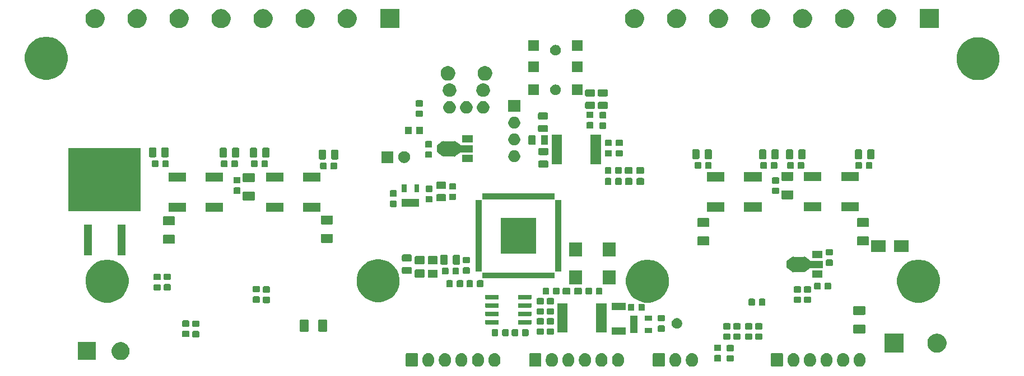
<source format=gbr>
G04 #@! TF.GenerationSoftware,KiCad,Pcbnew,5.1.5+dfsg1-2build2*
G04 #@! TF.CreationDate,2022-01-17T18:31:12+07:00*
G04 #@! TF.ProjectId,AMPP_V0,414d5050-5f56-4302-9e6b-696361645f70,rev?*
G04 #@! TF.SameCoordinates,Original*
G04 #@! TF.FileFunction,Soldermask,Top*
G04 #@! TF.FilePolarity,Negative*
%FSLAX46Y46*%
G04 Gerber Fmt 4.6, Leading zero omitted, Abs format (unit mm)*
G04 Created by KiCad (PCBNEW 5.1.5+dfsg1-2build2) date 2022-01-17 18:31:12*
%MOMM*%
%LPD*%
G04 APERTURE LIST*
%ADD10C,0.100000*%
G04 APERTURE END LIST*
D10*
G36*
X61731626Y-55578237D02*
G01*
X61901465Y-55629757D01*
X61901467Y-55629758D01*
X62057989Y-55713421D01*
X62195186Y-55826014D01*
X62272513Y-55920239D01*
X62307778Y-55963209D01*
X62307779Y-55963211D01*
X62365287Y-56070799D01*
X62391443Y-56119734D01*
X62442963Y-56289573D01*
X62442963Y-56289575D01*
X62456000Y-56421940D01*
X62456000Y-56760459D01*
X62452641Y-56794566D01*
X62442963Y-56892826D01*
X62391443Y-57062666D01*
X62307778Y-57219191D01*
X62278448Y-57254929D01*
X62195186Y-57356386D01*
X62100250Y-57434297D01*
X62057991Y-57468978D01*
X61901466Y-57552643D01*
X61731627Y-57604163D01*
X61555000Y-57621559D01*
X61378374Y-57604163D01*
X61208535Y-57552643D01*
X61052010Y-57468978D01*
X60914815Y-57356385D01*
X60802222Y-57219191D01*
X60718557Y-57062666D01*
X60667037Y-56892827D01*
X60658883Y-56810036D01*
X60654000Y-56760460D01*
X60654000Y-56421941D01*
X60667037Y-56289576D01*
X60667037Y-56289574D01*
X60718557Y-56119735D01*
X60789703Y-55986631D01*
X60802221Y-55963211D01*
X60914814Y-55826014D01*
X61016271Y-55742752D01*
X61052009Y-55713422D01*
X61208534Y-55629757D01*
X61378373Y-55578237D01*
X61555000Y-55560841D01*
X61731626Y-55578237D01*
G37*
G36*
X85400626Y-55578237D02*
G01*
X85570465Y-55629757D01*
X85570467Y-55629758D01*
X85726989Y-55713421D01*
X85864186Y-55826014D01*
X85941513Y-55920239D01*
X85976778Y-55963209D01*
X85976779Y-55963211D01*
X86034287Y-56070799D01*
X86060443Y-56119734D01*
X86111963Y-56289573D01*
X86111963Y-56289575D01*
X86125000Y-56421940D01*
X86125000Y-56760459D01*
X86121641Y-56794566D01*
X86111963Y-56892826D01*
X86060443Y-57062666D01*
X85976778Y-57219191D01*
X85947448Y-57254929D01*
X85864186Y-57356386D01*
X85769250Y-57434297D01*
X85726991Y-57468978D01*
X85570466Y-57552643D01*
X85400627Y-57604163D01*
X85224000Y-57621559D01*
X85047374Y-57604163D01*
X84877535Y-57552643D01*
X84721010Y-57468978D01*
X84583815Y-57356385D01*
X84471222Y-57219191D01*
X84387557Y-57062666D01*
X84336037Y-56892827D01*
X84327883Y-56810036D01*
X84323000Y-56760460D01*
X84323000Y-56421941D01*
X84336037Y-56289576D01*
X84336037Y-56289574D01*
X84387557Y-56119735D01*
X84458703Y-55986631D01*
X84471221Y-55963211D01*
X84583814Y-55826014D01*
X84685271Y-55742752D01*
X84721009Y-55713422D01*
X84877534Y-55629757D01*
X85047373Y-55578237D01*
X85224000Y-55560841D01*
X85400626Y-55578237D01*
G37*
G36*
X124425826Y-55578237D02*
G01*
X124595665Y-55629757D01*
X124595667Y-55629758D01*
X124752189Y-55713421D01*
X124889386Y-55826014D01*
X124966713Y-55920239D01*
X125001978Y-55963209D01*
X125001979Y-55963211D01*
X125059487Y-56070799D01*
X125085643Y-56119734D01*
X125137163Y-56289573D01*
X125137163Y-56289575D01*
X125150200Y-56421940D01*
X125150200Y-56760459D01*
X125146841Y-56794566D01*
X125137163Y-56892826D01*
X125085643Y-57062666D01*
X125001978Y-57219191D01*
X124972648Y-57254929D01*
X124889386Y-57356386D01*
X124794450Y-57434297D01*
X124752191Y-57468978D01*
X124595666Y-57552643D01*
X124425827Y-57604163D01*
X124249200Y-57621559D01*
X124072574Y-57604163D01*
X123902735Y-57552643D01*
X123746210Y-57468978D01*
X123609015Y-57356385D01*
X123496422Y-57219191D01*
X123412757Y-57062666D01*
X123361237Y-56892827D01*
X123353083Y-56810036D01*
X123348200Y-56760460D01*
X123348200Y-56421941D01*
X123361237Y-56289576D01*
X123361237Y-56289574D01*
X123412757Y-56119735D01*
X123483903Y-55986631D01*
X123496421Y-55963211D01*
X123609014Y-55826014D01*
X123710471Y-55742752D01*
X123746209Y-55713422D01*
X123902734Y-55629757D01*
X124072573Y-55578237D01*
X124249200Y-55560841D01*
X124425826Y-55578237D01*
G37*
G36*
X121925826Y-55578237D02*
G01*
X122095665Y-55629757D01*
X122095667Y-55629758D01*
X122252189Y-55713421D01*
X122389386Y-55826014D01*
X122466713Y-55920239D01*
X122501978Y-55963209D01*
X122501979Y-55963211D01*
X122559487Y-56070799D01*
X122585643Y-56119734D01*
X122637163Y-56289573D01*
X122637163Y-56289575D01*
X122650200Y-56421940D01*
X122650200Y-56760459D01*
X122646841Y-56794566D01*
X122637163Y-56892826D01*
X122585643Y-57062666D01*
X122501978Y-57219191D01*
X122472648Y-57254929D01*
X122389386Y-57356386D01*
X122294450Y-57434297D01*
X122252191Y-57468978D01*
X122095666Y-57552643D01*
X121925827Y-57604163D01*
X121749200Y-57621559D01*
X121572574Y-57604163D01*
X121402735Y-57552643D01*
X121246210Y-57468978D01*
X121109015Y-57356385D01*
X120996422Y-57219191D01*
X120912757Y-57062666D01*
X120861237Y-56892827D01*
X120853083Y-56810036D01*
X120848200Y-56760460D01*
X120848200Y-56421941D01*
X120861237Y-56289576D01*
X120861237Y-56289574D01*
X120912757Y-56119735D01*
X120983903Y-55986631D01*
X120996421Y-55963211D01*
X121109014Y-55826014D01*
X121210471Y-55742752D01*
X121246209Y-55713422D01*
X121402734Y-55629757D01*
X121572573Y-55578237D01*
X121749200Y-55560841D01*
X121925826Y-55578237D01*
G37*
G36*
X119425826Y-55578237D02*
G01*
X119595665Y-55629757D01*
X119595667Y-55629758D01*
X119752189Y-55713421D01*
X119889386Y-55826014D01*
X119966713Y-55920239D01*
X120001978Y-55963209D01*
X120001979Y-55963211D01*
X120059487Y-56070799D01*
X120085643Y-56119734D01*
X120137163Y-56289573D01*
X120137163Y-56289575D01*
X120150200Y-56421940D01*
X120150200Y-56760459D01*
X120146841Y-56794566D01*
X120137163Y-56892826D01*
X120085643Y-57062666D01*
X120001978Y-57219191D01*
X119972648Y-57254929D01*
X119889386Y-57356386D01*
X119794450Y-57434297D01*
X119752191Y-57468978D01*
X119595666Y-57552643D01*
X119425827Y-57604163D01*
X119249200Y-57621559D01*
X119072574Y-57604163D01*
X118902735Y-57552643D01*
X118746210Y-57468978D01*
X118609015Y-57356385D01*
X118496422Y-57219191D01*
X118412757Y-57062666D01*
X118361237Y-56892827D01*
X118353083Y-56810036D01*
X118348200Y-56760460D01*
X118348200Y-56421941D01*
X118361237Y-56289576D01*
X118361237Y-56289574D01*
X118412757Y-56119735D01*
X118483903Y-55986631D01*
X118496421Y-55963211D01*
X118609014Y-55826014D01*
X118710471Y-55742752D01*
X118746209Y-55713422D01*
X118902734Y-55629757D01*
X119072573Y-55578237D01*
X119249200Y-55560841D01*
X119425826Y-55578237D01*
G37*
G36*
X116925826Y-55578237D02*
G01*
X117095665Y-55629757D01*
X117095667Y-55629758D01*
X117252189Y-55713421D01*
X117389386Y-55826014D01*
X117466713Y-55920239D01*
X117501978Y-55963209D01*
X117501979Y-55963211D01*
X117559487Y-56070799D01*
X117585643Y-56119734D01*
X117637163Y-56289573D01*
X117637163Y-56289575D01*
X117650200Y-56421940D01*
X117650200Y-56760459D01*
X117646841Y-56794566D01*
X117637163Y-56892826D01*
X117585643Y-57062666D01*
X117501978Y-57219191D01*
X117472648Y-57254929D01*
X117389386Y-57356386D01*
X117294450Y-57434297D01*
X117252191Y-57468978D01*
X117095666Y-57552643D01*
X116925827Y-57604163D01*
X116749200Y-57621559D01*
X116572574Y-57604163D01*
X116402735Y-57552643D01*
X116246210Y-57468978D01*
X116109015Y-57356385D01*
X115996422Y-57219191D01*
X115912757Y-57062666D01*
X115861237Y-56892827D01*
X115853083Y-56810036D01*
X115848200Y-56760460D01*
X115848200Y-56421941D01*
X115861237Y-56289576D01*
X115861237Y-56289574D01*
X115912757Y-56119735D01*
X115983903Y-55986631D01*
X115996421Y-55963211D01*
X116109014Y-55826014D01*
X116210471Y-55742752D01*
X116246209Y-55713422D01*
X116402734Y-55629757D01*
X116572573Y-55578237D01*
X116749200Y-55560841D01*
X116925826Y-55578237D01*
G37*
G36*
X90400626Y-55578237D02*
G01*
X90570465Y-55629757D01*
X90570467Y-55629758D01*
X90726989Y-55713421D01*
X90864186Y-55826014D01*
X90941513Y-55920239D01*
X90976778Y-55963209D01*
X90976779Y-55963211D01*
X91034287Y-56070799D01*
X91060443Y-56119734D01*
X91111963Y-56289573D01*
X91111963Y-56289575D01*
X91125000Y-56421940D01*
X91125000Y-56760459D01*
X91121641Y-56794566D01*
X91111963Y-56892826D01*
X91060443Y-57062666D01*
X90976778Y-57219191D01*
X90947448Y-57254929D01*
X90864186Y-57356386D01*
X90769250Y-57434297D01*
X90726991Y-57468978D01*
X90570466Y-57552643D01*
X90400627Y-57604163D01*
X90224000Y-57621559D01*
X90047374Y-57604163D01*
X89877535Y-57552643D01*
X89721010Y-57468978D01*
X89583815Y-57356385D01*
X89471222Y-57219191D01*
X89387557Y-57062666D01*
X89336037Y-56892827D01*
X89327883Y-56810036D01*
X89323000Y-56760460D01*
X89323000Y-56421941D01*
X89336037Y-56289576D01*
X89336037Y-56289574D01*
X89387557Y-56119735D01*
X89458703Y-55986631D01*
X89471221Y-55963211D01*
X89583814Y-55826014D01*
X89685271Y-55742752D01*
X89721009Y-55713422D01*
X89877534Y-55629757D01*
X90047373Y-55578237D01*
X90224000Y-55560841D01*
X90400626Y-55578237D01*
G37*
G36*
X87900626Y-55578237D02*
G01*
X88070465Y-55629757D01*
X88070467Y-55629758D01*
X88226989Y-55713421D01*
X88364186Y-55826014D01*
X88441513Y-55920239D01*
X88476778Y-55963209D01*
X88476779Y-55963211D01*
X88534287Y-56070799D01*
X88560443Y-56119734D01*
X88611963Y-56289573D01*
X88611963Y-56289575D01*
X88625000Y-56421940D01*
X88625000Y-56760459D01*
X88621641Y-56794566D01*
X88611963Y-56892826D01*
X88560443Y-57062666D01*
X88476778Y-57219191D01*
X88447448Y-57254929D01*
X88364186Y-57356386D01*
X88269250Y-57434297D01*
X88226991Y-57468978D01*
X88070466Y-57552643D01*
X87900627Y-57604163D01*
X87724000Y-57621559D01*
X87547374Y-57604163D01*
X87377535Y-57552643D01*
X87221010Y-57468978D01*
X87083815Y-57356385D01*
X86971222Y-57219191D01*
X86887557Y-57062666D01*
X86836037Y-56892827D01*
X86827883Y-56810036D01*
X86823000Y-56760460D01*
X86823000Y-56421941D01*
X86836037Y-56289576D01*
X86836037Y-56289574D01*
X86887557Y-56119735D01*
X86958703Y-55986631D01*
X86971221Y-55963211D01*
X87083814Y-55826014D01*
X87185271Y-55742752D01*
X87221009Y-55713422D01*
X87377534Y-55629757D01*
X87547373Y-55578237D01*
X87724000Y-55560841D01*
X87900626Y-55578237D01*
G37*
G36*
X126925826Y-55578237D02*
G01*
X127095665Y-55629757D01*
X127095667Y-55629758D01*
X127252189Y-55713421D01*
X127389386Y-55826014D01*
X127466713Y-55920239D01*
X127501978Y-55963209D01*
X127501979Y-55963211D01*
X127559487Y-56070799D01*
X127585643Y-56119734D01*
X127637163Y-56289573D01*
X127637163Y-56289575D01*
X127650200Y-56421940D01*
X127650200Y-56760459D01*
X127646841Y-56794566D01*
X127637163Y-56892826D01*
X127585643Y-57062666D01*
X127501978Y-57219191D01*
X127472648Y-57254929D01*
X127389386Y-57356386D01*
X127294450Y-57434297D01*
X127252191Y-57468978D01*
X127095666Y-57552643D01*
X126925827Y-57604163D01*
X126749200Y-57621559D01*
X126572574Y-57604163D01*
X126402735Y-57552643D01*
X126246210Y-57468978D01*
X126109015Y-57356385D01*
X125996422Y-57219191D01*
X125912757Y-57062666D01*
X125861237Y-56892827D01*
X125853083Y-56810036D01*
X125848200Y-56760460D01*
X125848200Y-56421941D01*
X125861237Y-56289576D01*
X125861237Y-56289574D01*
X125912757Y-56119735D01*
X125983903Y-55986631D01*
X125996421Y-55963211D01*
X126109014Y-55826014D01*
X126210471Y-55742752D01*
X126246209Y-55713422D01*
X126402734Y-55629757D01*
X126572573Y-55578237D01*
X126749200Y-55560841D01*
X126925826Y-55578237D01*
G37*
G36*
X80400626Y-55578237D02*
G01*
X80570465Y-55629757D01*
X80570467Y-55629758D01*
X80726989Y-55713421D01*
X80864186Y-55826014D01*
X80941513Y-55920239D01*
X80976778Y-55963209D01*
X80976779Y-55963211D01*
X81034287Y-56070799D01*
X81060443Y-56119734D01*
X81111963Y-56289573D01*
X81111963Y-56289575D01*
X81125000Y-56421940D01*
X81125000Y-56760459D01*
X81121641Y-56794566D01*
X81111963Y-56892826D01*
X81060443Y-57062666D01*
X80976778Y-57219191D01*
X80947448Y-57254929D01*
X80864186Y-57356386D01*
X80769250Y-57434297D01*
X80726991Y-57468978D01*
X80570466Y-57552643D01*
X80400627Y-57604163D01*
X80224000Y-57621559D01*
X80047374Y-57604163D01*
X79877535Y-57552643D01*
X79721010Y-57468978D01*
X79583815Y-57356385D01*
X79471222Y-57219191D01*
X79387557Y-57062666D01*
X79336037Y-56892827D01*
X79327883Y-56810036D01*
X79323000Y-56760460D01*
X79323000Y-56421941D01*
X79336037Y-56289576D01*
X79336037Y-56289574D01*
X79387557Y-56119735D01*
X79458703Y-55986631D01*
X79471221Y-55963211D01*
X79583814Y-55826014D01*
X79685271Y-55742752D01*
X79721009Y-55713422D01*
X79877534Y-55629757D01*
X80047373Y-55578237D01*
X80224000Y-55560841D01*
X80400626Y-55578237D01*
G37*
G36*
X82900626Y-55578237D02*
G01*
X83070465Y-55629757D01*
X83070467Y-55629758D01*
X83226989Y-55713421D01*
X83364186Y-55826014D01*
X83441513Y-55920239D01*
X83476778Y-55963209D01*
X83476779Y-55963211D01*
X83534287Y-56070799D01*
X83560443Y-56119734D01*
X83611963Y-56289573D01*
X83611963Y-56289575D01*
X83625000Y-56421940D01*
X83625000Y-56760459D01*
X83621641Y-56794566D01*
X83611963Y-56892826D01*
X83560443Y-57062666D01*
X83476778Y-57219191D01*
X83447448Y-57254929D01*
X83364186Y-57356386D01*
X83269250Y-57434297D01*
X83226991Y-57468978D01*
X83070466Y-57552643D01*
X82900627Y-57604163D01*
X82724000Y-57621559D01*
X82547374Y-57604163D01*
X82377535Y-57552643D01*
X82221010Y-57468978D01*
X82083815Y-57356385D01*
X81971222Y-57219191D01*
X81887557Y-57062666D01*
X81836037Y-56892827D01*
X81827883Y-56810036D01*
X81823000Y-56760460D01*
X81823000Y-56421941D01*
X81836037Y-56289576D01*
X81836037Y-56289574D01*
X81887557Y-56119735D01*
X81958703Y-55986631D01*
X81971221Y-55963211D01*
X82083814Y-55826014D01*
X82185271Y-55742752D01*
X82221009Y-55713422D01*
X82377534Y-55629757D01*
X82547373Y-55578237D01*
X82724000Y-55560841D01*
X82900626Y-55578237D01*
G37*
G36*
X64231626Y-55578237D02*
G01*
X64401465Y-55629757D01*
X64401467Y-55629758D01*
X64557989Y-55713421D01*
X64695186Y-55826014D01*
X64772513Y-55920239D01*
X64807778Y-55963209D01*
X64807779Y-55963211D01*
X64865287Y-56070799D01*
X64891443Y-56119734D01*
X64942963Y-56289573D01*
X64942963Y-56289575D01*
X64956000Y-56421940D01*
X64956000Y-56760459D01*
X64952641Y-56794566D01*
X64942963Y-56892826D01*
X64891443Y-57062666D01*
X64807778Y-57219191D01*
X64778448Y-57254929D01*
X64695186Y-57356386D01*
X64600250Y-57434297D01*
X64557991Y-57468978D01*
X64401466Y-57552643D01*
X64231627Y-57604163D01*
X64055000Y-57621559D01*
X63878374Y-57604163D01*
X63708535Y-57552643D01*
X63552010Y-57468978D01*
X63414815Y-57356385D01*
X63302222Y-57219191D01*
X63218557Y-57062666D01*
X63167037Y-56892827D01*
X63158883Y-56810036D01*
X63154000Y-56760460D01*
X63154000Y-56421941D01*
X63167037Y-56289576D01*
X63167037Y-56289574D01*
X63218557Y-56119735D01*
X63289703Y-55986631D01*
X63302221Y-55963211D01*
X63414814Y-55826014D01*
X63516271Y-55742752D01*
X63552009Y-55713422D01*
X63708534Y-55629757D01*
X63878373Y-55578237D01*
X64055000Y-55560841D01*
X64231626Y-55578237D01*
G37*
G36*
X66731626Y-55578237D02*
G01*
X66901465Y-55629757D01*
X66901467Y-55629758D01*
X67057989Y-55713421D01*
X67195186Y-55826014D01*
X67272513Y-55920239D01*
X67307778Y-55963209D01*
X67307779Y-55963211D01*
X67365287Y-56070799D01*
X67391443Y-56119734D01*
X67442963Y-56289573D01*
X67442963Y-56289575D01*
X67456000Y-56421940D01*
X67456000Y-56760459D01*
X67452641Y-56794566D01*
X67442963Y-56892826D01*
X67391443Y-57062666D01*
X67307778Y-57219191D01*
X67278448Y-57254929D01*
X67195186Y-57356386D01*
X67100250Y-57434297D01*
X67057991Y-57468978D01*
X66901466Y-57552643D01*
X66731627Y-57604163D01*
X66555000Y-57621559D01*
X66378374Y-57604163D01*
X66208535Y-57552643D01*
X66052010Y-57468978D01*
X65914815Y-57356385D01*
X65802222Y-57219191D01*
X65718557Y-57062666D01*
X65667037Y-56892827D01*
X65658883Y-56810036D01*
X65654000Y-56760460D01*
X65654000Y-56421941D01*
X65667037Y-56289576D01*
X65667037Y-56289574D01*
X65718557Y-56119735D01*
X65789703Y-55986631D01*
X65802221Y-55963211D01*
X65914814Y-55826014D01*
X66016271Y-55742752D01*
X66052009Y-55713422D01*
X66208534Y-55629757D01*
X66378373Y-55578237D01*
X66555000Y-55560841D01*
X66731626Y-55578237D01*
G37*
G36*
X69231626Y-55578237D02*
G01*
X69401465Y-55629757D01*
X69401467Y-55629758D01*
X69557989Y-55713421D01*
X69695186Y-55826014D01*
X69772513Y-55920239D01*
X69807778Y-55963209D01*
X69807779Y-55963211D01*
X69865287Y-56070799D01*
X69891443Y-56119734D01*
X69942963Y-56289573D01*
X69942963Y-56289575D01*
X69956000Y-56421940D01*
X69956000Y-56760459D01*
X69952641Y-56794566D01*
X69942963Y-56892826D01*
X69891443Y-57062666D01*
X69807778Y-57219191D01*
X69778448Y-57254929D01*
X69695186Y-57356386D01*
X69600250Y-57434297D01*
X69557991Y-57468978D01*
X69401466Y-57552643D01*
X69231627Y-57604163D01*
X69055000Y-57621559D01*
X68878374Y-57604163D01*
X68708535Y-57552643D01*
X68552010Y-57468978D01*
X68414815Y-57356385D01*
X68302222Y-57219191D01*
X68218557Y-57062666D01*
X68167037Y-56892827D01*
X68158883Y-56810036D01*
X68154000Y-56760460D01*
X68154000Y-56421941D01*
X68167037Y-56289576D01*
X68167037Y-56289574D01*
X68218557Y-56119735D01*
X68289703Y-55986631D01*
X68302221Y-55963211D01*
X68414814Y-55826014D01*
X68516271Y-55742752D01*
X68552009Y-55713422D01*
X68708534Y-55629757D01*
X68878373Y-55578237D01*
X69055000Y-55560841D01*
X69231626Y-55578237D01*
G37*
G36*
X99069626Y-55578237D02*
G01*
X99239465Y-55629757D01*
X99239467Y-55629758D01*
X99395989Y-55713421D01*
X99533186Y-55826014D01*
X99610513Y-55920239D01*
X99645778Y-55963209D01*
X99645779Y-55963211D01*
X99703287Y-56070799D01*
X99729443Y-56119734D01*
X99780963Y-56289573D01*
X99780963Y-56289575D01*
X99794000Y-56421940D01*
X99794000Y-56760459D01*
X99790641Y-56794566D01*
X99780963Y-56892826D01*
X99729443Y-57062666D01*
X99645778Y-57219191D01*
X99616448Y-57254929D01*
X99533186Y-57356386D01*
X99438250Y-57434297D01*
X99395991Y-57468978D01*
X99239466Y-57552643D01*
X99069627Y-57604163D01*
X98893000Y-57621559D01*
X98716374Y-57604163D01*
X98546535Y-57552643D01*
X98390010Y-57468978D01*
X98252815Y-57356385D01*
X98140222Y-57219191D01*
X98056557Y-57062666D01*
X98005037Y-56892827D01*
X97996883Y-56810036D01*
X97992000Y-56760460D01*
X97992000Y-56421941D01*
X98005037Y-56289576D01*
X98005037Y-56289574D01*
X98056557Y-56119735D01*
X98127703Y-55986631D01*
X98140221Y-55963211D01*
X98252814Y-55826014D01*
X98354271Y-55742752D01*
X98390009Y-55713422D01*
X98546534Y-55629757D01*
X98716373Y-55578237D01*
X98893000Y-55560841D01*
X99069626Y-55578237D01*
G37*
G36*
X101569626Y-55578237D02*
G01*
X101739465Y-55629757D01*
X101739467Y-55629758D01*
X101895989Y-55713421D01*
X102033186Y-55826014D01*
X102110513Y-55920239D01*
X102145778Y-55963209D01*
X102145779Y-55963211D01*
X102203287Y-56070799D01*
X102229443Y-56119734D01*
X102280963Y-56289573D01*
X102280963Y-56289575D01*
X102294000Y-56421940D01*
X102294000Y-56760459D01*
X102290641Y-56794566D01*
X102280963Y-56892826D01*
X102229443Y-57062666D01*
X102145778Y-57219191D01*
X102116448Y-57254929D01*
X102033186Y-57356386D01*
X101938250Y-57434297D01*
X101895991Y-57468978D01*
X101739466Y-57552643D01*
X101569627Y-57604163D01*
X101393000Y-57621559D01*
X101216374Y-57604163D01*
X101046535Y-57552643D01*
X100890010Y-57468978D01*
X100752815Y-57356385D01*
X100640222Y-57219191D01*
X100556557Y-57062666D01*
X100505037Y-56892827D01*
X100496883Y-56810036D01*
X100492000Y-56760460D01*
X100492000Y-56421941D01*
X100505037Y-56289576D01*
X100505037Y-56289574D01*
X100556557Y-56119735D01*
X100627703Y-55986631D01*
X100640221Y-55963211D01*
X100752814Y-55826014D01*
X100854271Y-55742752D01*
X100890009Y-55713422D01*
X101046534Y-55629757D01*
X101216373Y-55578237D01*
X101393000Y-55560841D01*
X101569626Y-55578237D01*
G37*
G36*
X71731626Y-55578237D02*
G01*
X71901465Y-55629757D01*
X71901467Y-55629758D01*
X72057989Y-55713421D01*
X72195186Y-55826014D01*
X72272513Y-55920239D01*
X72307778Y-55963209D01*
X72307779Y-55963211D01*
X72365287Y-56070799D01*
X72391443Y-56119734D01*
X72442963Y-56289573D01*
X72442963Y-56289575D01*
X72456000Y-56421940D01*
X72456000Y-56760459D01*
X72452641Y-56794566D01*
X72442963Y-56892826D01*
X72391443Y-57062666D01*
X72307778Y-57219191D01*
X72278448Y-57254929D01*
X72195186Y-57356386D01*
X72100250Y-57434297D01*
X72057991Y-57468978D01*
X71901466Y-57552643D01*
X71731627Y-57604163D01*
X71555000Y-57621559D01*
X71378374Y-57604163D01*
X71208535Y-57552643D01*
X71052010Y-57468978D01*
X70914815Y-57356385D01*
X70802222Y-57219191D01*
X70718557Y-57062666D01*
X70667037Y-56892827D01*
X70658883Y-56810036D01*
X70654000Y-56760460D01*
X70654000Y-56421941D01*
X70667037Y-56289576D01*
X70667037Y-56289574D01*
X70718557Y-56119735D01*
X70789703Y-55986631D01*
X70802221Y-55963211D01*
X70914814Y-55826014D01*
X71016271Y-55742752D01*
X71052009Y-55713422D01*
X71208534Y-55629757D01*
X71378373Y-55578237D01*
X71555000Y-55560841D01*
X71731626Y-55578237D01*
G37*
G36*
X78482600Y-55569189D02*
G01*
X78515652Y-55579215D01*
X78546103Y-55595492D01*
X78572799Y-55617401D01*
X78594708Y-55644097D01*
X78610985Y-55674548D01*
X78621011Y-55707600D01*
X78625000Y-55748103D01*
X78625000Y-57434297D01*
X78621011Y-57474800D01*
X78610985Y-57507852D01*
X78594708Y-57538303D01*
X78572799Y-57564999D01*
X78546103Y-57586908D01*
X78515652Y-57603185D01*
X78482600Y-57613211D01*
X78442097Y-57617200D01*
X77005903Y-57617200D01*
X76965400Y-57613211D01*
X76932348Y-57603185D01*
X76901897Y-57586908D01*
X76875201Y-57564999D01*
X76853292Y-57538303D01*
X76837015Y-57507852D01*
X76826989Y-57474800D01*
X76823000Y-57434297D01*
X76823000Y-55748103D01*
X76826989Y-55707600D01*
X76837015Y-55674548D01*
X76853292Y-55644097D01*
X76875201Y-55617401D01*
X76901897Y-55595492D01*
X76932348Y-55579215D01*
X76965400Y-55569189D01*
X77005903Y-55565200D01*
X78442097Y-55565200D01*
X78482600Y-55569189D01*
G37*
G36*
X59813600Y-55569189D02*
G01*
X59846652Y-55579215D01*
X59877103Y-55595492D01*
X59903799Y-55617401D01*
X59925708Y-55644097D01*
X59941985Y-55674548D01*
X59952011Y-55707600D01*
X59956000Y-55748103D01*
X59956000Y-57434297D01*
X59952011Y-57474800D01*
X59941985Y-57507852D01*
X59925708Y-57538303D01*
X59903799Y-57564999D01*
X59877103Y-57586908D01*
X59846652Y-57603185D01*
X59813600Y-57613211D01*
X59773097Y-57617200D01*
X58336903Y-57617200D01*
X58296400Y-57613211D01*
X58263348Y-57603185D01*
X58232897Y-57586908D01*
X58206201Y-57564999D01*
X58184292Y-57538303D01*
X58168015Y-57507852D01*
X58157989Y-57474800D01*
X58154000Y-57434297D01*
X58154000Y-55748103D01*
X58157989Y-55707600D01*
X58168015Y-55674548D01*
X58184292Y-55644097D01*
X58206201Y-55617401D01*
X58232897Y-55595492D01*
X58263348Y-55579215D01*
X58296400Y-55569189D01*
X58336903Y-55565200D01*
X59773097Y-55565200D01*
X59813600Y-55569189D01*
G37*
G36*
X97151600Y-55569189D02*
G01*
X97184652Y-55579215D01*
X97215103Y-55595492D01*
X97241799Y-55617401D01*
X97263708Y-55644097D01*
X97279985Y-55674548D01*
X97290011Y-55707600D01*
X97294000Y-55748103D01*
X97294000Y-57434297D01*
X97290011Y-57474800D01*
X97279985Y-57507852D01*
X97263708Y-57538303D01*
X97241799Y-57564999D01*
X97215103Y-57586908D01*
X97184652Y-57603185D01*
X97151600Y-57613211D01*
X97111097Y-57617200D01*
X95674903Y-57617200D01*
X95634400Y-57613211D01*
X95601348Y-57603185D01*
X95570897Y-57586908D01*
X95544201Y-57564999D01*
X95522292Y-57538303D01*
X95506015Y-57507852D01*
X95495989Y-57474800D01*
X95492000Y-57434297D01*
X95492000Y-55748103D01*
X95495989Y-55707600D01*
X95506015Y-55674548D01*
X95522292Y-55644097D01*
X95544201Y-55617401D01*
X95570897Y-55595492D01*
X95601348Y-55579215D01*
X95634400Y-55569189D01*
X95674903Y-55565200D01*
X97111097Y-55565200D01*
X97151600Y-55569189D01*
G37*
G36*
X115007800Y-55569189D02*
G01*
X115040852Y-55579215D01*
X115071303Y-55595492D01*
X115097999Y-55617401D01*
X115119908Y-55644097D01*
X115136185Y-55674548D01*
X115146211Y-55707600D01*
X115150200Y-55748103D01*
X115150200Y-57434297D01*
X115146211Y-57474800D01*
X115136185Y-57507852D01*
X115119908Y-57538303D01*
X115097999Y-57564999D01*
X115071303Y-57586908D01*
X115040852Y-57603185D01*
X115007800Y-57613211D01*
X114967297Y-57617200D01*
X113531103Y-57617200D01*
X113490600Y-57613211D01*
X113457548Y-57603185D01*
X113427097Y-57586908D01*
X113400401Y-57564999D01*
X113378492Y-57538303D01*
X113362215Y-57507852D01*
X113352189Y-57474800D01*
X113348200Y-57434297D01*
X113348200Y-55748103D01*
X113352189Y-55707600D01*
X113362215Y-55674548D01*
X113378492Y-55644097D01*
X113400401Y-55617401D01*
X113427097Y-55595492D01*
X113457548Y-55579215D01*
X113490600Y-55569189D01*
X113531103Y-55565200D01*
X114967297Y-55565200D01*
X115007800Y-55569189D01*
G37*
G36*
X107567591Y-55878285D02*
G01*
X107601569Y-55888593D01*
X107632890Y-55905334D01*
X107660339Y-55927861D01*
X107682866Y-55955310D01*
X107699607Y-55986631D01*
X107709915Y-56020609D01*
X107714000Y-56062090D01*
X107714000Y-56663310D01*
X107709915Y-56704791D01*
X107699607Y-56738769D01*
X107682866Y-56770090D01*
X107660339Y-56797539D01*
X107632890Y-56820066D01*
X107601569Y-56836807D01*
X107567591Y-56847115D01*
X107526110Y-56851200D01*
X106849890Y-56851200D01*
X106808409Y-56847115D01*
X106774431Y-56836807D01*
X106743110Y-56820066D01*
X106715661Y-56797539D01*
X106693134Y-56770090D01*
X106676393Y-56738769D01*
X106666085Y-56704791D01*
X106662000Y-56663310D01*
X106662000Y-56062090D01*
X106666085Y-56020609D01*
X106676393Y-55986631D01*
X106693134Y-55955310D01*
X106715661Y-55927861D01*
X106743110Y-55905334D01*
X106774431Y-55888593D01*
X106808409Y-55878285D01*
X106849890Y-55874200D01*
X107526110Y-55874200D01*
X107567591Y-55878285D01*
G37*
G36*
X105662591Y-55852785D02*
G01*
X105696569Y-55863093D01*
X105727890Y-55879834D01*
X105755339Y-55902361D01*
X105777866Y-55929810D01*
X105794607Y-55961131D01*
X105804915Y-55995109D01*
X105809000Y-56036590D01*
X105809000Y-56637810D01*
X105804915Y-56679291D01*
X105794607Y-56713269D01*
X105777866Y-56744590D01*
X105755339Y-56772039D01*
X105727890Y-56794566D01*
X105696569Y-56811307D01*
X105662591Y-56821615D01*
X105621110Y-56825700D01*
X104944890Y-56825700D01*
X104903409Y-56821615D01*
X104869431Y-56811307D01*
X104838110Y-56794566D01*
X104810661Y-56772039D01*
X104788134Y-56744590D01*
X104771393Y-56713269D01*
X104761085Y-56679291D01*
X104757000Y-56637810D01*
X104757000Y-56036590D01*
X104761085Y-55995109D01*
X104771393Y-55961131D01*
X104788134Y-55929810D01*
X104810661Y-55902361D01*
X104838110Y-55879834D01*
X104869431Y-55863093D01*
X104903409Y-55852785D01*
X104944890Y-55848700D01*
X105621110Y-55848700D01*
X105662591Y-55852785D01*
G37*
G36*
X15443572Y-53958618D02*
G01*
X15689439Y-54060459D01*
X15800828Y-54134887D01*
X15910711Y-54208309D01*
X16098891Y-54396489D01*
X16142390Y-54461590D01*
X16197088Y-54543450D01*
X16246742Y-54617763D01*
X16348582Y-54863628D01*
X16400500Y-55124637D01*
X16400500Y-55390763D01*
X16348582Y-55651772D01*
X16249962Y-55889864D01*
X16246741Y-55897639D01*
X16172313Y-56009028D01*
X16116238Y-56092950D01*
X16098890Y-56118912D01*
X15910712Y-56307090D01*
X15689439Y-56454941D01*
X15689438Y-56454942D01*
X15689437Y-56454942D01*
X15443572Y-56556782D01*
X15182563Y-56608700D01*
X14916437Y-56608700D01*
X14655428Y-56556782D01*
X14409563Y-56454942D01*
X14409562Y-56454942D01*
X14409561Y-56454941D01*
X14188288Y-56307090D01*
X14000110Y-56118912D01*
X13982763Y-56092950D01*
X13926687Y-56009028D01*
X13852259Y-55897639D01*
X13849039Y-55889864D01*
X13750418Y-55651772D01*
X13698500Y-55390763D01*
X13698500Y-55124637D01*
X13750418Y-54863628D01*
X13852258Y-54617763D01*
X13901913Y-54543450D01*
X13956610Y-54461590D01*
X14000109Y-54396489D01*
X14188289Y-54208309D01*
X14298172Y-54134887D01*
X14409561Y-54060459D01*
X14655428Y-53958618D01*
X14916437Y-53906700D01*
X15182563Y-53906700D01*
X15443572Y-53958618D01*
G37*
G36*
X11320500Y-56608700D02*
G01*
X8618500Y-56608700D01*
X8618500Y-53906700D01*
X11320500Y-53906700D01*
X11320500Y-56608700D01*
G37*
G36*
X138849594Y-52667980D02*
G01*
X139111383Y-52776417D01*
X139111385Y-52776418D01*
X139346990Y-52933844D01*
X139547356Y-53134210D01*
X139693280Y-53352601D01*
X139704783Y-53369817D01*
X139813220Y-53631606D01*
X139868500Y-53909519D01*
X139868500Y-54192881D01*
X139813220Y-54470794D01*
X139752344Y-54617761D01*
X139704782Y-54732585D01*
X139547356Y-54968190D01*
X139346990Y-55168556D01*
X139111385Y-55325982D01*
X139111384Y-55325983D01*
X139111383Y-55325983D01*
X138849594Y-55434420D01*
X138571681Y-55489700D01*
X138288319Y-55489700D01*
X138010406Y-55434420D01*
X137748617Y-55325983D01*
X137748616Y-55325983D01*
X137748615Y-55325982D01*
X137513010Y-55168556D01*
X137312644Y-54968190D01*
X137155218Y-54732585D01*
X137107656Y-54617761D01*
X137046780Y-54470794D01*
X136991500Y-54192881D01*
X136991500Y-53909519D01*
X137046780Y-53631606D01*
X137155217Y-53369817D01*
X137166720Y-53352601D01*
X137312644Y-53134210D01*
X137513010Y-52933844D01*
X137748615Y-52776418D01*
X137748617Y-52776417D01*
X138010406Y-52667980D01*
X138288319Y-52612700D01*
X138571681Y-52612700D01*
X138849594Y-52667980D01*
G37*
G36*
X133391500Y-55489700D02*
G01*
X130514500Y-55489700D01*
X130514500Y-52612700D01*
X133391500Y-52612700D01*
X133391500Y-55489700D01*
G37*
G36*
X107567591Y-54303285D02*
G01*
X107601569Y-54313593D01*
X107632890Y-54330334D01*
X107660339Y-54352861D01*
X107682866Y-54380310D01*
X107699607Y-54411631D01*
X107709915Y-54445609D01*
X107714000Y-54487090D01*
X107714000Y-55088310D01*
X107709915Y-55129791D01*
X107699607Y-55163769D01*
X107682866Y-55195090D01*
X107660339Y-55222539D01*
X107632890Y-55245066D01*
X107601569Y-55261807D01*
X107567591Y-55272115D01*
X107526110Y-55276200D01*
X106849890Y-55276200D01*
X106808409Y-55272115D01*
X106774431Y-55261807D01*
X106743110Y-55245066D01*
X106715661Y-55222539D01*
X106693134Y-55195090D01*
X106676393Y-55163769D01*
X106666085Y-55129791D01*
X106662000Y-55088310D01*
X106662000Y-54487090D01*
X106666085Y-54445609D01*
X106676393Y-54411631D01*
X106693134Y-54380310D01*
X106715661Y-54352861D01*
X106743110Y-54330334D01*
X106774431Y-54313593D01*
X106808409Y-54303285D01*
X106849890Y-54299200D01*
X107526110Y-54299200D01*
X107567591Y-54303285D01*
G37*
G36*
X105662591Y-54277785D02*
G01*
X105696569Y-54288093D01*
X105727890Y-54304834D01*
X105755339Y-54327361D01*
X105777866Y-54354810D01*
X105794607Y-54386131D01*
X105804915Y-54420109D01*
X105809000Y-54461590D01*
X105809000Y-55062810D01*
X105804915Y-55104291D01*
X105794607Y-55138269D01*
X105777866Y-55169590D01*
X105755339Y-55197039D01*
X105727890Y-55219566D01*
X105696569Y-55236307D01*
X105662591Y-55246615D01*
X105621110Y-55250700D01*
X104944890Y-55250700D01*
X104903409Y-55246615D01*
X104869431Y-55236307D01*
X104838110Y-55219566D01*
X104810661Y-55197039D01*
X104788134Y-55169590D01*
X104771393Y-55138269D01*
X104761085Y-55104291D01*
X104757000Y-55062810D01*
X104757000Y-54461590D01*
X104761085Y-54420109D01*
X104771393Y-54386131D01*
X104788134Y-54354810D01*
X104810661Y-54327361D01*
X104838110Y-54304834D01*
X104869431Y-54288093D01*
X104903409Y-54277785D01*
X104944890Y-54273700D01*
X105621110Y-54273700D01*
X105662591Y-54277785D01*
G37*
G36*
X107059591Y-52576285D02*
G01*
X107093569Y-52586593D01*
X107124890Y-52603334D01*
X107152339Y-52625861D01*
X107174866Y-52653310D01*
X107191607Y-52684631D01*
X107201915Y-52718609D01*
X107206000Y-52760090D01*
X107206000Y-53361310D01*
X107201915Y-53402791D01*
X107191607Y-53436769D01*
X107174866Y-53468090D01*
X107152339Y-53495539D01*
X107124890Y-53518066D01*
X107093569Y-53534807D01*
X107059591Y-53545115D01*
X107018110Y-53549200D01*
X106341890Y-53549200D01*
X106300409Y-53545115D01*
X106266431Y-53534807D01*
X106235110Y-53518066D01*
X106207661Y-53495539D01*
X106185134Y-53468090D01*
X106168393Y-53436769D01*
X106158085Y-53402791D01*
X106154000Y-53361310D01*
X106154000Y-52760090D01*
X106158085Y-52718609D01*
X106168393Y-52684631D01*
X106185134Y-52653310D01*
X106207661Y-52625861D01*
X106235110Y-52603334D01*
X106266431Y-52586593D01*
X106300409Y-52576285D01*
X106341890Y-52572200D01*
X107018110Y-52572200D01*
X107059591Y-52576285D01*
G37*
G36*
X108583591Y-52576285D02*
G01*
X108617569Y-52586593D01*
X108648890Y-52603334D01*
X108676339Y-52625861D01*
X108698866Y-52653310D01*
X108715607Y-52684631D01*
X108725915Y-52718609D01*
X108730000Y-52760090D01*
X108730000Y-53361310D01*
X108725915Y-53402791D01*
X108715607Y-53436769D01*
X108698866Y-53468090D01*
X108676339Y-53495539D01*
X108648890Y-53518066D01*
X108617569Y-53534807D01*
X108583591Y-53545115D01*
X108542110Y-53549200D01*
X107865890Y-53549200D01*
X107824409Y-53545115D01*
X107790431Y-53534807D01*
X107759110Y-53518066D01*
X107731661Y-53495539D01*
X107709134Y-53468090D01*
X107692393Y-53436769D01*
X107682085Y-53402791D01*
X107678000Y-53361310D01*
X107678000Y-52760090D01*
X107682085Y-52718609D01*
X107692393Y-52684631D01*
X107709134Y-52653310D01*
X107731661Y-52625861D01*
X107759110Y-52603334D01*
X107790431Y-52586593D01*
X107824409Y-52576285D01*
X107865890Y-52572200D01*
X108542110Y-52572200D01*
X108583591Y-52576285D01*
G37*
G36*
X110361591Y-52576285D02*
G01*
X110395569Y-52586593D01*
X110426890Y-52603334D01*
X110454339Y-52625861D01*
X110476866Y-52653310D01*
X110493607Y-52684631D01*
X110503915Y-52718609D01*
X110508000Y-52760090D01*
X110508000Y-53361310D01*
X110503915Y-53402791D01*
X110493607Y-53436769D01*
X110476866Y-53468090D01*
X110454339Y-53495539D01*
X110426890Y-53518066D01*
X110395569Y-53534807D01*
X110361591Y-53545115D01*
X110320110Y-53549200D01*
X109643890Y-53549200D01*
X109602409Y-53545115D01*
X109568431Y-53534807D01*
X109537110Y-53518066D01*
X109509661Y-53495539D01*
X109487134Y-53468090D01*
X109470393Y-53436769D01*
X109460085Y-53402791D01*
X109456000Y-53361310D01*
X109456000Y-52760090D01*
X109460085Y-52718609D01*
X109470393Y-52684631D01*
X109487134Y-52653310D01*
X109509661Y-52625861D01*
X109537110Y-52603334D01*
X109568431Y-52586593D01*
X109602409Y-52576285D01*
X109643890Y-52572200D01*
X110320110Y-52572200D01*
X110361591Y-52576285D01*
G37*
G36*
X111885591Y-52576285D02*
G01*
X111919569Y-52586593D01*
X111950890Y-52603334D01*
X111978339Y-52625861D01*
X112000866Y-52653310D01*
X112017607Y-52684631D01*
X112027915Y-52718609D01*
X112032000Y-52760090D01*
X112032000Y-53361310D01*
X112027915Y-53402791D01*
X112017607Y-53436769D01*
X112000866Y-53468090D01*
X111978339Y-53495539D01*
X111950890Y-53518066D01*
X111919569Y-53534807D01*
X111885591Y-53545115D01*
X111844110Y-53549200D01*
X111167890Y-53549200D01*
X111126409Y-53545115D01*
X111092431Y-53534807D01*
X111061110Y-53518066D01*
X111033661Y-53495539D01*
X111011134Y-53468090D01*
X110994393Y-53436769D01*
X110984085Y-53402791D01*
X110980000Y-53361310D01*
X110980000Y-52760090D01*
X110984085Y-52718609D01*
X110994393Y-52684631D01*
X111011134Y-52653310D01*
X111033661Y-52625861D01*
X111061110Y-52603334D01*
X111092431Y-52586593D01*
X111126409Y-52576285D01*
X111167890Y-52572200D01*
X111844110Y-52572200D01*
X111885591Y-52576285D01*
G37*
G36*
X26795591Y-52195285D02*
G01*
X26829569Y-52205593D01*
X26860890Y-52222334D01*
X26888339Y-52244861D01*
X26910866Y-52272310D01*
X26927607Y-52303631D01*
X26937915Y-52337609D01*
X26942000Y-52379090D01*
X26942000Y-52980310D01*
X26937915Y-53021791D01*
X26927607Y-53055769D01*
X26910866Y-53087090D01*
X26888339Y-53114539D01*
X26860890Y-53137066D01*
X26829569Y-53153807D01*
X26795591Y-53164115D01*
X26754110Y-53168200D01*
X26077890Y-53168200D01*
X26036409Y-53164115D01*
X26002431Y-53153807D01*
X25971110Y-53137066D01*
X25943661Y-53114539D01*
X25921134Y-53087090D01*
X25904393Y-53055769D01*
X25894085Y-53021791D01*
X25890000Y-52980310D01*
X25890000Y-52379090D01*
X25894085Y-52337609D01*
X25904393Y-52303631D01*
X25921134Y-52272310D01*
X25943661Y-52244861D01*
X25971110Y-52222334D01*
X26002431Y-52205593D01*
X26036409Y-52195285D01*
X26077890Y-52191200D01*
X26754110Y-52191200D01*
X26795591Y-52195285D01*
G37*
G36*
X25271591Y-52169785D02*
G01*
X25305569Y-52180093D01*
X25336890Y-52196834D01*
X25364339Y-52219361D01*
X25386866Y-52246810D01*
X25403607Y-52278131D01*
X25413915Y-52312109D01*
X25418000Y-52353590D01*
X25418000Y-52954810D01*
X25413915Y-52996291D01*
X25403607Y-53030269D01*
X25386866Y-53061590D01*
X25364339Y-53089039D01*
X25336890Y-53111566D01*
X25305569Y-53128307D01*
X25271591Y-53138615D01*
X25230110Y-53142700D01*
X24553890Y-53142700D01*
X24512409Y-53138615D01*
X24478431Y-53128307D01*
X24447110Y-53111566D01*
X24419661Y-53089039D01*
X24397134Y-53061590D01*
X24380393Y-53030269D01*
X24370085Y-52996291D01*
X24366000Y-52954810D01*
X24366000Y-52353590D01*
X24370085Y-52312109D01*
X24380393Y-52278131D01*
X24397134Y-52246810D01*
X24419661Y-52219361D01*
X24447110Y-52196834D01*
X24478431Y-52180093D01*
X24512409Y-52169785D01*
X24553890Y-52165700D01*
X25230110Y-52165700D01*
X25271591Y-52169785D01*
G37*
G36*
X74992591Y-51941785D02*
G01*
X75026569Y-51952093D01*
X75057890Y-51968834D01*
X75085339Y-51991361D01*
X75107866Y-52018810D01*
X75124607Y-52050131D01*
X75134915Y-52084109D01*
X75139000Y-52125590D01*
X75139000Y-52801810D01*
X75134915Y-52843291D01*
X75124607Y-52877269D01*
X75107866Y-52908590D01*
X75085339Y-52936039D01*
X75057890Y-52958566D01*
X75026569Y-52975307D01*
X74992591Y-52985615D01*
X74951110Y-52989700D01*
X74349890Y-52989700D01*
X74308409Y-52985615D01*
X74274431Y-52975307D01*
X74243110Y-52958566D01*
X74215661Y-52936039D01*
X74193134Y-52908590D01*
X74176393Y-52877269D01*
X74166085Y-52843291D01*
X74162000Y-52801810D01*
X74162000Y-52125590D01*
X74166085Y-52084109D01*
X74176393Y-52050131D01*
X74193134Y-52018810D01*
X74215661Y-51991361D01*
X74243110Y-51968834D01*
X74274431Y-51952093D01*
X74308409Y-51941785D01*
X74349890Y-51937700D01*
X74951110Y-51937700D01*
X74992591Y-51941785D01*
G37*
G36*
X76567591Y-51941785D02*
G01*
X76601569Y-51952093D01*
X76632890Y-51968834D01*
X76660339Y-51991361D01*
X76682866Y-52018810D01*
X76699607Y-52050131D01*
X76709915Y-52084109D01*
X76714000Y-52125590D01*
X76714000Y-52801810D01*
X76709915Y-52843291D01*
X76699607Y-52877269D01*
X76682866Y-52908590D01*
X76660339Y-52936039D01*
X76632890Y-52958566D01*
X76601569Y-52975307D01*
X76567591Y-52985615D01*
X76526110Y-52989700D01*
X75924890Y-52989700D01*
X75883409Y-52985615D01*
X75849431Y-52975307D01*
X75818110Y-52958566D01*
X75790661Y-52936039D01*
X75768134Y-52908590D01*
X75751393Y-52877269D01*
X75741085Y-52843291D01*
X75737000Y-52801810D01*
X75737000Y-52125590D01*
X75741085Y-52084109D01*
X75751393Y-52050131D01*
X75768134Y-52018810D01*
X75790661Y-51991361D01*
X75818110Y-51968834D01*
X75849431Y-51952093D01*
X75883409Y-51941785D01*
X75924890Y-51937700D01*
X76526110Y-51937700D01*
X76567591Y-51941785D01*
G37*
G36*
X73545091Y-51941785D02*
G01*
X73579069Y-51952093D01*
X73610390Y-51968834D01*
X73637839Y-51991361D01*
X73660366Y-52018810D01*
X73677107Y-52050131D01*
X73687415Y-52084109D01*
X73691500Y-52125590D01*
X73691500Y-52801810D01*
X73687415Y-52843291D01*
X73677107Y-52877269D01*
X73660366Y-52908590D01*
X73637839Y-52936039D01*
X73610390Y-52958566D01*
X73579069Y-52975307D01*
X73545091Y-52985615D01*
X73503610Y-52989700D01*
X72902390Y-52989700D01*
X72860909Y-52985615D01*
X72826931Y-52975307D01*
X72795610Y-52958566D01*
X72768161Y-52936039D01*
X72745634Y-52908590D01*
X72728893Y-52877269D01*
X72718585Y-52843291D01*
X72714500Y-52801810D01*
X72714500Y-52125590D01*
X72718585Y-52084109D01*
X72728893Y-52050131D01*
X72745634Y-52018810D01*
X72768161Y-51991361D01*
X72795610Y-51968834D01*
X72826931Y-51952093D01*
X72860909Y-51941785D01*
X72902390Y-51937700D01*
X73503610Y-51937700D01*
X73545091Y-51941785D01*
G37*
G36*
X71970091Y-51941785D02*
G01*
X72004069Y-51952093D01*
X72035390Y-51968834D01*
X72062839Y-51991361D01*
X72085366Y-52018810D01*
X72102107Y-52050131D01*
X72112415Y-52084109D01*
X72116500Y-52125590D01*
X72116500Y-52801810D01*
X72112415Y-52843291D01*
X72102107Y-52877269D01*
X72085366Y-52908590D01*
X72062839Y-52936039D01*
X72035390Y-52958566D01*
X72004069Y-52975307D01*
X71970091Y-52985615D01*
X71928610Y-52989700D01*
X71327390Y-52989700D01*
X71285909Y-52985615D01*
X71251931Y-52975307D01*
X71220610Y-52958566D01*
X71193161Y-52936039D01*
X71170634Y-52908590D01*
X71153893Y-52877269D01*
X71143585Y-52843291D01*
X71139500Y-52801810D01*
X71139500Y-52125590D01*
X71143585Y-52084109D01*
X71153893Y-52050131D01*
X71170634Y-52018810D01*
X71193161Y-51991361D01*
X71220610Y-51968834D01*
X71251931Y-51952093D01*
X71285909Y-51941785D01*
X71327390Y-51937700D01*
X71928610Y-51937700D01*
X71970091Y-51941785D01*
G37*
G36*
X80389591Y-51814285D02*
G01*
X80423569Y-51824593D01*
X80454890Y-51841334D01*
X80482339Y-51863861D01*
X80504866Y-51891310D01*
X80521607Y-51922631D01*
X80531915Y-51956609D01*
X80536000Y-51998090D01*
X80536000Y-52599310D01*
X80531915Y-52640791D01*
X80521607Y-52674769D01*
X80504866Y-52706090D01*
X80482339Y-52733539D01*
X80454890Y-52756066D01*
X80423569Y-52772807D01*
X80389591Y-52783115D01*
X80348110Y-52787200D01*
X79671890Y-52787200D01*
X79630409Y-52783115D01*
X79596431Y-52772807D01*
X79565110Y-52756066D01*
X79537661Y-52733539D01*
X79515134Y-52706090D01*
X79498393Y-52674769D01*
X79488085Y-52640791D01*
X79484000Y-52599310D01*
X79484000Y-51998090D01*
X79488085Y-51956609D01*
X79498393Y-51922631D01*
X79515134Y-51891310D01*
X79537661Y-51863861D01*
X79565110Y-51841334D01*
X79596431Y-51824593D01*
X79630409Y-51814285D01*
X79671890Y-51810200D01*
X80348110Y-51810200D01*
X80389591Y-51814285D01*
G37*
G36*
X78865591Y-51814285D02*
G01*
X78899569Y-51824593D01*
X78930890Y-51841334D01*
X78958339Y-51863861D01*
X78980866Y-51891310D01*
X78997607Y-51922631D01*
X79007915Y-51956609D01*
X79012000Y-51998090D01*
X79012000Y-52599310D01*
X79007915Y-52640791D01*
X78997607Y-52674769D01*
X78980866Y-52706090D01*
X78958339Y-52733539D01*
X78930890Y-52756066D01*
X78899569Y-52772807D01*
X78865591Y-52783115D01*
X78824110Y-52787200D01*
X78147890Y-52787200D01*
X78106409Y-52783115D01*
X78072431Y-52772807D01*
X78041110Y-52756066D01*
X78013661Y-52733539D01*
X77991134Y-52706090D01*
X77974393Y-52674769D01*
X77964085Y-52640791D01*
X77960000Y-52599310D01*
X77960000Y-51998090D01*
X77964085Y-51956609D01*
X77974393Y-51922631D01*
X77991134Y-51891310D01*
X78013661Y-51863861D01*
X78041110Y-51841334D01*
X78072431Y-51824593D01*
X78106409Y-51814285D01*
X78147890Y-51810200D01*
X78824110Y-51810200D01*
X78865591Y-51814285D01*
G37*
G36*
X91410990Y-52776320D02*
G01*
X89310010Y-52776320D01*
X89310010Y-51673560D01*
X91410990Y-51673560D01*
X91410990Y-52776320D01*
G37*
G36*
X127463804Y-51223547D02*
G01*
X127500344Y-51234632D01*
X127534021Y-51252633D01*
X127563541Y-51276859D01*
X127587767Y-51306379D01*
X127605768Y-51340056D01*
X127616853Y-51376596D01*
X127621200Y-51420738D01*
X127621200Y-52369662D01*
X127616853Y-52413804D01*
X127605768Y-52450344D01*
X127587767Y-52484021D01*
X127563541Y-52513541D01*
X127534021Y-52537767D01*
X127500344Y-52555768D01*
X127463804Y-52566853D01*
X127419662Y-52571200D01*
X125970738Y-52571200D01*
X125926596Y-52566853D01*
X125890056Y-52555768D01*
X125856379Y-52537767D01*
X125826859Y-52513541D01*
X125802633Y-52484021D01*
X125784632Y-52450344D01*
X125773547Y-52413804D01*
X125769200Y-52369662D01*
X125769200Y-51420738D01*
X125773547Y-51376596D01*
X125784632Y-51340056D01*
X125802633Y-51306379D01*
X125826859Y-51276859D01*
X125856379Y-51252633D01*
X125890056Y-51234632D01*
X125926596Y-51223547D01*
X125970738Y-51219200D01*
X127419662Y-51219200D01*
X127463804Y-51223547D01*
G37*
G36*
X95407000Y-52519700D02*
G01*
X94245000Y-52519700D01*
X94245000Y-51767700D01*
X95407000Y-51767700D01*
X95407000Y-52519700D01*
G37*
G36*
X93207000Y-52519700D02*
G01*
X92045000Y-52519700D01*
X92045000Y-49867700D01*
X93207000Y-49867700D01*
X93207000Y-52519700D01*
G37*
G36*
X88498500Y-52467200D02*
G01*
X86946500Y-52467200D01*
X86946500Y-48015200D01*
X88498500Y-48015200D01*
X88498500Y-52467200D01*
G37*
G36*
X82598500Y-52467200D02*
G01*
X81046500Y-52467200D01*
X81046500Y-48015200D01*
X82598500Y-48015200D01*
X82598500Y-52467200D01*
G37*
G36*
X97153591Y-51354785D02*
G01*
X97187569Y-51365093D01*
X97218890Y-51381834D01*
X97246339Y-51404361D01*
X97268866Y-51431810D01*
X97285607Y-51463131D01*
X97295915Y-51497109D01*
X97300000Y-51538590D01*
X97300000Y-52139810D01*
X97295915Y-52181291D01*
X97285607Y-52215269D01*
X97268866Y-52246590D01*
X97246339Y-52274039D01*
X97218890Y-52296566D01*
X97187569Y-52313307D01*
X97153591Y-52323615D01*
X97112110Y-52327700D01*
X96435890Y-52327700D01*
X96394409Y-52323615D01*
X96360431Y-52313307D01*
X96329110Y-52296566D01*
X96301661Y-52274039D01*
X96279134Y-52246590D01*
X96262393Y-52215269D01*
X96252085Y-52181291D01*
X96248000Y-52139810D01*
X96248000Y-51538590D01*
X96252085Y-51497109D01*
X96262393Y-51463131D01*
X96279134Y-51431810D01*
X96301661Y-51404361D01*
X96329110Y-51381834D01*
X96360431Y-51365093D01*
X96394409Y-51354785D01*
X96435890Y-51350700D01*
X97112110Y-51350700D01*
X97153591Y-51354785D01*
G37*
G36*
X43317604Y-50462547D02*
G01*
X43354144Y-50473632D01*
X43387821Y-50491633D01*
X43417341Y-50515859D01*
X43441567Y-50545379D01*
X43459568Y-50579056D01*
X43470653Y-50615596D01*
X43475000Y-50659738D01*
X43475000Y-52108662D01*
X43470653Y-52152804D01*
X43459568Y-52189344D01*
X43441567Y-52223021D01*
X43417341Y-52252541D01*
X43387821Y-52276767D01*
X43354144Y-52294768D01*
X43317604Y-52305853D01*
X43273462Y-52310200D01*
X42324538Y-52310200D01*
X42280396Y-52305853D01*
X42243856Y-52294768D01*
X42210179Y-52276767D01*
X42180659Y-52252541D01*
X42156433Y-52223021D01*
X42138432Y-52189344D01*
X42127347Y-52152804D01*
X42123000Y-52108662D01*
X42123000Y-50659738D01*
X42127347Y-50615596D01*
X42138432Y-50579056D01*
X42156433Y-50545379D01*
X42180659Y-50515859D01*
X42210179Y-50491633D01*
X42243856Y-50473632D01*
X42280396Y-50462547D01*
X42324538Y-50458200D01*
X43273462Y-50458200D01*
X43317604Y-50462547D01*
G37*
G36*
X46117604Y-50462547D02*
G01*
X46154144Y-50473632D01*
X46187821Y-50491633D01*
X46217341Y-50515859D01*
X46241567Y-50545379D01*
X46259568Y-50579056D01*
X46270653Y-50615596D01*
X46275000Y-50659738D01*
X46275000Y-52108662D01*
X46270653Y-52152804D01*
X46259568Y-52189344D01*
X46241567Y-52223021D01*
X46217341Y-52252541D01*
X46187821Y-52276767D01*
X46154144Y-52294768D01*
X46117604Y-52305853D01*
X46073462Y-52310200D01*
X45124538Y-52310200D01*
X45080396Y-52305853D01*
X45043856Y-52294768D01*
X45010179Y-52276767D01*
X44980659Y-52252541D01*
X44956433Y-52223021D01*
X44938432Y-52189344D01*
X44927347Y-52152804D01*
X44923000Y-52108662D01*
X44923000Y-50659738D01*
X44927347Y-50615596D01*
X44938432Y-50579056D01*
X44956433Y-50545379D01*
X44980659Y-50515859D01*
X45010179Y-50491633D01*
X45043856Y-50473632D01*
X45080396Y-50462547D01*
X45124538Y-50458200D01*
X46073462Y-50458200D01*
X46117604Y-50462547D01*
G37*
G36*
X108583591Y-51001285D02*
G01*
X108617569Y-51011593D01*
X108648890Y-51028334D01*
X108676339Y-51050861D01*
X108698866Y-51078310D01*
X108715607Y-51109631D01*
X108725915Y-51143609D01*
X108730000Y-51185090D01*
X108730000Y-51786310D01*
X108725915Y-51827791D01*
X108715607Y-51861769D01*
X108698866Y-51893090D01*
X108676339Y-51920539D01*
X108648890Y-51943066D01*
X108617569Y-51959807D01*
X108583591Y-51970115D01*
X108542110Y-51974200D01*
X107865890Y-51974200D01*
X107824409Y-51970115D01*
X107790431Y-51959807D01*
X107759110Y-51943066D01*
X107731661Y-51920539D01*
X107709134Y-51893090D01*
X107692393Y-51861769D01*
X107682085Y-51827791D01*
X107678000Y-51786310D01*
X107678000Y-51185090D01*
X107682085Y-51143609D01*
X107692393Y-51109631D01*
X107709134Y-51078310D01*
X107731661Y-51050861D01*
X107759110Y-51028334D01*
X107790431Y-51011593D01*
X107824409Y-51001285D01*
X107865890Y-50997200D01*
X108542110Y-50997200D01*
X108583591Y-51001285D01*
G37*
G36*
X107059591Y-51001285D02*
G01*
X107093569Y-51011593D01*
X107124890Y-51028334D01*
X107152339Y-51050861D01*
X107174866Y-51078310D01*
X107191607Y-51109631D01*
X107201915Y-51143609D01*
X107206000Y-51185090D01*
X107206000Y-51786310D01*
X107201915Y-51827791D01*
X107191607Y-51861769D01*
X107174866Y-51893090D01*
X107152339Y-51920539D01*
X107124890Y-51943066D01*
X107093569Y-51959807D01*
X107059591Y-51970115D01*
X107018110Y-51974200D01*
X106341890Y-51974200D01*
X106300409Y-51970115D01*
X106266431Y-51959807D01*
X106235110Y-51943066D01*
X106207661Y-51920539D01*
X106185134Y-51893090D01*
X106168393Y-51861769D01*
X106158085Y-51827791D01*
X106154000Y-51786310D01*
X106154000Y-51185090D01*
X106158085Y-51143609D01*
X106168393Y-51109631D01*
X106185134Y-51078310D01*
X106207661Y-51050861D01*
X106235110Y-51028334D01*
X106266431Y-51011593D01*
X106300409Y-51001285D01*
X106341890Y-50997200D01*
X107018110Y-50997200D01*
X107059591Y-51001285D01*
G37*
G36*
X110361591Y-51001285D02*
G01*
X110395569Y-51011593D01*
X110426890Y-51028334D01*
X110454339Y-51050861D01*
X110476866Y-51078310D01*
X110493607Y-51109631D01*
X110503915Y-51143609D01*
X110508000Y-51185090D01*
X110508000Y-51786310D01*
X110503915Y-51827791D01*
X110493607Y-51861769D01*
X110476866Y-51893090D01*
X110454339Y-51920539D01*
X110426890Y-51943066D01*
X110395569Y-51959807D01*
X110361591Y-51970115D01*
X110320110Y-51974200D01*
X109643890Y-51974200D01*
X109602409Y-51970115D01*
X109568431Y-51959807D01*
X109537110Y-51943066D01*
X109509661Y-51920539D01*
X109487134Y-51893090D01*
X109470393Y-51861769D01*
X109460085Y-51827791D01*
X109456000Y-51786310D01*
X109456000Y-51185090D01*
X109460085Y-51143609D01*
X109470393Y-51109631D01*
X109487134Y-51078310D01*
X109509661Y-51050861D01*
X109537110Y-51028334D01*
X109568431Y-51011593D01*
X109602409Y-51001285D01*
X109643890Y-50997200D01*
X110320110Y-50997200D01*
X110361591Y-51001285D01*
G37*
G36*
X111885591Y-51001285D02*
G01*
X111919569Y-51011593D01*
X111950890Y-51028334D01*
X111978339Y-51050861D01*
X112000866Y-51078310D01*
X112017607Y-51109631D01*
X112027915Y-51143609D01*
X112032000Y-51185090D01*
X112032000Y-51786310D01*
X112027915Y-51827791D01*
X112017607Y-51861769D01*
X112000866Y-51893090D01*
X111978339Y-51920539D01*
X111950890Y-51943066D01*
X111919569Y-51959807D01*
X111885591Y-51970115D01*
X111844110Y-51974200D01*
X111167890Y-51974200D01*
X111126409Y-51970115D01*
X111092431Y-51959807D01*
X111061110Y-51943066D01*
X111033661Y-51920539D01*
X111011134Y-51893090D01*
X110994393Y-51861769D01*
X110984085Y-51827791D01*
X110980000Y-51786310D01*
X110980000Y-51185090D01*
X110984085Y-51143609D01*
X110994393Y-51109631D01*
X111011134Y-51078310D01*
X111033661Y-51050861D01*
X111061110Y-51028334D01*
X111092431Y-51011593D01*
X111126409Y-51001285D01*
X111167890Y-50997200D01*
X111844110Y-50997200D01*
X111885591Y-51001285D01*
G37*
G36*
X99357142Y-50296481D02*
G01*
X99480628Y-50347631D01*
X99502916Y-50356863D01*
X99634108Y-50444522D01*
X99745678Y-50556092D01*
X99833337Y-50687284D01*
X99833338Y-50687286D01*
X99893719Y-50833058D01*
X99924500Y-50987807D01*
X99924500Y-51145593D01*
X99893719Y-51300342D01*
X99843849Y-51420738D01*
X99833337Y-51446116D01*
X99745678Y-51577308D01*
X99634108Y-51688878D01*
X99502916Y-51776537D01*
X99502915Y-51776538D01*
X99502914Y-51776538D01*
X99357142Y-51836919D01*
X99202393Y-51867700D01*
X99044607Y-51867700D01*
X98889858Y-51836919D01*
X98744086Y-51776538D01*
X98744085Y-51776538D01*
X98744084Y-51776537D01*
X98612892Y-51688878D01*
X98501322Y-51577308D01*
X98413663Y-51446116D01*
X98403151Y-51420738D01*
X98353281Y-51300342D01*
X98322500Y-51145593D01*
X98322500Y-50987807D01*
X98353281Y-50833058D01*
X98413662Y-50687286D01*
X98413663Y-50687284D01*
X98501322Y-50556092D01*
X98612892Y-50444522D01*
X98744084Y-50356863D01*
X98766372Y-50347631D01*
X98889858Y-50296481D01*
X99044607Y-50265700D01*
X99202393Y-50265700D01*
X99357142Y-50296481D01*
G37*
G36*
X26795591Y-50620285D02*
G01*
X26829569Y-50630593D01*
X26860890Y-50647334D01*
X26888339Y-50669861D01*
X26910866Y-50697310D01*
X26927607Y-50728631D01*
X26937915Y-50762609D01*
X26942000Y-50804090D01*
X26942000Y-51405310D01*
X26937915Y-51446791D01*
X26927607Y-51480769D01*
X26910866Y-51512090D01*
X26888339Y-51539539D01*
X26860890Y-51562066D01*
X26829569Y-51578807D01*
X26795591Y-51589115D01*
X26754110Y-51593200D01*
X26077890Y-51593200D01*
X26036409Y-51589115D01*
X26002431Y-51578807D01*
X25971110Y-51562066D01*
X25943661Y-51539539D01*
X25921134Y-51512090D01*
X25904393Y-51480769D01*
X25894085Y-51446791D01*
X25890000Y-51405310D01*
X25890000Y-50804090D01*
X25894085Y-50762609D01*
X25904393Y-50728631D01*
X25921134Y-50697310D01*
X25943661Y-50669861D01*
X25971110Y-50647334D01*
X26002431Y-50630593D01*
X26036409Y-50620285D01*
X26077890Y-50616200D01*
X26754110Y-50616200D01*
X26795591Y-50620285D01*
G37*
G36*
X25271591Y-50594785D02*
G01*
X25305569Y-50605093D01*
X25336890Y-50621834D01*
X25364339Y-50644361D01*
X25386866Y-50671810D01*
X25403607Y-50703131D01*
X25413915Y-50737109D01*
X25418000Y-50778590D01*
X25418000Y-51379810D01*
X25413915Y-51421291D01*
X25403607Y-51455269D01*
X25386866Y-51486590D01*
X25364339Y-51514039D01*
X25336890Y-51536566D01*
X25305569Y-51553307D01*
X25271591Y-51563615D01*
X25230110Y-51567700D01*
X24553890Y-51567700D01*
X24512409Y-51563615D01*
X24478431Y-51553307D01*
X24447110Y-51536566D01*
X24419661Y-51514039D01*
X24397134Y-51486590D01*
X24380393Y-51455269D01*
X24370085Y-51421291D01*
X24366000Y-51379810D01*
X24366000Y-50778590D01*
X24370085Y-50737109D01*
X24380393Y-50703131D01*
X24397134Y-50671810D01*
X24419661Y-50644361D01*
X24447110Y-50621834D01*
X24478431Y-50605093D01*
X24512409Y-50594785D01*
X24553890Y-50590700D01*
X25230110Y-50590700D01*
X25271591Y-50594785D01*
G37*
G36*
X77069928Y-50527964D02*
G01*
X77091009Y-50534360D01*
X77110445Y-50544748D01*
X77127476Y-50558724D01*
X77141452Y-50575755D01*
X77151840Y-50595191D01*
X77158236Y-50616272D01*
X77161000Y-50644340D01*
X77161000Y-51108060D01*
X77158236Y-51136128D01*
X77151840Y-51157209D01*
X77141452Y-51176645D01*
X77127476Y-51193676D01*
X77110445Y-51207652D01*
X77091009Y-51218040D01*
X77069928Y-51224436D01*
X77041860Y-51227200D01*
X75228140Y-51227200D01*
X75200072Y-51224436D01*
X75178991Y-51218040D01*
X75159555Y-51207652D01*
X75142524Y-51193676D01*
X75128548Y-51176645D01*
X75118160Y-51157209D01*
X75111764Y-51136128D01*
X75109000Y-51108060D01*
X75109000Y-50644340D01*
X75111764Y-50616272D01*
X75118160Y-50595191D01*
X75128548Y-50575755D01*
X75142524Y-50558724D01*
X75159555Y-50544748D01*
X75178991Y-50534360D01*
X75200072Y-50527964D01*
X75228140Y-50525200D01*
X77041860Y-50525200D01*
X77069928Y-50527964D01*
G37*
G36*
X72119928Y-50527964D02*
G01*
X72141009Y-50534360D01*
X72160445Y-50544748D01*
X72177476Y-50558724D01*
X72191452Y-50575755D01*
X72201840Y-50595191D01*
X72208236Y-50616272D01*
X72211000Y-50644340D01*
X72211000Y-51108060D01*
X72208236Y-51136128D01*
X72201840Y-51157209D01*
X72191452Y-51176645D01*
X72177476Y-51193676D01*
X72160445Y-51207652D01*
X72141009Y-51218040D01*
X72119928Y-51224436D01*
X72091860Y-51227200D01*
X70278140Y-51227200D01*
X70250072Y-51224436D01*
X70228991Y-51218040D01*
X70209555Y-51207652D01*
X70192524Y-51193676D01*
X70178548Y-51176645D01*
X70168160Y-51157209D01*
X70161764Y-51136128D01*
X70159000Y-51108060D01*
X70159000Y-50644340D01*
X70161764Y-50616272D01*
X70168160Y-50595191D01*
X70178548Y-50575755D01*
X70192524Y-50558724D01*
X70209555Y-50544748D01*
X70228991Y-50534360D01*
X70250072Y-50527964D01*
X70278140Y-50525200D01*
X72091860Y-50525200D01*
X72119928Y-50527964D01*
G37*
G36*
X78865591Y-50239285D02*
G01*
X78899569Y-50249593D01*
X78930890Y-50266334D01*
X78958339Y-50288861D01*
X78980866Y-50316310D01*
X78997607Y-50347631D01*
X79007915Y-50381609D01*
X79012000Y-50423090D01*
X79012000Y-51024310D01*
X79007915Y-51065791D01*
X78997607Y-51099769D01*
X78980866Y-51131090D01*
X78958339Y-51158539D01*
X78930890Y-51181066D01*
X78899569Y-51197807D01*
X78865591Y-51208115D01*
X78824110Y-51212200D01*
X78147890Y-51212200D01*
X78106409Y-51208115D01*
X78072431Y-51197807D01*
X78041110Y-51181066D01*
X78013661Y-51158539D01*
X77991134Y-51131090D01*
X77974393Y-51099769D01*
X77964085Y-51065791D01*
X77960000Y-51024310D01*
X77960000Y-50423090D01*
X77964085Y-50381609D01*
X77974393Y-50347631D01*
X77991134Y-50316310D01*
X78013661Y-50288861D01*
X78041110Y-50266334D01*
X78072431Y-50249593D01*
X78106409Y-50239285D01*
X78147890Y-50235200D01*
X78824110Y-50235200D01*
X78865591Y-50239285D01*
G37*
G36*
X80389591Y-50239285D02*
G01*
X80423569Y-50249593D01*
X80454890Y-50266334D01*
X80482339Y-50288861D01*
X80504866Y-50316310D01*
X80521607Y-50347631D01*
X80531915Y-50381609D01*
X80536000Y-50423090D01*
X80536000Y-51024310D01*
X80531915Y-51065791D01*
X80521607Y-51099769D01*
X80504866Y-51131090D01*
X80482339Y-51158539D01*
X80454890Y-51181066D01*
X80423569Y-51197807D01*
X80389591Y-51208115D01*
X80348110Y-51212200D01*
X79671890Y-51212200D01*
X79630409Y-51208115D01*
X79596431Y-51197807D01*
X79565110Y-51181066D01*
X79537661Y-51158539D01*
X79515134Y-51131090D01*
X79498393Y-51099769D01*
X79488085Y-51065791D01*
X79484000Y-51024310D01*
X79484000Y-50423090D01*
X79488085Y-50381609D01*
X79498393Y-50347631D01*
X79515134Y-50316310D01*
X79537661Y-50288861D01*
X79565110Y-50266334D01*
X79596431Y-50249593D01*
X79630409Y-50239285D01*
X79671890Y-50235200D01*
X80348110Y-50235200D01*
X80389591Y-50239285D01*
G37*
G36*
X97153591Y-49779785D02*
G01*
X97187569Y-49790093D01*
X97218890Y-49806834D01*
X97246339Y-49829361D01*
X97268866Y-49856810D01*
X97285607Y-49888131D01*
X97295915Y-49922109D01*
X97300000Y-49963590D01*
X97300000Y-50564810D01*
X97295915Y-50606291D01*
X97285607Y-50640269D01*
X97268866Y-50671590D01*
X97246339Y-50699039D01*
X97218890Y-50721566D01*
X97187569Y-50738307D01*
X97153591Y-50748615D01*
X97112110Y-50752700D01*
X96435890Y-50752700D01*
X96394409Y-50748615D01*
X96360431Y-50738307D01*
X96329110Y-50721566D01*
X96301661Y-50699039D01*
X96279134Y-50671590D01*
X96262393Y-50640269D01*
X96252085Y-50606291D01*
X96248000Y-50564810D01*
X96248000Y-49963590D01*
X96252085Y-49922109D01*
X96262393Y-49888131D01*
X96279134Y-49856810D01*
X96301661Y-49829361D01*
X96329110Y-49806834D01*
X96360431Y-49790093D01*
X96394409Y-49779785D01*
X96435890Y-49775700D01*
X97112110Y-49775700D01*
X97153591Y-49779785D01*
G37*
G36*
X95407000Y-50619700D02*
G01*
X94245000Y-50619700D01*
X94245000Y-49867700D01*
X95407000Y-49867700D01*
X95407000Y-50619700D01*
G37*
G36*
X72119928Y-49257964D02*
G01*
X72141009Y-49264360D01*
X72160445Y-49274748D01*
X72177476Y-49288724D01*
X72191452Y-49305755D01*
X72201840Y-49325191D01*
X72208236Y-49346272D01*
X72211000Y-49374340D01*
X72211000Y-49838060D01*
X72208236Y-49866128D01*
X72201840Y-49887209D01*
X72191452Y-49906645D01*
X72177476Y-49923676D01*
X72160445Y-49937652D01*
X72141009Y-49948040D01*
X72119928Y-49954436D01*
X72091860Y-49957200D01*
X70278140Y-49957200D01*
X70250072Y-49954436D01*
X70228991Y-49948040D01*
X70209555Y-49937652D01*
X70192524Y-49923676D01*
X70178548Y-49906645D01*
X70168160Y-49887209D01*
X70161764Y-49866128D01*
X70159000Y-49838060D01*
X70159000Y-49374340D01*
X70161764Y-49346272D01*
X70168160Y-49325191D01*
X70178548Y-49305755D01*
X70192524Y-49288724D01*
X70209555Y-49274748D01*
X70228991Y-49264360D01*
X70250072Y-49257964D01*
X70278140Y-49255200D01*
X72091860Y-49255200D01*
X72119928Y-49257964D01*
G37*
G36*
X77069928Y-49257964D02*
G01*
X77091009Y-49264360D01*
X77110445Y-49274748D01*
X77127476Y-49288724D01*
X77141452Y-49305755D01*
X77151840Y-49325191D01*
X77158236Y-49346272D01*
X77161000Y-49374340D01*
X77161000Y-49838060D01*
X77158236Y-49866128D01*
X77151840Y-49887209D01*
X77141452Y-49906645D01*
X77127476Y-49923676D01*
X77110445Y-49937652D01*
X77091009Y-49948040D01*
X77069928Y-49954436D01*
X77041860Y-49957200D01*
X75228140Y-49957200D01*
X75200072Y-49954436D01*
X75178991Y-49948040D01*
X75159555Y-49937652D01*
X75142524Y-49923676D01*
X75128548Y-49906645D01*
X75118160Y-49887209D01*
X75111764Y-49866128D01*
X75109000Y-49838060D01*
X75109000Y-49374340D01*
X75111764Y-49346272D01*
X75118160Y-49325191D01*
X75128548Y-49305755D01*
X75142524Y-49288724D01*
X75159555Y-49274748D01*
X75178991Y-49264360D01*
X75200072Y-49257964D01*
X75228140Y-49255200D01*
X77041860Y-49255200D01*
X77069928Y-49257964D01*
G37*
G36*
X127463804Y-48423547D02*
G01*
X127500344Y-48434632D01*
X127534021Y-48452633D01*
X127563541Y-48476859D01*
X127587767Y-48506379D01*
X127605768Y-48540056D01*
X127616853Y-48576596D01*
X127621200Y-48620738D01*
X127621200Y-49569662D01*
X127616853Y-49613804D01*
X127605768Y-49650344D01*
X127587767Y-49684021D01*
X127563541Y-49713541D01*
X127534021Y-49737767D01*
X127500344Y-49755768D01*
X127463804Y-49766853D01*
X127419662Y-49771200D01*
X125970738Y-49771200D01*
X125926596Y-49766853D01*
X125890056Y-49755768D01*
X125856379Y-49737767D01*
X125826859Y-49713541D01*
X125802633Y-49684021D01*
X125784632Y-49650344D01*
X125773547Y-49613804D01*
X125769200Y-49569662D01*
X125769200Y-48620738D01*
X125773547Y-48576596D01*
X125784632Y-48540056D01*
X125802633Y-48506379D01*
X125826859Y-48476859D01*
X125856379Y-48452633D01*
X125890056Y-48434632D01*
X125926596Y-48423547D01*
X125970738Y-48419200D01*
X127419662Y-48419200D01*
X127463804Y-48423547D01*
G37*
G36*
X78865591Y-48766285D02*
G01*
X78899569Y-48776593D01*
X78930890Y-48793334D01*
X78958339Y-48815861D01*
X78980866Y-48843310D01*
X78997607Y-48874631D01*
X79007915Y-48908609D01*
X79012000Y-48950090D01*
X79012000Y-49551310D01*
X79007915Y-49592791D01*
X78997607Y-49626769D01*
X78980866Y-49658090D01*
X78958339Y-49685539D01*
X78930890Y-49708066D01*
X78899569Y-49724807D01*
X78865591Y-49735115D01*
X78824110Y-49739200D01*
X78147890Y-49739200D01*
X78106409Y-49735115D01*
X78072431Y-49724807D01*
X78041110Y-49708066D01*
X78013661Y-49685539D01*
X77991134Y-49658090D01*
X77974393Y-49626769D01*
X77964085Y-49592791D01*
X77960000Y-49551310D01*
X77960000Y-48950090D01*
X77964085Y-48908609D01*
X77974393Y-48874631D01*
X77991134Y-48843310D01*
X78013661Y-48815861D01*
X78041110Y-48793334D01*
X78072431Y-48776593D01*
X78106409Y-48766285D01*
X78147890Y-48762200D01*
X78824110Y-48762200D01*
X78865591Y-48766285D01*
G37*
G36*
X80389591Y-48766285D02*
G01*
X80423569Y-48776593D01*
X80454890Y-48793334D01*
X80482339Y-48815861D01*
X80504866Y-48843310D01*
X80521607Y-48874631D01*
X80531915Y-48908609D01*
X80536000Y-48950090D01*
X80536000Y-49551310D01*
X80531915Y-49592791D01*
X80521607Y-49626769D01*
X80504866Y-49658090D01*
X80482339Y-49685539D01*
X80454890Y-49708066D01*
X80423569Y-49724807D01*
X80389591Y-49735115D01*
X80348110Y-49739200D01*
X79671890Y-49739200D01*
X79630409Y-49735115D01*
X79596431Y-49724807D01*
X79565110Y-49708066D01*
X79537661Y-49685539D01*
X79515134Y-49658090D01*
X79498393Y-49626769D01*
X79488085Y-49592791D01*
X79484000Y-49551310D01*
X79484000Y-48950090D01*
X79488085Y-48908609D01*
X79498393Y-48874631D01*
X79515134Y-48843310D01*
X79537661Y-48815861D01*
X79565110Y-48793334D01*
X79596431Y-48776593D01*
X79630409Y-48766285D01*
X79671890Y-48762200D01*
X80348110Y-48762200D01*
X80389591Y-48766285D01*
G37*
G36*
X92556591Y-48093685D02*
G01*
X92590569Y-48103993D01*
X92621890Y-48120734D01*
X92649339Y-48143261D01*
X92671866Y-48170710D01*
X92688607Y-48202031D01*
X92698915Y-48236009D01*
X92703000Y-48277490D01*
X92703000Y-48953710D01*
X92698915Y-48995191D01*
X92688607Y-49029169D01*
X92671866Y-49060490D01*
X92649339Y-49087939D01*
X92621890Y-49110466D01*
X92590569Y-49127207D01*
X92556591Y-49137515D01*
X92515110Y-49141600D01*
X91913890Y-49141600D01*
X91872409Y-49137515D01*
X91838431Y-49127207D01*
X91807110Y-49110466D01*
X91779661Y-49087939D01*
X91757134Y-49060490D01*
X91740393Y-49029169D01*
X91730085Y-48995191D01*
X91726000Y-48953710D01*
X91726000Y-48277490D01*
X91730085Y-48236009D01*
X91740393Y-48202031D01*
X91757134Y-48170710D01*
X91779661Y-48143261D01*
X91807110Y-48120734D01*
X91838431Y-48103993D01*
X91872409Y-48093685D01*
X91913890Y-48089600D01*
X92515110Y-48089600D01*
X92556591Y-48093685D01*
G37*
G36*
X94135501Y-48036103D02*
G01*
X94142614Y-48059552D01*
X94154165Y-48081162D01*
X94169711Y-48100104D01*
X94188653Y-48115649D01*
X94196219Y-48120183D01*
X94224339Y-48143261D01*
X94246866Y-48170710D01*
X94263607Y-48202031D01*
X94273915Y-48236009D01*
X94278000Y-48277490D01*
X94278000Y-48953710D01*
X94273915Y-48995191D01*
X94263607Y-49029169D01*
X94246866Y-49060490D01*
X94224339Y-49087939D01*
X94196890Y-49110466D01*
X94165569Y-49127207D01*
X94131591Y-49137515D01*
X94090110Y-49141600D01*
X93488890Y-49141600D01*
X93447409Y-49137515D01*
X93413431Y-49127207D01*
X93382110Y-49110466D01*
X93354661Y-49087939D01*
X93332134Y-49060490D01*
X93315393Y-49029169D01*
X93305085Y-48995191D01*
X93301000Y-48953710D01*
X93301000Y-48277490D01*
X93305085Y-48236009D01*
X93315393Y-48202031D01*
X93332134Y-48170710D01*
X93354661Y-48143261D01*
X93382110Y-48120734D01*
X93413431Y-48103993D01*
X93447409Y-48093685D01*
X93488890Y-48089600D01*
X94021237Y-48089600D01*
X94045623Y-48087198D01*
X94069072Y-48080085D01*
X94090683Y-48068534D01*
X94109625Y-48052989D01*
X94125170Y-48034047D01*
X94133722Y-48018046D01*
X94135501Y-48036103D01*
G37*
G36*
X91410990Y-49078080D02*
G01*
X89310010Y-49078080D01*
X89310010Y-47975320D01*
X91410990Y-47975320D01*
X91410990Y-49078080D01*
G37*
G36*
X72119928Y-47987964D02*
G01*
X72141009Y-47994360D01*
X72160445Y-48004748D01*
X72177476Y-48018724D01*
X72191452Y-48035755D01*
X72201840Y-48055191D01*
X72208236Y-48076272D01*
X72211000Y-48104340D01*
X72211000Y-48568060D01*
X72208236Y-48596128D01*
X72201840Y-48617209D01*
X72191452Y-48636645D01*
X72177476Y-48653676D01*
X72160445Y-48667652D01*
X72141009Y-48678040D01*
X72119928Y-48684436D01*
X72091860Y-48687200D01*
X70278140Y-48687200D01*
X70250072Y-48684436D01*
X70228991Y-48678040D01*
X70209555Y-48667652D01*
X70192524Y-48653676D01*
X70178548Y-48636645D01*
X70168160Y-48617209D01*
X70161764Y-48596128D01*
X70159000Y-48568060D01*
X70159000Y-48104340D01*
X70161764Y-48076272D01*
X70168160Y-48055191D01*
X70178548Y-48035755D01*
X70192524Y-48018724D01*
X70209555Y-48004748D01*
X70228991Y-47994360D01*
X70250072Y-47987964D01*
X70278140Y-47985200D01*
X72091860Y-47985200D01*
X72119928Y-47987964D01*
G37*
G36*
X77069928Y-47987964D02*
G01*
X77091009Y-47994360D01*
X77110445Y-48004748D01*
X77127476Y-48018724D01*
X77141452Y-48035755D01*
X77151840Y-48055191D01*
X77158236Y-48076272D01*
X77161000Y-48104340D01*
X77161000Y-48568060D01*
X77158236Y-48596128D01*
X77151840Y-48617209D01*
X77141452Y-48636645D01*
X77127476Y-48653676D01*
X77110445Y-48667652D01*
X77091009Y-48678040D01*
X77069928Y-48684436D01*
X77041860Y-48687200D01*
X75228140Y-48687200D01*
X75200072Y-48684436D01*
X75178991Y-48678040D01*
X75159555Y-48667652D01*
X75142524Y-48653676D01*
X75128548Y-48636645D01*
X75118160Y-48617209D01*
X75111764Y-48596128D01*
X75109000Y-48568060D01*
X75109000Y-48104340D01*
X75111764Y-48076272D01*
X75118160Y-48055191D01*
X75128548Y-48035755D01*
X75142524Y-48018724D01*
X75159555Y-48004748D01*
X75178991Y-47994360D01*
X75200072Y-47987964D01*
X75228140Y-47985200D01*
X77041860Y-47985200D01*
X77069928Y-47987964D01*
G37*
G36*
X110781091Y-47306285D02*
G01*
X110815069Y-47316593D01*
X110846390Y-47333334D01*
X110873839Y-47355861D01*
X110896366Y-47383310D01*
X110913107Y-47414631D01*
X110923415Y-47448609D01*
X110927500Y-47490090D01*
X110927500Y-48166310D01*
X110923415Y-48207791D01*
X110913107Y-48241769D01*
X110896366Y-48273090D01*
X110873839Y-48300539D01*
X110846390Y-48323066D01*
X110815069Y-48339807D01*
X110781091Y-48350115D01*
X110739610Y-48354200D01*
X110138390Y-48354200D01*
X110096909Y-48350115D01*
X110062931Y-48339807D01*
X110031610Y-48323066D01*
X110004161Y-48300539D01*
X109981634Y-48273090D01*
X109964893Y-48241769D01*
X109954585Y-48207791D01*
X109950500Y-48166310D01*
X109950500Y-47490090D01*
X109954585Y-47448609D01*
X109964893Y-47414631D01*
X109981634Y-47383310D01*
X110004161Y-47355861D01*
X110031610Y-47333334D01*
X110062931Y-47316593D01*
X110096909Y-47306285D01*
X110138390Y-47302200D01*
X110739610Y-47302200D01*
X110781091Y-47306285D01*
G37*
G36*
X112356091Y-47306285D02*
G01*
X112390069Y-47316593D01*
X112421390Y-47333334D01*
X112448839Y-47355861D01*
X112471366Y-47383310D01*
X112488107Y-47414631D01*
X112498415Y-47448609D01*
X112502500Y-47490090D01*
X112502500Y-48166310D01*
X112498415Y-48207791D01*
X112488107Y-48241769D01*
X112471366Y-48273090D01*
X112448839Y-48300539D01*
X112421390Y-48323066D01*
X112390069Y-48339807D01*
X112356091Y-48350115D01*
X112314610Y-48354200D01*
X111713390Y-48354200D01*
X111671909Y-48350115D01*
X111637931Y-48339807D01*
X111606610Y-48323066D01*
X111579161Y-48300539D01*
X111556634Y-48273090D01*
X111539893Y-48241769D01*
X111529585Y-48207791D01*
X111525500Y-48166310D01*
X111525500Y-47490090D01*
X111529585Y-47448609D01*
X111539893Y-47414631D01*
X111556634Y-47383310D01*
X111579161Y-47355861D01*
X111606610Y-47333334D01*
X111637931Y-47316593D01*
X111671909Y-47306285D01*
X111713390Y-47302200D01*
X112314610Y-47302200D01*
X112356091Y-47306285D01*
G37*
G36*
X78865591Y-47191285D02*
G01*
X78899569Y-47201593D01*
X78930890Y-47218334D01*
X78958339Y-47240861D01*
X78980866Y-47268310D01*
X78997607Y-47299631D01*
X79007915Y-47333609D01*
X79012000Y-47375090D01*
X79012000Y-47976310D01*
X79007915Y-48017791D01*
X78997607Y-48051769D01*
X78980866Y-48083090D01*
X78958339Y-48110539D01*
X78930890Y-48133066D01*
X78899569Y-48149807D01*
X78865591Y-48160115D01*
X78824110Y-48164200D01*
X78147890Y-48164200D01*
X78106409Y-48160115D01*
X78072431Y-48149807D01*
X78041110Y-48133066D01*
X78013661Y-48110539D01*
X77991134Y-48083090D01*
X77974393Y-48051769D01*
X77964085Y-48017791D01*
X77960000Y-47976310D01*
X77960000Y-47375090D01*
X77964085Y-47333609D01*
X77974393Y-47299631D01*
X77991134Y-47268310D01*
X78013661Y-47240861D01*
X78041110Y-47218334D01*
X78072431Y-47201593D01*
X78106409Y-47191285D01*
X78147890Y-47187200D01*
X78824110Y-47187200D01*
X78865591Y-47191285D01*
G37*
G36*
X80389591Y-47191285D02*
G01*
X80423569Y-47201593D01*
X80454890Y-47218334D01*
X80482339Y-47240861D01*
X80504866Y-47268310D01*
X80521607Y-47299631D01*
X80531915Y-47333609D01*
X80536000Y-47375090D01*
X80536000Y-47976310D01*
X80531915Y-48017791D01*
X80521607Y-48051769D01*
X80504866Y-48083090D01*
X80482339Y-48110539D01*
X80454890Y-48133066D01*
X80423569Y-48149807D01*
X80389591Y-48160115D01*
X80348110Y-48164200D01*
X79671890Y-48164200D01*
X79630409Y-48160115D01*
X79596431Y-48149807D01*
X79565110Y-48133066D01*
X79537661Y-48110539D01*
X79515134Y-48083090D01*
X79498393Y-48051769D01*
X79488085Y-48017791D01*
X79484000Y-47976310D01*
X79484000Y-47375090D01*
X79488085Y-47333609D01*
X79498393Y-47299631D01*
X79515134Y-47268310D01*
X79537661Y-47240861D01*
X79565110Y-47218334D01*
X79596431Y-47201593D01*
X79630409Y-47191285D01*
X79671890Y-47187200D01*
X80348110Y-47187200D01*
X80389591Y-47191285D01*
G37*
G36*
X37463591Y-47013785D02*
G01*
X37497569Y-47024093D01*
X37528890Y-47040834D01*
X37556339Y-47063361D01*
X37578866Y-47090810D01*
X37595607Y-47122131D01*
X37605915Y-47156109D01*
X37610000Y-47197590D01*
X37610000Y-47798810D01*
X37605915Y-47840291D01*
X37595607Y-47874269D01*
X37578866Y-47905590D01*
X37556339Y-47933039D01*
X37528890Y-47955566D01*
X37497569Y-47972307D01*
X37463591Y-47982615D01*
X37422110Y-47986700D01*
X36745890Y-47986700D01*
X36704409Y-47982615D01*
X36670431Y-47972307D01*
X36639110Y-47955566D01*
X36611661Y-47933039D01*
X36589134Y-47905590D01*
X36572393Y-47874269D01*
X36562085Y-47840291D01*
X36558000Y-47798810D01*
X36558000Y-47197590D01*
X36562085Y-47156109D01*
X36572393Y-47122131D01*
X36589134Y-47090810D01*
X36611661Y-47063361D01*
X36639110Y-47040834D01*
X36670431Y-47024093D01*
X36704409Y-47013785D01*
X36745890Y-47009700D01*
X37422110Y-47009700D01*
X37463591Y-47013785D01*
G37*
G36*
X117727591Y-46988285D02*
G01*
X117761569Y-46998593D01*
X117792890Y-47015334D01*
X117820339Y-47037861D01*
X117842866Y-47065310D01*
X117859607Y-47096631D01*
X117869915Y-47130609D01*
X117874000Y-47172090D01*
X117874000Y-47773310D01*
X117869915Y-47814791D01*
X117859607Y-47848769D01*
X117842866Y-47880090D01*
X117820339Y-47907539D01*
X117792890Y-47930066D01*
X117761569Y-47946807D01*
X117727591Y-47957115D01*
X117686110Y-47961200D01*
X117009890Y-47961200D01*
X116968409Y-47957115D01*
X116934431Y-47946807D01*
X116903110Y-47930066D01*
X116875661Y-47907539D01*
X116853134Y-47880090D01*
X116836393Y-47848769D01*
X116826085Y-47814791D01*
X116822000Y-47773310D01*
X116822000Y-47172090D01*
X116826085Y-47130609D01*
X116836393Y-47096631D01*
X116853134Y-47065310D01*
X116875661Y-47037861D01*
X116903110Y-47015334D01*
X116934431Y-46998593D01*
X116968409Y-46988285D01*
X117009890Y-46984200D01*
X117686110Y-46984200D01*
X117727591Y-46988285D01*
G37*
G36*
X119251591Y-46988285D02*
G01*
X119285569Y-46998593D01*
X119316890Y-47015334D01*
X119344339Y-47037861D01*
X119366866Y-47065310D01*
X119383607Y-47096631D01*
X119393915Y-47130609D01*
X119398000Y-47172090D01*
X119398000Y-47773310D01*
X119393915Y-47814791D01*
X119383607Y-47848769D01*
X119366866Y-47880090D01*
X119344339Y-47907539D01*
X119316890Y-47930066D01*
X119285569Y-47946807D01*
X119251591Y-47957115D01*
X119210110Y-47961200D01*
X118533890Y-47961200D01*
X118492409Y-47957115D01*
X118458431Y-47946807D01*
X118427110Y-47930066D01*
X118399661Y-47907539D01*
X118377134Y-47880090D01*
X118360393Y-47848769D01*
X118350085Y-47814791D01*
X118346000Y-47773310D01*
X118346000Y-47172090D01*
X118350085Y-47130609D01*
X118360393Y-47096631D01*
X118377134Y-47065310D01*
X118399661Y-47037861D01*
X118427110Y-47015334D01*
X118458431Y-46998593D01*
X118492409Y-46988285D01*
X118533890Y-46984200D01*
X119210110Y-46984200D01*
X119251591Y-46988285D01*
G37*
G36*
X95307546Y-41463634D02*
G01*
X95626782Y-41527134D01*
X96218426Y-41772201D01*
X96596972Y-42025138D01*
X96750891Y-42127983D01*
X97203717Y-42580809D01*
X97253498Y-42655312D01*
X97559499Y-43113274D01*
X97804566Y-43704918D01*
X97808819Y-43726299D01*
X97929500Y-44333003D01*
X97929500Y-44973397D01*
X97873390Y-45255480D01*
X97804566Y-45601482D01*
X97559499Y-46193126D01*
X97296778Y-46586315D01*
X97203717Y-46725591D01*
X96750891Y-47178417D01*
X96691151Y-47218334D01*
X96218426Y-47534199D01*
X95626782Y-47779266D01*
X95405564Y-47823269D01*
X94998697Y-47904200D01*
X94358303Y-47904200D01*
X94282484Y-47889119D01*
X94258097Y-47886717D01*
X94233711Y-47889119D01*
X94210262Y-47896232D01*
X94188652Y-47907783D01*
X94169710Y-47923329D01*
X94154165Y-47942271D01*
X94145613Y-47958271D01*
X94143834Y-47940215D01*
X94136721Y-47916766D01*
X94125170Y-47895155D01*
X94109625Y-47876213D01*
X94090683Y-47860668D01*
X94069072Y-47849117D01*
X94045623Y-47842004D01*
X93951436Y-47823269D01*
X93730218Y-47779266D01*
X93138574Y-47534199D01*
X92665849Y-47218334D01*
X92606109Y-47178417D01*
X92153283Y-46725591D01*
X92060222Y-46586315D01*
X91797501Y-46193126D01*
X91552434Y-45601482D01*
X91483610Y-45255480D01*
X91427500Y-44973397D01*
X91427500Y-44333003D01*
X91548181Y-43726299D01*
X91552434Y-43704918D01*
X91797501Y-43113274D01*
X92103502Y-42655312D01*
X92153283Y-42580809D01*
X92606109Y-42127983D01*
X92760028Y-42025138D01*
X93138574Y-41772201D01*
X93730218Y-41527134D01*
X94049454Y-41463634D01*
X94358303Y-41402200D01*
X94998697Y-41402200D01*
X95307546Y-41463634D01*
G37*
G36*
X35939591Y-46962785D02*
G01*
X35973569Y-46973093D01*
X36004890Y-46989834D01*
X36032339Y-47012361D01*
X36054866Y-47039810D01*
X36071607Y-47071131D01*
X36081915Y-47105109D01*
X36086000Y-47146590D01*
X36086000Y-47747810D01*
X36081915Y-47789291D01*
X36071607Y-47823269D01*
X36054866Y-47854590D01*
X36032339Y-47882039D01*
X36004890Y-47904566D01*
X35973569Y-47921307D01*
X35939591Y-47931615D01*
X35898110Y-47935700D01*
X35221890Y-47935700D01*
X35180409Y-47931615D01*
X35146431Y-47921307D01*
X35115110Y-47904566D01*
X35087661Y-47882039D01*
X35065134Y-47854590D01*
X35048393Y-47823269D01*
X35038085Y-47789291D01*
X35034000Y-47747810D01*
X35034000Y-47146590D01*
X35038085Y-47105109D01*
X35048393Y-47071131D01*
X35065134Y-47039810D01*
X35087661Y-47012361D01*
X35115110Y-46989834D01*
X35146431Y-46973093D01*
X35180409Y-46962785D01*
X35221890Y-46958700D01*
X35898110Y-46958700D01*
X35939591Y-46962785D01*
G37*
G36*
X136265046Y-41463634D02*
G01*
X136584282Y-41527134D01*
X137175926Y-41772201D01*
X137554472Y-42025138D01*
X137708391Y-42127983D01*
X138161217Y-42580809D01*
X138210998Y-42655312D01*
X138516999Y-43113274D01*
X138762066Y-43704918D01*
X138766319Y-43726299D01*
X138887000Y-44333003D01*
X138887000Y-44973397D01*
X138830890Y-45255480D01*
X138762066Y-45601482D01*
X138516999Y-46193126D01*
X138254278Y-46586315D01*
X138161217Y-46725591D01*
X137708391Y-47178417D01*
X137648651Y-47218334D01*
X137175926Y-47534199D01*
X136584282Y-47779266D01*
X136363064Y-47823269D01*
X135956197Y-47904200D01*
X135315803Y-47904200D01*
X134908936Y-47823269D01*
X134687718Y-47779266D01*
X134096074Y-47534199D01*
X133623349Y-47218334D01*
X133563609Y-47178417D01*
X133110783Y-46725591D01*
X133017722Y-46586315D01*
X132755001Y-46193126D01*
X132509934Y-45601482D01*
X132441110Y-45255480D01*
X132385000Y-44973397D01*
X132385000Y-44333003D01*
X132505681Y-43726299D01*
X132509934Y-43704918D01*
X132755001Y-43113274D01*
X133061002Y-42655312D01*
X133110783Y-42580809D01*
X133563609Y-42127983D01*
X133717528Y-42025138D01*
X134096074Y-41772201D01*
X134687718Y-41527134D01*
X135006954Y-41463634D01*
X135315803Y-41402200D01*
X135956197Y-41402200D01*
X136265046Y-41463634D01*
G37*
G36*
X13646546Y-41463634D02*
G01*
X13965782Y-41527134D01*
X14557426Y-41772201D01*
X14935972Y-42025138D01*
X15089891Y-42127983D01*
X15542717Y-42580809D01*
X15592498Y-42655312D01*
X15898499Y-43113274D01*
X16143566Y-43704918D01*
X16147819Y-43726299D01*
X16268500Y-44333003D01*
X16268500Y-44973397D01*
X16212390Y-45255480D01*
X16143566Y-45601482D01*
X15898499Y-46193126D01*
X15635778Y-46586315D01*
X15542717Y-46725591D01*
X15089891Y-47178417D01*
X15030151Y-47218334D01*
X14557426Y-47534199D01*
X13965782Y-47779266D01*
X13744564Y-47823269D01*
X13337697Y-47904200D01*
X12697303Y-47904200D01*
X12290436Y-47823269D01*
X12069218Y-47779266D01*
X11477574Y-47534199D01*
X11004849Y-47218334D01*
X10945109Y-47178417D01*
X10492283Y-46725591D01*
X10399222Y-46586315D01*
X10136501Y-46193126D01*
X9891434Y-45601482D01*
X9822610Y-45255480D01*
X9766500Y-44973397D01*
X9766500Y-44333003D01*
X9887181Y-43726299D01*
X9891434Y-43704918D01*
X10136501Y-43113274D01*
X10442502Y-42655312D01*
X10492283Y-42580809D01*
X10945109Y-42127983D01*
X11099028Y-42025138D01*
X11477574Y-41772201D01*
X12069218Y-41527134D01*
X12388454Y-41463634D01*
X12697303Y-41402200D01*
X13337697Y-41402200D01*
X13646546Y-41463634D01*
G37*
G36*
X54549539Y-41389292D02*
G01*
X54923282Y-41463634D01*
X55514926Y-41708701D01*
X55863893Y-41941874D01*
X56047391Y-42064483D01*
X56500217Y-42517309D01*
X56542646Y-42580809D01*
X56855999Y-43049774D01*
X57101066Y-43641418D01*
X57117950Y-43726299D01*
X57226000Y-44269503D01*
X57226000Y-44909897D01*
X57179063Y-45145864D01*
X57101066Y-45537982D01*
X56855999Y-46129626D01*
X56635951Y-46458950D01*
X56500217Y-46662091D01*
X56047391Y-47114917D01*
X55979201Y-47160480D01*
X55514926Y-47470699D01*
X54923282Y-47715766D01*
X54677772Y-47764601D01*
X54295197Y-47840700D01*
X53654803Y-47840700D01*
X53272228Y-47764601D01*
X53026718Y-47715766D01*
X52435074Y-47470699D01*
X51970799Y-47160480D01*
X51902609Y-47114917D01*
X51449783Y-46662091D01*
X51314049Y-46458950D01*
X51094001Y-46129626D01*
X50848934Y-45537982D01*
X50770937Y-45145864D01*
X50724000Y-44909897D01*
X50724000Y-44269503D01*
X50832050Y-43726299D01*
X50848934Y-43641418D01*
X51094001Y-43049774D01*
X51407354Y-42580809D01*
X51449783Y-42517309D01*
X51902609Y-42064483D01*
X52086107Y-41941874D01*
X52435074Y-41708701D01*
X53026718Y-41463634D01*
X53400461Y-41389292D01*
X53654803Y-41338700D01*
X54295197Y-41338700D01*
X54549539Y-41389292D01*
G37*
G36*
X72119928Y-46717964D02*
G01*
X72141009Y-46724360D01*
X72160445Y-46734748D01*
X72177476Y-46748724D01*
X72191452Y-46765755D01*
X72201840Y-46785191D01*
X72208236Y-46806272D01*
X72211000Y-46834340D01*
X72211000Y-47298060D01*
X72208236Y-47326128D01*
X72201840Y-47347209D01*
X72191452Y-47366645D01*
X72177476Y-47383676D01*
X72160445Y-47397652D01*
X72141009Y-47408040D01*
X72119928Y-47414436D01*
X72091860Y-47417200D01*
X70278140Y-47417200D01*
X70250072Y-47414436D01*
X70228991Y-47408040D01*
X70209555Y-47397652D01*
X70192524Y-47383676D01*
X70178548Y-47366645D01*
X70168160Y-47347209D01*
X70161764Y-47326128D01*
X70159000Y-47298060D01*
X70159000Y-46834340D01*
X70161764Y-46806272D01*
X70168160Y-46785191D01*
X70178548Y-46765755D01*
X70192524Y-46748724D01*
X70209555Y-46734748D01*
X70228991Y-46724360D01*
X70250072Y-46717964D01*
X70278140Y-46715200D01*
X72091860Y-46715200D01*
X72119928Y-46717964D01*
G37*
G36*
X77069928Y-46717964D02*
G01*
X77091009Y-46724360D01*
X77110445Y-46734748D01*
X77127476Y-46748724D01*
X77141452Y-46765755D01*
X77151840Y-46785191D01*
X77158236Y-46806272D01*
X77161000Y-46834340D01*
X77161000Y-47298060D01*
X77158236Y-47326128D01*
X77151840Y-47347209D01*
X77141452Y-47366645D01*
X77127476Y-47383676D01*
X77110445Y-47397652D01*
X77091009Y-47408040D01*
X77069928Y-47414436D01*
X77041860Y-47417200D01*
X75228140Y-47417200D01*
X75200072Y-47414436D01*
X75178991Y-47408040D01*
X75159555Y-47397652D01*
X75142524Y-47383676D01*
X75128548Y-47366645D01*
X75118160Y-47347209D01*
X75111764Y-47326128D01*
X75109000Y-47298060D01*
X75109000Y-46834340D01*
X75111764Y-46806272D01*
X75118160Y-46785191D01*
X75128548Y-46765755D01*
X75142524Y-46748724D01*
X75159555Y-46734748D01*
X75178991Y-46724360D01*
X75200072Y-46717964D01*
X75228140Y-46715200D01*
X77041860Y-46715200D01*
X77069928Y-46717964D01*
G37*
G36*
X79666091Y-45655285D02*
G01*
X79700069Y-45665593D01*
X79731390Y-45682334D01*
X79758839Y-45704861D01*
X79781366Y-45732310D01*
X79798107Y-45763631D01*
X79808415Y-45797609D01*
X79812500Y-45839090D01*
X79812500Y-46515310D01*
X79808415Y-46556791D01*
X79798107Y-46590769D01*
X79781366Y-46622090D01*
X79758839Y-46649539D01*
X79731390Y-46672066D01*
X79700069Y-46688807D01*
X79666091Y-46699115D01*
X79624610Y-46703200D01*
X79023390Y-46703200D01*
X78981909Y-46699115D01*
X78947931Y-46688807D01*
X78916610Y-46672066D01*
X78889161Y-46649539D01*
X78866634Y-46622090D01*
X78849893Y-46590769D01*
X78839585Y-46556791D01*
X78835500Y-46515310D01*
X78835500Y-45839090D01*
X78839585Y-45797609D01*
X78849893Y-45763631D01*
X78866634Y-45732310D01*
X78889161Y-45704861D01*
X78916610Y-45682334D01*
X78947931Y-45665593D01*
X78981909Y-45655285D01*
X79023390Y-45651200D01*
X79624610Y-45651200D01*
X79666091Y-45655285D01*
G37*
G36*
X84601499Y-45655645D02*
G01*
X84638995Y-45667020D01*
X84673554Y-45685492D01*
X84703847Y-45710353D01*
X84728708Y-45740646D01*
X84747180Y-45775205D01*
X84758555Y-45812701D01*
X84763000Y-45857838D01*
X84763000Y-46496562D01*
X84758555Y-46541699D01*
X84747180Y-46579195D01*
X84728708Y-46613754D01*
X84703847Y-46644047D01*
X84673554Y-46668908D01*
X84638995Y-46687380D01*
X84601499Y-46698755D01*
X84556362Y-46703200D01*
X83817638Y-46703200D01*
X83772501Y-46698755D01*
X83735005Y-46687380D01*
X83700446Y-46668908D01*
X83670153Y-46644047D01*
X83645292Y-46613754D01*
X83626820Y-46579195D01*
X83615445Y-46541699D01*
X83611000Y-46496562D01*
X83611000Y-45857838D01*
X83615445Y-45812701D01*
X83626820Y-45775205D01*
X83645292Y-45740646D01*
X83670153Y-45710353D01*
X83700446Y-45685492D01*
X83735005Y-45667020D01*
X83772501Y-45655645D01*
X83817638Y-45651200D01*
X84556362Y-45651200D01*
X84601499Y-45655645D01*
G37*
G36*
X81241091Y-45655285D02*
G01*
X81275069Y-45665593D01*
X81306390Y-45682334D01*
X81333839Y-45704861D01*
X81356366Y-45732310D01*
X81373107Y-45763631D01*
X81383415Y-45797609D01*
X81387500Y-45839090D01*
X81387500Y-46515310D01*
X81383415Y-46556791D01*
X81373107Y-46590769D01*
X81356366Y-46622090D01*
X81333839Y-46649539D01*
X81306390Y-46672066D01*
X81275069Y-46688807D01*
X81241091Y-46699115D01*
X81199610Y-46703200D01*
X80598390Y-46703200D01*
X80556909Y-46699115D01*
X80522931Y-46688807D01*
X80491610Y-46672066D01*
X80464161Y-46649539D01*
X80441634Y-46622090D01*
X80424893Y-46590769D01*
X80414585Y-46556791D01*
X80410500Y-46515310D01*
X80410500Y-45839090D01*
X80414585Y-45797609D01*
X80424893Y-45763631D01*
X80441634Y-45732310D01*
X80464161Y-45704861D01*
X80491610Y-45682334D01*
X80522931Y-45665593D01*
X80556909Y-45655285D01*
X80598390Y-45651200D01*
X81199610Y-45651200D01*
X81241091Y-45655285D01*
G37*
G36*
X82851499Y-45655645D02*
G01*
X82888995Y-45667020D01*
X82923554Y-45685492D01*
X82953847Y-45710353D01*
X82978708Y-45740646D01*
X82997180Y-45775205D01*
X83008555Y-45812701D01*
X83013000Y-45857838D01*
X83013000Y-46496562D01*
X83008555Y-46541699D01*
X82997180Y-46579195D01*
X82978708Y-46613754D01*
X82953847Y-46644047D01*
X82923554Y-46668908D01*
X82888995Y-46687380D01*
X82851499Y-46698755D01*
X82806362Y-46703200D01*
X82067638Y-46703200D01*
X82022501Y-46698755D01*
X81985005Y-46687380D01*
X81950446Y-46668908D01*
X81920153Y-46644047D01*
X81895292Y-46613754D01*
X81876820Y-46579195D01*
X81865445Y-46541699D01*
X81861000Y-46496562D01*
X81861000Y-45857838D01*
X81865445Y-45812701D01*
X81876820Y-45775205D01*
X81895292Y-45740646D01*
X81920153Y-45710353D01*
X81950446Y-45685492D01*
X81985005Y-45667020D01*
X82022501Y-45655645D01*
X82067638Y-45651200D01*
X82806362Y-45651200D01*
X82851499Y-45655645D01*
G37*
G36*
X86143091Y-45655285D02*
G01*
X86177069Y-45665593D01*
X86208390Y-45682334D01*
X86235839Y-45704861D01*
X86258366Y-45732310D01*
X86275107Y-45763631D01*
X86285415Y-45797609D01*
X86289500Y-45839090D01*
X86289500Y-46515310D01*
X86285415Y-46556791D01*
X86275107Y-46590769D01*
X86258366Y-46622090D01*
X86235839Y-46649539D01*
X86208390Y-46672066D01*
X86177069Y-46688807D01*
X86143091Y-46699115D01*
X86101610Y-46703200D01*
X85500390Y-46703200D01*
X85458909Y-46699115D01*
X85424931Y-46688807D01*
X85393610Y-46672066D01*
X85366161Y-46649539D01*
X85343634Y-46622090D01*
X85326893Y-46590769D01*
X85316585Y-46556791D01*
X85312500Y-46515310D01*
X85312500Y-45839090D01*
X85316585Y-45797609D01*
X85326893Y-45763631D01*
X85343634Y-45732310D01*
X85366161Y-45704861D01*
X85393610Y-45682334D01*
X85424931Y-45665593D01*
X85458909Y-45655285D01*
X85500390Y-45651200D01*
X86101610Y-45651200D01*
X86143091Y-45655285D01*
G37*
G36*
X87718091Y-45655285D02*
G01*
X87752069Y-45665593D01*
X87783390Y-45682334D01*
X87810839Y-45704861D01*
X87833366Y-45732310D01*
X87850107Y-45763631D01*
X87860415Y-45797609D01*
X87864500Y-45839090D01*
X87864500Y-46515310D01*
X87860415Y-46556791D01*
X87850107Y-46590769D01*
X87833366Y-46622090D01*
X87810839Y-46649539D01*
X87783390Y-46672066D01*
X87752069Y-46688807D01*
X87718091Y-46699115D01*
X87676610Y-46703200D01*
X87075390Y-46703200D01*
X87033909Y-46699115D01*
X86999931Y-46688807D01*
X86968610Y-46672066D01*
X86941161Y-46649539D01*
X86918634Y-46622090D01*
X86901893Y-46590769D01*
X86891585Y-46556791D01*
X86887500Y-46515310D01*
X86887500Y-45839090D01*
X86891585Y-45797609D01*
X86901893Y-45763631D01*
X86918634Y-45732310D01*
X86941161Y-45704861D01*
X86968610Y-45682334D01*
X86999931Y-45665593D01*
X87033909Y-45655285D01*
X87075390Y-45651200D01*
X87676610Y-45651200D01*
X87718091Y-45655285D01*
G37*
G36*
X37463591Y-45438785D02*
G01*
X37497569Y-45449093D01*
X37528890Y-45465834D01*
X37556339Y-45488361D01*
X37578866Y-45515810D01*
X37595607Y-45547131D01*
X37605915Y-45581109D01*
X37610000Y-45622590D01*
X37610000Y-46223810D01*
X37605915Y-46265291D01*
X37595607Y-46299269D01*
X37578866Y-46330590D01*
X37556339Y-46358039D01*
X37528890Y-46380566D01*
X37497569Y-46397307D01*
X37463591Y-46407615D01*
X37422110Y-46411700D01*
X36745890Y-46411700D01*
X36704409Y-46407615D01*
X36670431Y-46397307D01*
X36639110Y-46380566D01*
X36611661Y-46358039D01*
X36589134Y-46330590D01*
X36572393Y-46299269D01*
X36562085Y-46265291D01*
X36558000Y-46223810D01*
X36558000Y-45622590D01*
X36562085Y-45581109D01*
X36572393Y-45547131D01*
X36589134Y-45515810D01*
X36611661Y-45488361D01*
X36639110Y-45465834D01*
X36670431Y-45449093D01*
X36704409Y-45438785D01*
X36745890Y-45434700D01*
X37422110Y-45434700D01*
X37463591Y-45438785D01*
G37*
G36*
X117727591Y-45413285D02*
G01*
X117761569Y-45423593D01*
X117792890Y-45440334D01*
X117820339Y-45462861D01*
X117842866Y-45490310D01*
X117859607Y-45521631D01*
X117869915Y-45555609D01*
X117874000Y-45597090D01*
X117874000Y-46198310D01*
X117869915Y-46239791D01*
X117859607Y-46273769D01*
X117842866Y-46305090D01*
X117820339Y-46332539D01*
X117792890Y-46355066D01*
X117761569Y-46371807D01*
X117727591Y-46382115D01*
X117686110Y-46386200D01*
X117009890Y-46386200D01*
X116968409Y-46382115D01*
X116934431Y-46371807D01*
X116903110Y-46355066D01*
X116875661Y-46332539D01*
X116853134Y-46305090D01*
X116836393Y-46273769D01*
X116826085Y-46239791D01*
X116822000Y-46198310D01*
X116822000Y-45597090D01*
X116826085Y-45555609D01*
X116836393Y-45521631D01*
X116853134Y-45490310D01*
X116875661Y-45462861D01*
X116903110Y-45440334D01*
X116934431Y-45423593D01*
X116968409Y-45413285D01*
X117009890Y-45409200D01*
X117686110Y-45409200D01*
X117727591Y-45413285D01*
G37*
G36*
X119251591Y-45413285D02*
G01*
X119285569Y-45423593D01*
X119316890Y-45440334D01*
X119344339Y-45462861D01*
X119366866Y-45490310D01*
X119383607Y-45521631D01*
X119393915Y-45555609D01*
X119398000Y-45597090D01*
X119398000Y-46198310D01*
X119393915Y-46239791D01*
X119383607Y-46273769D01*
X119366866Y-46305090D01*
X119344339Y-46332539D01*
X119316890Y-46355066D01*
X119285569Y-46371807D01*
X119251591Y-46382115D01*
X119210110Y-46386200D01*
X118533890Y-46386200D01*
X118492409Y-46382115D01*
X118458431Y-46371807D01*
X118427110Y-46355066D01*
X118399661Y-46332539D01*
X118377134Y-46305090D01*
X118360393Y-46273769D01*
X118350085Y-46239791D01*
X118346000Y-46198310D01*
X118346000Y-45597090D01*
X118350085Y-45555609D01*
X118360393Y-45521631D01*
X118377134Y-45490310D01*
X118399661Y-45462861D01*
X118427110Y-45440334D01*
X118458431Y-45423593D01*
X118492409Y-45413285D01*
X118533890Y-45409200D01*
X119210110Y-45409200D01*
X119251591Y-45413285D01*
G37*
G36*
X35939591Y-45387785D02*
G01*
X35973569Y-45398093D01*
X36004890Y-45414834D01*
X36032339Y-45437361D01*
X36054866Y-45464810D01*
X36071607Y-45496131D01*
X36081915Y-45530109D01*
X36086000Y-45571590D01*
X36086000Y-46172810D01*
X36081915Y-46214291D01*
X36071607Y-46248269D01*
X36054866Y-46279590D01*
X36032339Y-46307039D01*
X36004890Y-46329566D01*
X35973569Y-46346307D01*
X35939591Y-46356615D01*
X35898110Y-46360700D01*
X35221890Y-46360700D01*
X35180409Y-46356615D01*
X35146431Y-46346307D01*
X35115110Y-46329566D01*
X35087661Y-46307039D01*
X35065134Y-46279590D01*
X35048393Y-46248269D01*
X35038085Y-46214291D01*
X35034000Y-46172810D01*
X35034000Y-45571590D01*
X35038085Y-45530109D01*
X35048393Y-45496131D01*
X35065134Y-45464810D01*
X35087661Y-45437361D01*
X35115110Y-45414834D01*
X35146431Y-45398093D01*
X35180409Y-45387785D01*
X35221890Y-45383700D01*
X35898110Y-45383700D01*
X35939591Y-45387785D01*
G37*
G36*
X20953591Y-45108785D02*
G01*
X20987569Y-45119093D01*
X21018890Y-45135834D01*
X21046339Y-45158361D01*
X21068866Y-45185810D01*
X21085607Y-45217131D01*
X21095915Y-45251109D01*
X21100000Y-45292590D01*
X21100000Y-45893810D01*
X21095915Y-45935291D01*
X21085607Y-45969269D01*
X21068866Y-46000590D01*
X21046339Y-46028039D01*
X21018890Y-46050566D01*
X20987569Y-46067307D01*
X20953591Y-46077615D01*
X20912110Y-46081700D01*
X20235890Y-46081700D01*
X20194409Y-46077615D01*
X20160431Y-46067307D01*
X20129110Y-46050566D01*
X20101661Y-46028039D01*
X20079134Y-46000590D01*
X20062393Y-45969269D01*
X20052085Y-45935291D01*
X20048000Y-45893810D01*
X20048000Y-45292590D01*
X20052085Y-45251109D01*
X20062393Y-45217131D01*
X20079134Y-45185810D01*
X20101661Y-45158361D01*
X20129110Y-45135834D01*
X20160431Y-45119093D01*
X20194409Y-45108785D01*
X20235890Y-45104700D01*
X20912110Y-45104700D01*
X20953591Y-45108785D01*
G37*
G36*
X22477591Y-45083285D02*
G01*
X22511569Y-45093593D01*
X22542890Y-45110334D01*
X22570339Y-45132861D01*
X22592866Y-45160310D01*
X22609607Y-45191631D01*
X22619915Y-45225609D01*
X22624000Y-45267090D01*
X22624000Y-45868310D01*
X22619915Y-45909791D01*
X22609607Y-45943769D01*
X22592866Y-45975090D01*
X22570339Y-46002539D01*
X22542890Y-46025066D01*
X22511569Y-46041807D01*
X22477591Y-46052115D01*
X22436110Y-46056200D01*
X21759890Y-46056200D01*
X21718409Y-46052115D01*
X21684431Y-46041807D01*
X21653110Y-46025066D01*
X21625661Y-46002539D01*
X21603134Y-45975090D01*
X21586393Y-45943769D01*
X21576085Y-45909791D01*
X21572000Y-45868310D01*
X21572000Y-45267090D01*
X21576085Y-45225609D01*
X21586393Y-45191631D01*
X21603134Y-45160310D01*
X21625661Y-45132861D01*
X21653110Y-45110334D01*
X21684431Y-45093593D01*
X21718409Y-45083285D01*
X21759890Y-45079200D01*
X22436110Y-45079200D01*
X22477591Y-45083285D01*
G37*
G36*
X120712591Y-44893285D02*
G01*
X120746569Y-44903593D01*
X120777890Y-44920334D01*
X120805339Y-44942861D01*
X120827866Y-44970310D01*
X120844607Y-45001631D01*
X120854915Y-45035609D01*
X120859000Y-45077090D01*
X120859000Y-45753310D01*
X120854915Y-45794791D01*
X120844607Y-45828769D01*
X120827866Y-45860090D01*
X120805339Y-45887539D01*
X120777890Y-45910066D01*
X120746569Y-45926807D01*
X120712591Y-45937115D01*
X120671110Y-45941200D01*
X120069890Y-45941200D01*
X120028409Y-45937115D01*
X119994431Y-45926807D01*
X119963110Y-45910066D01*
X119935661Y-45887539D01*
X119913134Y-45860090D01*
X119896393Y-45828769D01*
X119886085Y-45794791D01*
X119882000Y-45753310D01*
X119882000Y-45077090D01*
X119886085Y-45035609D01*
X119896393Y-45001631D01*
X119913134Y-44970310D01*
X119935661Y-44942861D01*
X119963110Y-44920334D01*
X119994431Y-44903593D01*
X120028409Y-44893285D01*
X120069890Y-44889200D01*
X120671110Y-44889200D01*
X120712591Y-44893285D01*
G37*
G36*
X122287591Y-44893285D02*
G01*
X122321569Y-44903593D01*
X122352890Y-44920334D01*
X122380339Y-44942861D01*
X122402866Y-44970310D01*
X122419607Y-45001631D01*
X122429915Y-45035609D01*
X122434000Y-45077090D01*
X122434000Y-45753310D01*
X122429915Y-45794791D01*
X122419607Y-45828769D01*
X122402866Y-45860090D01*
X122380339Y-45887539D01*
X122352890Y-45910066D01*
X122321569Y-45926807D01*
X122287591Y-45937115D01*
X122246110Y-45941200D01*
X121644890Y-45941200D01*
X121603409Y-45937115D01*
X121569431Y-45926807D01*
X121538110Y-45910066D01*
X121510661Y-45887539D01*
X121488134Y-45860090D01*
X121471393Y-45828769D01*
X121461085Y-45794791D01*
X121457000Y-45753310D01*
X121457000Y-45077090D01*
X121461085Y-45035609D01*
X121471393Y-45001631D01*
X121488134Y-44970310D01*
X121510661Y-44942861D01*
X121538110Y-44920334D01*
X121569431Y-44903593D01*
X121603409Y-44893285D01*
X121644890Y-44889200D01*
X122246110Y-44889200D01*
X122287591Y-44893285D01*
G37*
G36*
X69735091Y-44512285D02*
G01*
X69769069Y-44522593D01*
X69800390Y-44539334D01*
X69827839Y-44561861D01*
X69850366Y-44589310D01*
X69867107Y-44620631D01*
X69877415Y-44654609D01*
X69881500Y-44696090D01*
X69881500Y-45372310D01*
X69877415Y-45413791D01*
X69867107Y-45447769D01*
X69850366Y-45479090D01*
X69827839Y-45506539D01*
X69800390Y-45529066D01*
X69769069Y-45545807D01*
X69735091Y-45556115D01*
X69693610Y-45560200D01*
X69092390Y-45560200D01*
X69050909Y-45556115D01*
X69016931Y-45545807D01*
X68985610Y-45529066D01*
X68958161Y-45506539D01*
X68935634Y-45479090D01*
X68918893Y-45447769D01*
X68908585Y-45413791D01*
X68904500Y-45372310D01*
X68904500Y-44696090D01*
X68908585Y-44654609D01*
X68918893Y-44620631D01*
X68935634Y-44589310D01*
X68958161Y-44561861D01*
X68985610Y-44539334D01*
X69016931Y-44522593D01*
X69050909Y-44512285D01*
X69092390Y-44508200D01*
X69693610Y-44508200D01*
X69735091Y-44512285D01*
G37*
G36*
X65112091Y-44512285D02*
G01*
X65146069Y-44522593D01*
X65177390Y-44539334D01*
X65204839Y-44561861D01*
X65227366Y-44589310D01*
X65244107Y-44620631D01*
X65254415Y-44654609D01*
X65258500Y-44696090D01*
X65258500Y-45372310D01*
X65254415Y-45413791D01*
X65244107Y-45447769D01*
X65227366Y-45479090D01*
X65204839Y-45506539D01*
X65177390Y-45529066D01*
X65146069Y-45545807D01*
X65112091Y-45556115D01*
X65070610Y-45560200D01*
X64469390Y-45560200D01*
X64427909Y-45556115D01*
X64393931Y-45545807D01*
X64362610Y-45529066D01*
X64335161Y-45506539D01*
X64312634Y-45479090D01*
X64295893Y-45447769D01*
X64285585Y-45413791D01*
X64281500Y-45372310D01*
X64281500Y-44696090D01*
X64285585Y-44654609D01*
X64295893Y-44620631D01*
X64312634Y-44589310D01*
X64335161Y-44561861D01*
X64362610Y-44539334D01*
X64393931Y-44522593D01*
X64427909Y-44512285D01*
X64469390Y-44508200D01*
X65070610Y-44508200D01*
X65112091Y-44512285D01*
G37*
G36*
X66687091Y-44512285D02*
G01*
X66721069Y-44522593D01*
X66752390Y-44539334D01*
X66779839Y-44561861D01*
X66802366Y-44589310D01*
X66819107Y-44620631D01*
X66829415Y-44654609D01*
X66833500Y-44696090D01*
X66833500Y-45372310D01*
X66829415Y-45413791D01*
X66819107Y-45447769D01*
X66802366Y-45479090D01*
X66779839Y-45506539D01*
X66752390Y-45529066D01*
X66721069Y-45545807D01*
X66687091Y-45556115D01*
X66645610Y-45560200D01*
X66044390Y-45560200D01*
X66002909Y-45556115D01*
X65968931Y-45545807D01*
X65937610Y-45529066D01*
X65910161Y-45506539D01*
X65887634Y-45479090D01*
X65870893Y-45447769D01*
X65860585Y-45413791D01*
X65856500Y-45372310D01*
X65856500Y-44696090D01*
X65860585Y-44654609D01*
X65870893Y-44620631D01*
X65887634Y-44589310D01*
X65910161Y-44561861D01*
X65937610Y-44539334D01*
X65968931Y-44522593D01*
X66002909Y-44512285D01*
X66044390Y-44508200D01*
X66645610Y-44508200D01*
X66687091Y-44512285D01*
G37*
G36*
X68160091Y-44512285D02*
G01*
X68194069Y-44522593D01*
X68225390Y-44539334D01*
X68252839Y-44561861D01*
X68275366Y-44589310D01*
X68292107Y-44620631D01*
X68302415Y-44654609D01*
X68306500Y-44696090D01*
X68306500Y-45372310D01*
X68302415Y-45413791D01*
X68292107Y-45447769D01*
X68275366Y-45479090D01*
X68252839Y-45506539D01*
X68225390Y-45529066D01*
X68194069Y-45545807D01*
X68160091Y-45556115D01*
X68118610Y-45560200D01*
X67517390Y-45560200D01*
X67475909Y-45556115D01*
X67441931Y-45545807D01*
X67410610Y-45529066D01*
X67383161Y-45506539D01*
X67360634Y-45479090D01*
X67343893Y-45447769D01*
X67333585Y-45413791D01*
X67329500Y-45372310D01*
X67329500Y-44696090D01*
X67333585Y-44654609D01*
X67343893Y-44620631D01*
X67360634Y-44589310D01*
X67383161Y-44561861D01*
X67410610Y-44539334D01*
X67441931Y-44522593D01*
X67475909Y-44512285D01*
X67517390Y-44508200D01*
X68118610Y-44508200D01*
X68160091Y-44512285D01*
G37*
G36*
X89851000Y-45137200D02*
G01*
X87949000Y-45137200D01*
X87949000Y-43035200D01*
X89851000Y-43035200D01*
X89851000Y-45137200D01*
G37*
G36*
X84771000Y-45137200D02*
G01*
X82869000Y-45137200D01*
X82869000Y-43035200D01*
X84771000Y-43035200D01*
X84771000Y-45137200D01*
G37*
G36*
X20953591Y-43533785D02*
G01*
X20987569Y-43544093D01*
X21018890Y-43560834D01*
X21046339Y-43583361D01*
X21068866Y-43610810D01*
X21085607Y-43642131D01*
X21095915Y-43676109D01*
X21100000Y-43717590D01*
X21100000Y-44318810D01*
X21095915Y-44360291D01*
X21085607Y-44394269D01*
X21068866Y-44425590D01*
X21046339Y-44453039D01*
X21018890Y-44475566D01*
X20987569Y-44492307D01*
X20953591Y-44502615D01*
X20912110Y-44506700D01*
X20235890Y-44506700D01*
X20194409Y-44502615D01*
X20160431Y-44492307D01*
X20129110Y-44475566D01*
X20101661Y-44453039D01*
X20079134Y-44425590D01*
X20062393Y-44394269D01*
X20052085Y-44360291D01*
X20048000Y-44318810D01*
X20048000Y-43717590D01*
X20052085Y-43676109D01*
X20062393Y-43642131D01*
X20079134Y-43610810D01*
X20101661Y-43583361D01*
X20129110Y-43560834D01*
X20160431Y-43544093D01*
X20194409Y-43533785D01*
X20235890Y-43529700D01*
X20912110Y-43529700D01*
X20953591Y-43533785D01*
G37*
G36*
X22477591Y-43508285D02*
G01*
X22511569Y-43518593D01*
X22542890Y-43535334D01*
X22570339Y-43557861D01*
X22592866Y-43585310D01*
X22609607Y-43616631D01*
X22619915Y-43650609D01*
X22624000Y-43692090D01*
X22624000Y-44293310D01*
X22619915Y-44334791D01*
X22609607Y-44368769D01*
X22592866Y-44400090D01*
X22570339Y-44427539D01*
X22542890Y-44450066D01*
X22511569Y-44466807D01*
X22477591Y-44477115D01*
X22436110Y-44481200D01*
X21759890Y-44481200D01*
X21718409Y-44477115D01*
X21684431Y-44466807D01*
X21653110Y-44450066D01*
X21625661Y-44427539D01*
X21603134Y-44400090D01*
X21586393Y-44368769D01*
X21576085Y-44334791D01*
X21572000Y-44293310D01*
X21572000Y-43692090D01*
X21576085Y-43650609D01*
X21586393Y-43616631D01*
X21603134Y-43585310D01*
X21625661Y-43557861D01*
X21653110Y-43535334D01*
X21684431Y-43518593D01*
X21718409Y-43508285D01*
X21759890Y-43504200D01*
X22436110Y-43504200D01*
X22477591Y-43508285D01*
G37*
G36*
X80610000Y-43346199D02*
G01*
X80610000Y-44246200D01*
X69758000Y-44246200D01*
X69758000Y-43346199D01*
X69757782Y-43343982D01*
X69759999Y-43344200D01*
X80608001Y-43344200D01*
X80610218Y-43343982D01*
X80610000Y-43346199D01*
G37*
G36*
X121153000Y-44164200D02*
G01*
X119551000Y-44164200D01*
X119551000Y-43062200D01*
X121153000Y-43062200D01*
X121153000Y-44164200D01*
G37*
G36*
X62818674Y-42906665D02*
G01*
X62856367Y-42918099D01*
X62891103Y-42936666D01*
X62921548Y-42961652D01*
X62946534Y-42992097D01*
X62965101Y-43026833D01*
X62976535Y-43064526D01*
X62981000Y-43109861D01*
X62981000Y-43946539D01*
X62976535Y-43991874D01*
X62965101Y-44029567D01*
X62946534Y-44064303D01*
X62921548Y-44094748D01*
X62891103Y-44119734D01*
X62856367Y-44138301D01*
X62818674Y-44149735D01*
X62773339Y-44154200D01*
X61686661Y-44154200D01*
X61641326Y-44149735D01*
X61603633Y-44138301D01*
X61568897Y-44119734D01*
X61538452Y-44094748D01*
X61513466Y-44064303D01*
X61494899Y-44029567D01*
X61483465Y-43991874D01*
X61479000Y-43946539D01*
X61479000Y-43109861D01*
X61483465Y-43064526D01*
X61494899Y-43026833D01*
X61513466Y-42992097D01*
X61538452Y-42961652D01*
X61568897Y-42936666D01*
X61603633Y-42918099D01*
X61641326Y-42906665D01*
X61686661Y-42902200D01*
X62773339Y-42902200D01*
X62818674Y-42906665D01*
G37*
G36*
X60837474Y-42888665D02*
G01*
X60875167Y-42900099D01*
X60909903Y-42918666D01*
X60940348Y-42943652D01*
X60965334Y-42974097D01*
X60983901Y-43008833D01*
X60995335Y-43046526D01*
X60999800Y-43091861D01*
X60999800Y-43928539D01*
X60995335Y-43973874D01*
X60983901Y-44011567D01*
X60965334Y-44046303D01*
X60940348Y-44076748D01*
X60909903Y-44101734D01*
X60875167Y-44120301D01*
X60837474Y-44131735D01*
X60792139Y-44136200D01*
X59705461Y-44136200D01*
X59660126Y-44131735D01*
X59622433Y-44120301D01*
X59587697Y-44101734D01*
X59557252Y-44076748D01*
X59532266Y-44046303D01*
X59513699Y-44011567D01*
X59502265Y-43973874D01*
X59497800Y-43928539D01*
X59497800Y-43091861D01*
X59502265Y-43046526D01*
X59513699Y-43008833D01*
X59532266Y-42974097D01*
X59557252Y-42943652D01*
X59587697Y-42918666D01*
X59622433Y-42900099D01*
X59660126Y-42888665D01*
X59705461Y-42884200D01*
X60792139Y-42884200D01*
X60837474Y-42888665D01*
G37*
G36*
X64451591Y-42607285D02*
G01*
X64485569Y-42617593D01*
X64516890Y-42634334D01*
X64544339Y-42656861D01*
X64566866Y-42684310D01*
X64583607Y-42715631D01*
X64593915Y-42749609D01*
X64598000Y-42791090D01*
X64598000Y-43467310D01*
X64593915Y-43508791D01*
X64583607Y-43542769D01*
X64566866Y-43574090D01*
X64544339Y-43601539D01*
X64516890Y-43624066D01*
X64485569Y-43640807D01*
X64451591Y-43651115D01*
X64410110Y-43655200D01*
X63808890Y-43655200D01*
X63767409Y-43651115D01*
X63733431Y-43640807D01*
X63702110Y-43624066D01*
X63674661Y-43601539D01*
X63652134Y-43574090D01*
X63635393Y-43542769D01*
X63625085Y-43508791D01*
X63621000Y-43467310D01*
X63621000Y-42791090D01*
X63625085Y-42749609D01*
X63635393Y-42715631D01*
X63652134Y-42684310D01*
X63674661Y-42656861D01*
X63702110Y-42634334D01*
X63733431Y-42617593D01*
X63767409Y-42607285D01*
X63808890Y-42603200D01*
X64410110Y-42603200D01*
X64451591Y-42607285D01*
G37*
G36*
X66026591Y-42607285D02*
G01*
X66060569Y-42617593D01*
X66091890Y-42634334D01*
X66119339Y-42656861D01*
X66141866Y-42684310D01*
X66158607Y-42715631D01*
X66168915Y-42749609D01*
X66173000Y-42791090D01*
X66173000Y-43467310D01*
X66168915Y-43508791D01*
X66158607Y-43542769D01*
X66141866Y-43574090D01*
X66119339Y-43601539D01*
X66091890Y-43624066D01*
X66060569Y-43640807D01*
X66026591Y-43651115D01*
X65985110Y-43655200D01*
X65383890Y-43655200D01*
X65342409Y-43651115D01*
X65308431Y-43640807D01*
X65277110Y-43624066D01*
X65249661Y-43601539D01*
X65227134Y-43574090D01*
X65210393Y-43542769D01*
X65200085Y-43508791D01*
X65196000Y-43467310D01*
X65196000Y-42791090D01*
X65200085Y-42749609D01*
X65210393Y-42715631D01*
X65227134Y-42684310D01*
X65249661Y-42656861D01*
X65277110Y-42634334D01*
X65308431Y-42617593D01*
X65342409Y-42607285D01*
X65383890Y-42603200D01*
X65985110Y-42603200D01*
X66026591Y-42607285D01*
G37*
G36*
X58902868Y-42493665D02*
G01*
X58941538Y-42505396D01*
X58977177Y-42524446D01*
X59008417Y-42550083D01*
X59034054Y-42581323D01*
X59053104Y-42616962D01*
X59064835Y-42655632D01*
X59069400Y-42701988D01*
X59069400Y-43353212D01*
X59064835Y-43399568D01*
X59053104Y-43438238D01*
X59034054Y-43473877D01*
X59008417Y-43505117D01*
X58977177Y-43530754D01*
X58941538Y-43549804D01*
X58902868Y-43561535D01*
X58856512Y-43566100D01*
X57780288Y-43566100D01*
X57733932Y-43561535D01*
X57695262Y-43549804D01*
X57659623Y-43530754D01*
X57628383Y-43505117D01*
X57602746Y-43473877D01*
X57583696Y-43438238D01*
X57571965Y-43399568D01*
X57567400Y-43353212D01*
X57567400Y-42701988D01*
X57571965Y-42655632D01*
X57583696Y-42616962D01*
X57602746Y-42581323D01*
X57628383Y-42550083D01*
X57659623Y-42524446D01*
X57695262Y-42505396D01*
X57733932Y-42493665D01*
X57780288Y-42489100D01*
X58856512Y-42489100D01*
X58902868Y-42493665D01*
G37*
G36*
X67689591Y-42543285D02*
G01*
X67723569Y-42553593D01*
X67754890Y-42570334D01*
X67782339Y-42592861D01*
X67804866Y-42620310D01*
X67821607Y-42651631D01*
X67831915Y-42685609D01*
X67836000Y-42727090D01*
X67836000Y-43328310D01*
X67831915Y-43369791D01*
X67821607Y-43403769D01*
X67804866Y-43435090D01*
X67782339Y-43462539D01*
X67754890Y-43485066D01*
X67723569Y-43501807D01*
X67689591Y-43512115D01*
X67648110Y-43516200D01*
X66971890Y-43516200D01*
X66930409Y-43512115D01*
X66896431Y-43501807D01*
X66865110Y-43485066D01*
X66837661Y-43462539D01*
X66815134Y-43435090D01*
X66798393Y-43403769D01*
X66788085Y-43369791D01*
X66784000Y-43328310D01*
X66784000Y-42727090D01*
X66788085Y-42685609D01*
X66798393Y-42651631D01*
X66815134Y-42620310D01*
X66837661Y-42592861D01*
X66865110Y-42570334D01*
X66896431Y-42553593D01*
X66930409Y-42543285D01*
X66971890Y-42539200D01*
X67648110Y-42539200D01*
X67689591Y-42543285D01*
G37*
G36*
X116702066Y-40906647D02*
G01*
X116717611Y-40925589D01*
X116736553Y-40941134D01*
X116758164Y-40952685D01*
X116781613Y-40959798D01*
X116805999Y-40962200D01*
X118272201Y-40962200D01*
X118296587Y-40959798D01*
X118320036Y-40952685D01*
X118341647Y-40941134D01*
X118360589Y-40925589D01*
X118376134Y-40906647D01*
X118378525Y-40902174D01*
X118431996Y-40939604D01*
X118453351Y-40951621D01*
X118476640Y-40959241D01*
X118503678Y-40962200D01*
X118514644Y-40962200D01*
X118519015Y-40976610D01*
X118530566Y-40998221D01*
X118546111Y-41017163D01*
X118562817Y-41031178D01*
X119289140Y-41539604D01*
X119310495Y-41551621D01*
X119333784Y-41559241D01*
X119360822Y-41562200D01*
X121156500Y-41562200D01*
X121156500Y-42664200D01*
X119360822Y-42664200D01*
X119336436Y-42666602D01*
X119312987Y-42673715D01*
X119289140Y-42686796D01*
X118562817Y-43195222D01*
X118544216Y-43211174D01*
X118529085Y-43230448D01*
X118518005Y-43252304D01*
X118514676Y-43264200D01*
X118503678Y-43264200D01*
X118479292Y-43266602D01*
X118455843Y-43273715D01*
X118431996Y-43286796D01*
X118378525Y-43324226D01*
X118376134Y-43319753D01*
X118360589Y-43300811D01*
X118341647Y-43285266D01*
X118320036Y-43273715D01*
X118296587Y-43266602D01*
X118272201Y-43264200D01*
X116805999Y-43264200D01*
X116781613Y-43266602D01*
X116758164Y-43273715D01*
X116736553Y-43285266D01*
X116717611Y-43300811D01*
X116702066Y-43319753D01*
X116699449Y-43324650D01*
X116646224Y-43287079D01*
X116624916Y-43274978D01*
X116601657Y-43267267D01*
X116574139Y-43264200D01*
X116562765Y-43264200D01*
X116557985Y-43248443D01*
X116546434Y-43226832D01*
X116530889Y-43207890D01*
X116514586Y-43194158D01*
X115729000Y-42639626D01*
X115729000Y-41586774D01*
X116514586Y-41032242D01*
X116533123Y-41016217D01*
X116548178Y-40996883D01*
X116559172Y-40974984D01*
X116562695Y-40962200D01*
X116574139Y-40962200D01*
X116598525Y-40959798D01*
X116621974Y-40952685D01*
X116646224Y-40939321D01*
X116699449Y-40901750D01*
X116702066Y-40906647D01*
G37*
G36*
X69635000Y-32371199D02*
G01*
X69635000Y-43219201D01*
X69635218Y-43221418D01*
X69633001Y-43221200D01*
X68733000Y-43221200D01*
X68733000Y-32369200D01*
X69633001Y-32369200D01*
X69635218Y-32368982D01*
X69635000Y-32371199D01*
G37*
G36*
X80734999Y-32369200D02*
G01*
X81635000Y-32369200D01*
X81635000Y-43221200D01*
X80734999Y-43221200D01*
X80732782Y-43221418D01*
X80733000Y-43219201D01*
X80733000Y-32371199D01*
X80732782Y-32368982D01*
X80734999Y-32369200D01*
G37*
G36*
X122553591Y-41374785D02*
G01*
X122587569Y-41385093D01*
X122618890Y-41401834D01*
X122646339Y-41424361D01*
X122668866Y-41451810D01*
X122685607Y-41483131D01*
X122695915Y-41517109D01*
X122700000Y-41558590D01*
X122700000Y-42159810D01*
X122695915Y-42201291D01*
X122685607Y-42235269D01*
X122668866Y-42266590D01*
X122646339Y-42294039D01*
X122618890Y-42316566D01*
X122587569Y-42333307D01*
X122553591Y-42343615D01*
X122512110Y-42347700D01*
X121835890Y-42347700D01*
X121794409Y-42343615D01*
X121760431Y-42333307D01*
X121729110Y-42316566D01*
X121701661Y-42294039D01*
X121679134Y-42266590D01*
X121662393Y-42235269D01*
X121652085Y-42201291D01*
X121648000Y-42159810D01*
X121648000Y-41558590D01*
X121652085Y-41517109D01*
X121662393Y-41483131D01*
X121679134Y-41451810D01*
X121701661Y-41424361D01*
X121729110Y-41401834D01*
X121760431Y-41385093D01*
X121794409Y-41374785D01*
X121835890Y-41370700D01*
X122512110Y-41370700D01*
X122553591Y-41374785D01*
G37*
G36*
X64306068Y-40655565D02*
G01*
X64344738Y-40667296D01*
X64380377Y-40686346D01*
X64411617Y-40711983D01*
X64437254Y-40743223D01*
X64456304Y-40778862D01*
X64468035Y-40817532D01*
X64472600Y-40863888D01*
X64472600Y-41940112D01*
X64468035Y-41986468D01*
X64456304Y-42025138D01*
X64437254Y-42060777D01*
X64411617Y-42092017D01*
X64380377Y-42117654D01*
X64344738Y-42136704D01*
X64306068Y-42148435D01*
X64259712Y-42153000D01*
X63608488Y-42153000D01*
X63562132Y-42148435D01*
X63523462Y-42136704D01*
X63487823Y-42117654D01*
X63456583Y-42092017D01*
X63430946Y-42060777D01*
X63411896Y-42025138D01*
X63400165Y-41986468D01*
X63395600Y-41940112D01*
X63395600Y-40863888D01*
X63400165Y-40817532D01*
X63411896Y-40778862D01*
X63430946Y-40743223D01*
X63456583Y-40711983D01*
X63487823Y-40686346D01*
X63523462Y-40667296D01*
X63562132Y-40655565D01*
X63608488Y-40651000D01*
X64259712Y-40651000D01*
X64306068Y-40655565D01*
G37*
G36*
X66181068Y-40655565D02*
G01*
X66219738Y-40667296D01*
X66255377Y-40686346D01*
X66286617Y-40711983D01*
X66312254Y-40743223D01*
X66331304Y-40778862D01*
X66343035Y-40817532D01*
X66347600Y-40863888D01*
X66347600Y-41940112D01*
X66343035Y-41986468D01*
X66331304Y-42025138D01*
X66312254Y-42060777D01*
X66286617Y-42092017D01*
X66255377Y-42117654D01*
X66219738Y-42136704D01*
X66181068Y-42148435D01*
X66134712Y-42153000D01*
X65483488Y-42153000D01*
X65437132Y-42148435D01*
X65398462Y-42136704D01*
X65362823Y-42117654D01*
X65331583Y-42092017D01*
X65305946Y-42060777D01*
X65286896Y-42025138D01*
X65275165Y-41986468D01*
X65270600Y-41940112D01*
X65270600Y-40863888D01*
X65275165Y-40817532D01*
X65286896Y-40778862D01*
X65305946Y-40743223D01*
X65331583Y-40711983D01*
X65362823Y-40686346D01*
X65398462Y-40667296D01*
X65437132Y-40655565D01*
X65483488Y-40651000D01*
X66134712Y-40651000D01*
X66181068Y-40655565D01*
G37*
G36*
X62818674Y-40856665D02*
G01*
X62856367Y-40868099D01*
X62891103Y-40886666D01*
X62921548Y-40911652D01*
X62946534Y-40942097D01*
X62965101Y-40976833D01*
X62976535Y-41014526D01*
X62981000Y-41059861D01*
X62981000Y-41896539D01*
X62976535Y-41941874D01*
X62965101Y-41979567D01*
X62946534Y-42014303D01*
X62921548Y-42044748D01*
X62891103Y-42069734D01*
X62856367Y-42088301D01*
X62818674Y-42099735D01*
X62773339Y-42104200D01*
X61686661Y-42104200D01*
X61641326Y-42099735D01*
X61603633Y-42088301D01*
X61568897Y-42069734D01*
X61538452Y-42044748D01*
X61513466Y-42014303D01*
X61494899Y-41979567D01*
X61483465Y-41941874D01*
X61479000Y-41896539D01*
X61479000Y-41059861D01*
X61483465Y-41014526D01*
X61494899Y-40976833D01*
X61513466Y-40942097D01*
X61538452Y-40911652D01*
X61568897Y-40886666D01*
X61603633Y-40868099D01*
X61641326Y-40856665D01*
X61686661Y-40852200D01*
X62773339Y-40852200D01*
X62818674Y-40856665D01*
G37*
G36*
X60837474Y-40838665D02*
G01*
X60875167Y-40850099D01*
X60909903Y-40868666D01*
X60940348Y-40893652D01*
X60965334Y-40924097D01*
X60983901Y-40958833D01*
X60995335Y-40996526D01*
X60999800Y-41041861D01*
X60999800Y-41878539D01*
X60995335Y-41923874D01*
X60983901Y-41961567D01*
X60965334Y-41996303D01*
X60940348Y-42026748D01*
X60909903Y-42051734D01*
X60875167Y-42070301D01*
X60837474Y-42081735D01*
X60792139Y-42086200D01*
X59705461Y-42086200D01*
X59660126Y-42081735D01*
X59622433Y-42070301D01*
X59587697Y-42051734D01*
X59557252Y-42026748D01*
X59532266Y-41996303D01*
X59513699Y-41961567D01*
X59502265Y-41923874D01*
X59497800Y-41878539D01*
X59497800Y-41041861D01*
X59502265Y-40996526D01*
X59513699Y-40958833D01*
X59532266Y-40924097D01*
X59557252Y-40893652D01*
X59587697Y-40868666D01*
X59622433Y-40850099D01*
X59660126Y-40838665D01*
X59705461Y-40834200D01*
X60792139Y-40834200D01*
X60837474Y-40838665D01*
G37*
G36*
X67689591Y-40968285D02*
G01*
X67723569Y-40978593D01*
X67754890Y-40995334D01*
X67782339Y-41017861D01*
X67804866Y-41045310D01*
X67821607Y-41076631D01*
X67831915Y-41110609D01*
X67836000Y-41152090D01*
X67836000Y-41753310D01*
X67831915Y-41794791D01*
X67821607Y-41828769D01*
X67804866Y-41860090D01*
X67782339Y-41887539D01*
X67754890Y-41910066D01*
X67723569Y-41926807D01*
X67689591Y-41937115D01*
X67648110Y-41941200D01*
X66971890Y-41941200D01*
X66930409Y-41937115D01*
X66896431Y-41926807D01*
X66865110Y-41910066D01*
X66837661Y-41887539D01*
X66815134Y-41860090D01*
X66798393Y-41828769D01*
X66788085Y-41794791D01*
X66784000Y-41753310D01*
X66784000Y-41152090D01*
X66788085Y-41110609D01*
X66798393Y-41076631D01*
X66815134Y-41045310D01*
X66837661Y-41017861D01*
X66865110Y-40995334D01*
X66896431Y-40978593D01*
X66930409Y-40968285D01*
X66971890Y-40964200D01*
X67648110Y-40964200D01*
X67689591Y-40968285D01*
G37*
G36*
X58902868Y-40618665D02*
G01*
X58941538Y-40630396D01*
X58977177Y-40649446D01*
X59008417Y-40675083D01*
X59034054Y-40706323D01*
X59053104Y-40741962D01*
X59064835Y-40780632D01*
X59069400Y-40826988D01*
X59069400Y-41478212D01*
X59064835Y-41524568D01*
X59053104Y-41563238D01*
X59034054Y-41598877D01*
X59008417Y-41630117D01*
X58977177Y-41655754D01*
X58941538Y-41674804D01*
X58902868Y-41686535D01*
X58856512Y-41691100D01*
X57780288Y-41691100D01*
X57733932Y-41686535D01*
X57695262Y-41674804D01*
X57659623Y-41655754D01*
X57628383Y-41630117D01*
X57602746Y-41598877D01*
X57583696Y-41563238D01*
X57571965Y-41524568D01*
X57567400Y-41478212D01*
X57567400Y-40826988D01*
X57571965Y-40780632D01*
X57583696Y-40741962D01*
X57602746Y-40706323D01*
X57628383Y-40675083D01*
X57659623Y-40649446D01*
X57695262Y-40630396D01*
X57733932Y-40618665D01*
X57780288Y-40614100D01*
X58856512Y-40614100D01*
X58902868Y-40618665D01*
G37*
G36*
X121153000Y-41164200D02*
G01*
X119551000Y-41164200D01*
X119551000Y-40062200D01*
X121153000Y-40062200D01*
X121153000Y-41164200D01*
G37*
G36*
X89851000Y-40937200D02*
G01*
X87949000Y-40937200D01*
X87949000Y-38835200D01*
X89851000Y-38835200D01*
X89851000Y-40937200D01*
G37*
G36*
X84771000Y-40937200D02*
G01*
X82869000Y-40937200D01*
X82869000Y-38835200D01*
X84771000Y-38835200D01*
X84771000Y-40937200D01*
G37*
G36*
X15777500Y-40777700D02*
G01*
X14575500Y-40777700D01*
X14575500Y-36075700D01*
X15777500Y-36075700D01*
X15777500Y-40777700D01*
G37*
G36*
X10697500Y-40777700D02*
G01*
X9495500Y-40777700D01*
X9495500Y-36075700D01*
X10697500Y-36075700D01*
X10697500Y-40777700D01*
G37*
G36*
X122553591Y-39799785D02*
G01*
X122587569Y-39810093D01*
X122618890Y-39826834D01*
X122646339Y-39849361D01*
X122668866Y-39876810D01*
X122685607Y-39908131D01*
X122695915Y-39942109D01*
X122700000Y-39983590D01*
X122700000Y-40584810D01*
X122695915Y-40626291D01*
X122685607Y-40660269D01*
X122668866Y-40691590D01*
X122646339Y-40719039D01*
X122618890Y-40741566D01*
X122587569Y-40758307D01*
X122553591Y-40768615D01*
X122512110Y-40772700D01*
X121835890Y-40772700D01*
X121794409Y-40768615D01*
X121760431Y-40758307D01*
X121729110Y-40741566D01*
X121701661Y-40719039D01*
X121679134Y-40691590D01*
X121662393Y-40660269D01*
X121652085Y-40626291D01*
X121648000Y-40584810D01*
X121648000Y-39983590D01*
X121652085Y-39942109D01*
X121662393Y-39908131D01*
X121679134Y-39876810D01*
X121701661Y-39849361D01*
X121729110Y-39826834D01*
X121760431Y-39810093D01*
X121794409Y-39799785D01*
X121835890Y-39795700D01*
X122512110Y-39795700D01*
X122553591Y-39799785D01*
G37*
G36*
X77885000Y-40496200D02*
G01*
X72483000Y-40496200D01*
X72483000Y-35094200D01*
X77885000Y-35094200D01*
X77885000Y-40496200D01*
G37*
G36*
X130689550Y-40270630D02*
G01*
X128486970Y-40270630D01*
X128486970Y-38469370D01*
X130689550Y-38469370D01*
X130689550Y-40270630D01*
G37*
G36*
X134149030Y-40270630D02*
G01*
X131946450Y-40270630D01*
X131946450Y-38469370D01*
X134149030Y-38469370D01*
X134149030Y-40270630D01*
G37*
G36*
X128022604Y-37885547D02*
G01*
X128059144Y-37896632D01*
X128092821Y-37914633D01*
X128122341Y-37938859D01*
X128146567Y-37968379D01*
X128164568Y-38002056D01*
X128175653Y-38038596D01*
X128180000Y-38082738D01*
X128180000Y-39031662D01*
X128175653Y-39075804D01*
X128164568Y-39112344D01*
X128146567Y-39146021D01*
X128122341Y-39175541D01*
X128092821Y-39199767D01*
X128059144Y-39217768D01*
X128022604Y-39228853D01*
X127978462Y-39233200D01*
X126529538Y-39233200D01*
X126485396Y-39228853D01*
X126448856Y-39217768D01*
X126415179Y-39199767D01*
X126385659Y-39175541D01*
X126361433Y-39146021D01*
X126343432Y-39112344D01*
X126332347Y-39075804D01*
X126328000Y-39031662D01*
X126328000Y-38082738D01*
X126332347Y-38038596D01*
X126343432Y-38002056D01*
X126361433Y-37968379D01*
X126385659Y-37938859D01*
X126415179Y-37914633D01*
X126448856Y-37896632D01*
X126485396Y-37885547D01*
X126529538Y-37881200D01*
X127978462Y-37881200D01*
X128022604Y-37885547D01*
G37*
G36*
X103892604Y-37885547D02*
G01*
X103929144Y-37896632D01*
X103962821Y-37914633D01*
X103992341Y-37938859D01*
X104016567Y-37968379D01*
X104034568Y-38002056D01*
X104045653Y-38038596D01*
X104050000Y-38082738D01*
X104050000Y-39031662D01*
X104045653Y-39075804D01*
X104034568Y-39112344D01*
X104016567Y-39146021D01*
X103992341Y-39175541D01*
X103962821Y-39199767D01*
X103929144Y-39217768D01*
X103892604Y-39228853D01*
X103848462Y-39233200D01*
X102399538Y-39233200D01*
X102355396Y-39228853D01*
X102318856Y-39217768D01*
X102285179Y-39199767D01*
X102255659Y-39175541D01*
X102231433Y-39146021D01*
X102213432Y-39112344D01*
X102202347Y-39075804D01*
X102198000Y-39031662D01*
X102198000Y-38082738D01*
X102202347Y-38038596D01*
X102213432Y-38002056D01*
X102231433Y-37968379D01*
X102255659Y-37938859D01*
X102285179Y-37914633D01*
X102318856Y-37896632D01*
X102355396Y-37885547D01*
X102399538Y-37881200D01*
X103848462Y-37881200D01*
X103892604Y-37885547D01*
G37*
G36*
X23120604Y-37631547D02*
G01*
X23157144Y-37642632D01*
X23190821Y-37660633D01*
X23220341Y-37684859D01*
X23244567Y-37714379D01*
X23262568Y-37748056D01*
X23273653Y-37784596D01*
X23278000Y-37828738D01*
X23278000Y-38777662D01*
X23273653Y-38821804D01*
X23262568Y-38858344D01*
X23244567Y-38892021D01*
X23220341Y-38921541D01*
X23190821Y-38945767D01*
X23157144Y-38963768D01*
X23120604Y-38974853D01*
X23076462Y-38979200D01*
X21627538Y-38979200D01*
X21583396Y-38974853D01*
X21546856Y-38963768D01*
X21513179Y-38945767D01*
X21483659Y-38921541D01*
X21459433Y-38892021D01*
X21441432Y-38858344D01*
X21430347Y-38821804D01*
X21426000Y-38777662D01*
X21426000Y-37828738D01*
X21430347Y-37784596D01*
X21441432Y-37748056D01*
X21459433Y-37714379D01*
X21483659Y-37684859D01*
X21513179Y-37660633D01*
X21546856Y-37642632D01*
X21583396Y-37631547D01*
X21627538Y-37627200D01*
X23076462Y-37627200D01*
X23120604Y-37631547D01*
G37*
G36*
X46996604Y-37507547D02*
G01*
X47033144Y-37518632D01*
X47066821Y-37536633D01*
X47096341Y-37560859D01*
X47120567Y-37590379D01*
X47138568Y-37624056D01*
X47149653Y-37660596D01*
X47154000Y-37704738D01*
X47154000Y-38653662D01*
X47149653Y-38697804D01*
X47138568Y-38734344D01*
X47120567Y-38768021D01*
X47096341Y-38797541D01*
X47066821Y-38821767D01*
X47033144Y-38839768D01*
X46996604Y-38850853D01*
X46952462Y-38855200D01*
X45503538Y-38855200D01*
X45459396Y-38850853D01*
X45422856Y-38839768D01*
X45389179Y-38821767D01*
X45359659Y-38797541D01*
X45335433Y-38768021D01*
X45317432Y-38734344D01*
X45306347Y-38697804D01*
X45302000Y-38653662D01*
X45302000Y-37704738D01*
X45306347Y-37660596D01*
X45317432Y-37624056D01*
X45335433Y-37590379D01*
X45359659Y-37560859D01*
X45389179Y-37536633D01*
X45422856Y-37518632D01*
X45459396Y-37507547D01*
X45503538Y-37503200D01*
X46952462Y-37503200D01*
X46996604Y-37507547D01*
G37*
G36*
X103892604Y-35085547D02*
G01*
X103929144Y-35096632D01*
X103962821Y-35114633D01*
X103992341Y-35138859D01*
X104016567Y-35168379D01*
X104034568Y-35202056D01*
X104045653Y-35238596D01*
X104050000Y-35282738D01*
X104050000Y-36231662D01*
X104045653Y-36275804D01*
X104034568Y-36312344D01*
X104016567Y-36346021D01*
X103992341Y-36375541D01*
X103962821Y-36399767D01*
X103929144Y-36417768D01*
X103892604Y-36428853D01*
X103848462Y-36433200D01*
X102399538Y-36433200D01*
X102355396Y-36428853D01*
X102318856Y-36417768D01*
X102285179Y-36399767D01*
X102255659Y-36375541D01*
X102231433Y-36346021D01*
X102213432Y-36312344D01*
X102202347Y-36275804D01*
X102198000Y-36231662D01*
X102198000Y-35282738D01*
X102202347Y-35238596D01*
X102213432Y-35202056D01*
X102231433Y-35168379D01*
X102255659Y-35138859D01*
X102285179Y-35114633D01*
X102318856Y-35096632D01*
X102355396Y-35085547D01*
X102399538Y-35081200D01*
X103848462Y-35081200D01*
X103892604Y-35085547D01*
G37*
G36*
X128022604Y-35085547D02*
G01*
X128059144Y-35096632D01*
X128092821Y-35114633D01*
X128122341Y-35138859D01*
X128146567Y-35168379D01*
X128164568Y-35202056D01*
X128175653Y-35238596D01*
X128180000Y-35282738D01*
X128180000Y-36231662D01*
X128175653Y-36275804D01*
X128164568Y-36312344D01*
X128146567Y-36346021D01*
X128122341Y-36375541D01*
X128092821Y-36399767D01*
X128059144Y-36417768D01*
X128022604Y-36428853D01*
X127978462Y-36433200D01*
X126529538Y-36433200D01*
X126485396Y-36428853D01*
X126448856Y-36417768D01*
X126415179Y-36399767D01*
X126385659Y-36375541D01*
X126361433Y-36346021D01*
X126343432Y-36312344D01*
X126332347Y-36275804D01*
X126328000Y-36231662D01*
X126328000Y-35282738D01*
X126332347Y-35238596D01*
X126343432Y-35202056D01*
X126361433Y-35168379D01*
X126385659Y-35138859D01*
X126415179Y-35114633D01*
X126448856Y-35096632D01*
X126485396Y-35085547D01*
X126529538Y-35081200D01*
X127978462Y-35081200D01*
X128022604Y-35085547D01*
G37*
G36*
X23120604Y-34831547D02*
G01*
X23157144Y-34842632D01*
X23190821Y-34860633D01*
X23220341Y-34884859D01*
X23244567Y-34914379D01*
X23262568Y-34948056D01*
X23273653Y-34984596D01*
X23278000Y-35028738D01*
X23278000Y-35977662D01*
X23273653Y-36021804D01*
X23262568Y-36058344D01*
X23244567Y-36092021D01*
X23220341Y-36121541D01*
X23190821Y-36145767D01*
X23157144Y-36163768D01*
X23120604Y-36174853D01*
X23076462Y-36179200D01*
X21627538Y-36179200D01*
X21583396Y-36174853D01*
X21546856Y-36163768D01*
X21513179Y-36145767D01*
X21483659Y-36121541D01*
X21459433Y-36092021D01*
X21441432Y-36058344D01*
X21430347Y-36021804D01*
X21426000Y-35977662D01*
X21426000Y-35028738D01*
X21430347Y-34984596D01*
X21441432Y-34948056D01*
X21459433Y-34914379D01*
X21483659Y-34884859D01*
X21513179Y-34860633D01*
X21546856Y-34842632D01*
X21583396Y-34831547D01*
X21627538Y-34827200D01*
X23076462Y-34827200D01*
X23120604Y-34831547D01*
G37*
G36*
X46996604Y-34707547D02*
G01*
X47033144Y-34718632D01*
X47066821Y-34736633D01*
X47096341Y-34760859D01*
X47120567Y-34790379D01*
X47138568Y-34824056D01*
X47149653Y-34860596D01*
X47154000Y-34904738D01*
X47154000Y-35853662D01*
X47149653Y-35897804D01*
X47138568Y-35934344D01*
X47120567Y-35968021D01*
X47096341Y-35997541D01*
X47066821Y-36021767D01*
X47033144Y-36039768D01*
X46996604Y-36050853D01*
X46952462Y-36055200D01*
X45503538Y-36055200D01*
X45459396Y-36050853D01*
X45422856Y-36039768D01*
X45389179Y-36021767D01*
X45359659Y-35997541D01*
X45335433Y-35968021D01*
X45317432Y-35934344D01*
X45306347Y-35897804D01*
X45302000Y-35853662D01*
X45302000Y-34904738D01*
X45306347Y-34860596D01*
X45317432Y-34824056D01*
X45335433Y-34790379D01*
X45359659Y-34760859D01*
X45389179Y-34736633D01*
X45422856Y-34718632D01*
X45459396Y-34707547D01*
X45503538Y-34703200D01*
X46952462Y-34703200D01*
X46996604Y-34707547D01*
G37*
G36*
X39675000Y-34163200D02*
G01*
X37033000Y-34163200D01*
X37033000Y-32791200D01*
X39675000Y-32791200D01*
X39675000Y-34163200D01*
G37*
G36*
X24943000Y-34163200D02*
G01*
X22301000Y-34163200D01*
X22301000Y-32791200D01*
X24943000Y-32791200D01*
X24943000Y-34163200D01*
G37*
G36*
X45263000Y-34163200D02*
G01*
X42621000Y-34163200D01*
X42621000Y-32791200D01*
X45263000Y-32791200D01*
X45263000Y-34163200D01*
G37*
G36*
X30531000Y-34163200D02*
G01*
X27889000Y-34163200D01*
X27889000Y-32791200D01*
X30531000Y-32791200D01*
X30531000Y-34163200D01*
G37*
G36*
X106286500Y-34099700D02*
G01*
X103644500Y-34099700D01*
X103644500Y-32727700D01*
X106286500Y-32727700D01*
X106286500Y-34099700D01*
G37*
G36*
X111938000Y-34099700D02*
G01*
X109296000Y-34099700D01*
X109296000Y-32727700D01*
X111938000Y-32727700D01*
X111938000Y-34099700D01*
G37*
G36*
X120955000Y-34087000D02*
G01*
X118313000Y-34087000D01*
X118313000Y-32715000D01*
X120955000Y-32715000D01*
X120955000Y-34087000D01*
G37*
G36*
X126606500Y-34087000D02*
G01*
X123964500Y-34087000D01*
X123964500Y-32715000D01*
X126606500Y-32715000D01*
X126606500Y-34087000D01*
G37*
G36*
X18087500Y-34027700D02*
G01*
X7185500Y-34027700D01*
X7185500Y-24525700D01*
X18087500Y-24525700D01*
X18087500Y-34027700D01*
G37*
G36*
X56640591Y-32446785D02*
G01*
X56674569Y-32457093D01*
X56705890Y-32473834D01*
X56733339Y-32496361D01*
X56755866Y-32523810D01*
X56772607Y-32555131D01*
X56782915Y-32589109D01*
X56787000Y-32630590D01*
X56787000Y-33231810D01*
X56782915Y-33273291D01*
X56772607Y-33307269D01*
X56755866Y-33338590D01*
X56733339Y-33366039D01*
X56705890Y-33388566D01*
X56674569Y-33405307D01*
X56640591Y-33415615D01*
X56599110Y-33419700D01*
X55922890Y-33419700D01*
X55881409Y-33415615D01*
X55847431Y-33405307D01*
X55816110Y-33388566D01*
X55788661Y-33366039D01*
X55766134Y-33338590D01*
X55749393Y-33307269D01*
X55739085Y-33273291D01*
X55735000Y-33231810D01*
X55735000Y-32630590D01*
X55739085Y-32589109D01*
X55749393Y-32555131D01*
X55766134Y-32523810D01*
X55788661Y-32496361D01*
X55816110Y-32473834D01*
X55847431Y-32457093D01*
X55881409Y-32446785D01*
X55922890Y-32442700D01*
X56599110Y-32442700D01*
X56640591Y-32446785D01*
G37*
G36*
X60190500Y-33380200D02*
G01*
X57538500Y-33380200D01*
X57538500Y-32218200D01*
X60190500Y-32218200D01*
X60190500Y-33380200D01*
G37*
G36*
X62038091Y-31748285D02*
G01*
X62072069Y-31758593D01*
X62103390Y-31775334D01*
X62130839Y-31797861D01*
X62153366Y-31825310D01*
X62170107Y-31856631D01*
X62180415Y-31890609D01*
X62184500Y-31932090D01*
X62184500Y-32533310D01*
X62180415Y-32574791D01*
X62170107Y-32608769D01*
X62153366Y-32640090D01*
X62130839Y-32667539D01*
X62103390Y-32690066D01*
X62072069Y-32706807D01*
X62038091Y-32717115D01*
X61996610Y-32721200D01*
X61320390Y-32721200D01*
X61278909Y-32717115D01*
X61244931Y-32706807D01*
X61213610Y-32690066D01*
X61186161Y-32667539D01*
X61163634Y-32640090D01*
X61146893Y-32608769D01*
X61136585Y-32574791D01*
X61132500Y-32533310D01*
X61132500Y-31932090D01*
X61136585Y-31890609D01*
X61146893Y-31856631D01*
X61163634Y-31825310D01*
X61186161Y-31797861D01*
X61213610Y-31775334D01*
X61244931Y-31758593D01*
X61278909Y-31748285D01*
X61320390Y-31744200D01*
X61996610Y-31744200D01*
X62038091Y-31748285D01*
G37*
G36*
X64084468Y-31470765D02*
G01*
X64123138Y-31482496D01*
X64158777Y-31501546D01*
X64190017Y-31527183D01*
X64215654Y-31558423D01*
X64234704Y-31594062D01*
X64246435Y-31632732D01*
X64251000Y-31679088D01*
X64251000Y-32330312D01*
X64246435Y-32376668D01*
X64234704Y-32415338D01*
X64215654Y-32450977D01*
X64190017Y-32482217D01*
X64158777Y-32507854D01*
X64123138Y-32526904D01*
X64084468Y-32538635D01*
X64038112Y-32543200D01*
X62961888Y-32543200D01*
X62915532Y-32538635D01*
X62876862Y-32526904D01*
X62841223Y-32507854D01*
X62809983Y-32482217D01*
X62784346Y-32450977D01*
X62765296Y-32415338D01*
X62753565Y-32376668D01*
X62749000Y-32330312D01*
X62749000Y-31679088D01*
X62753565Y-31632732D01*
X62765296Y-31594062D01*
X62784346Y-31558423D01*
X62809983Y-31527183D01*
X62841223Y-31501546D01*
X62876862Y-31482496D01*
X62915532Y-31470765D01*
X62961888Y-31466200D01*
X64038112Y-31466200D01*
X64084468Y-31470765D01*
G37*
G36*
X35185604Y-31094047D02*
G01*
X35222144Y-31105132D01*
X35255821Y-31123133D01*
X35285341Y-31147359D01*
X35309567Y-31176879D01*
X35327568Y-31210556D01*
X35338653Y-31247096D01*
X35343000Y-31291238D01*
X35343000Y-32240162D01*
X35338653Y-32284304D01*
X35327568Y-32320844D01*
X35309567Y-32354521D01*
X35285341Y-32384041D01*
X35255821Y-32408267D01*
X35222144Y-32426268D01*
X35185604Y-32437353D01*
X35141462Y-32441700D01*
X33692538Y-32441700D01*
X33648396Y-32437353D01*
X33611856Y-32426268D01*
X33578179Y-32408267D01*
X33548659Y-32384041D01*
X33524433Y-32354521D01*
X33506432Y-32320844D01*
X33495347Y-32284304D01*
X33491000Y-32240162D01*
X33491000Y-31291238D01*
X33495347Y-31247096D01*
X33506432Y-31210556D01*
X33524433Y-31176879D01*
X33548659Y-31147359D01*
X33578179Y-31123133D01*
X33611856Y-31105132D01*
X33648396Y-31094047D01*
X33692538Y-31089700D01*
X35141462Y-31089700D01*
X35185604Y-31094047D01*
G37*
G36*
X65594091Y-31392785D02*
G01*
X65628069Y-31403093D01*
X65659390Y-31419834D01*
X65686839Y-31442361D01*
X65709366Y-31469810D01*
X65726107Y-31501131D01*
X65736415Y-31535109D01*
X65740500Y-31576590D01*
X65740500Y-32177810D01*
X65736415Y-32219291D01*
X65726107Y-32253269D01*
X65709366Y-32284590D01*
X65686839Y-32312039D01*
X65659390Y-32334566D01*
X65628069Y-32351307D01*
X65594091Y-32361615D01*
X65552610Y-32365700D01*
X64876390Y-32365700D01*
X64834909Y-32361615D01*
X64800931Y-32351307D01*
X64769610Y-32334566D01*
X64742161Y-32312039D01*
X64719634Y-32284590D01*
X64702893Y-32253269D01*
X64692585Y-32219291D01*
X64688500Y-32177810D01*
X64688500Y-31576590D01*
X64692585Y-31535109D01*
X64702893Y-31501131D01*
X64719634Y-31469810D01*
X64742161Y-31442361D01*
X64769610Y-31419834D01*
X64800931Y-31403093D01*
X64834909Y-31392785D01*
X64876390Y-31388700D01*
X65552610Y-31388700D01*
X65594091Y-31392785D01*
G37*
G36*
X116592604Y-30903547D02*
G01*
X116629144Y-30914632D01*
X116662821Y-30932633D01*
X116692341Y-30956859D01*
X116716567Y-30986379D01*
X116734568Y-31020056D01*
X116745653Y-31056596D01*
X116750000Y-31100738D01*
X116750000Y-32049662D01*
X116745653Y-32093804D01*
X116734568Y-32130344D01*
X116716567Y-32164021D01*
X116692341Y-32193541D01*
X116662821Y-32217767D01*
X116629144Y-32235768D01*
X116592604Y-32246853D01*
X116548462Y-32251200D01*
X115099538Y-32251200D01*
X115055396Y-32246853D01*
X115018856Y-32235768D01*
X114985179Y-32217767D01*
X114955659Y-32193541D01*
X114931433Y-32164021D01*
X114913432Y-32130344D01*
X114902347Y-32093804D01*
X114898000Y-32049662D01*
X114898000Y-31100738D01*
X114902347Y-31056596D01*
X114913432Y-31020056D01*
X114931433Y-30986379D01*
X114955659Y-30956859D01*
X114985179Y-30932633D01*
X115018856Y-30914632D01*
X115055396Y-30903547D01*
X115099538Y-30899200D01*
X116548462Y-30899200D01*
X116592604Y-30903547D01*
G37*
G36*
X80610000Y-32244201D02*
G01*
X80610218Y-32246418D01*
X80608001Y-32246200D01*
X69759999Y-32246200D01*
X69757782Y-32246418D01*
X69758000Y-32244201D01*
X69758000Y-31344200D01*
X80610000Y-31344200D01*
X80610000Y-32244201D01*
G37*
G36*
X56640591Y-30871785D02*
G01*
X56674569Y-30882093D01*
X56705890Y-30898834D01*
X56733339Y-30921361D01*
X56755866Y-30948810D01*
X56772607Y-30980131D01*
X56782915Y-31014109D01*
X56787000Y-31055590D01*
X56787000Y-31656810D01*
X56782915Y-31698291D01*
X56772607Y-31732269D01*
X56755866Y-31763590D01*
X56733339Y-31791039D01*
X56705890Y-31813566D01*
X56674569Y-31830307D01*
X56640591Y-31840615D01*
X56599110Y-31844700D01*
X55922890Y-31844700D01*
X55881409Y-31840615D01*
X55847431Y-31830307D01*
X55816110Y-31813566D01*
X55788661Y-31791039D01*
X55766134Y-31763590D01*
X55749393Y-31732269D01*
X55739085Y-31698291D01*
X55735000Y-31656810D01*
X55735000Y-31055590D01*
X55739085Y-31014109D01*
X55749393Y-30980131D01*
X55766134Y-30948810D01*
X55788661Y-30921361D01*
X55816110Y-30898834D01*
X55847431Y-30882093D01*
X55881409Y-30871785D01*
X55922890Y-30867700D01*
X56599110Y-30867700D01*
X56640591Y-30871785D01*
G37*
G36*
X114425591Y-30478285D02*
G01*
X114459569Y-30488593D01*
X114490890Y-30505334D01*
X114518339Y-30527861D01*
X114540866Y-30555310D01*
X114557607Y-30586631D01*
X114567915Y-30620609D01*
X114572000Y-30662090D01*
X114572000Y-31263310D01*
X114567915Y-31304791D01*
X114557607Y-31338769D01*
X114540866Y-31370090D01*
X114518339Y-31397539D01*
X114490890Y-31420066D01*
X114459569Y-31436807D01*
X114425591Y-31447115D01*
X114384110Y-31451200D01*
X113707890Y-31451200D01*
X113666409Y-31447115D01*
X113632431Y-31436807D01*
X113601110Y-31420066D01*
X113573661Y-31397539D01*
X113551134Y-31370090D01*
X113534393Y-31338769D01*
X113524085Y-31304791D01*
X113520000Y-31263310D01*
X113520000Y-30662090D01*
X113524085Y-30620609D01*
X113534393Y-30586631D01*
X113551134Y-30555310D01*
X113573661Y-30527861D01*
X113601110Y-30505334D01*
X113632431Y-30488593D01*
X113666409Y-30478285D01*
X113707890Y-30474200D01*
X114384110Y-30474200D01*
X114425591Y-30478285D01*
G37*
G36*
X33018591Y-30452785D02*
G01*
X33052569Y-30463093D01*
X33083890Y-30479834D01*
X33111339Y-30502361D01*
X33133866Y-30529810D01*
X33150607Y-30561131D01*
X33160915Y-30595109D01*
X33165000Y-30636590D01*
X33165000Y-31237810D01*
X33160915Y-31279291D01*
X33150607Y-31313269D01*
X33133866Y-31344590D01*
X33111339Y-31372039D01*
X33083890Y-31394566D01*
X33052569Y-31411307D01*
X33018591Y-31421615D01*
X32977110Y-31425700D01*
X32300890Y-31425700D01*
X32259409Y-31421615D01*
X32225431Y-31411307D01*
X32194110Y-31394566D01*
X32166661Y-31372039D01*
X32144134Y-31344590D01*
X32127393Y-31313269D01*
X32117085Y-31279291D01*
X32113000Y-31237810D01*
X32113000Y-30636590D01*
X32117085Y-30595109D01*
X32127393Y-30561131D01*
X32144134Y-30529810D01*
X32166661Y-30502361D01*
X32194110Y-30479834D01*
X32225431Y-30463093D01*
X32259409Y-30452785D01*
X32300890Y-30448700D01*
X32977110Y-30448700D01*
X33018591Y-30452785D01*
G37*
G36*
X58290500Y-31180200D02*
G01*
X57538500Y-31180200D01*
X57538500Y-30018200D01*
X58290500Y-30018200D01*
X58290500Y-31180200D01*
G37*
G36*
X60190500Y-31180200D02*
G01*
X59438500Y-31180200D01*
X59438500Y-30018200D01*
X60190500Y-30018200D01*
X60190500Y-31180200D01*
G37*
G36*
X62038091Y-30173285D02*
G01*
X62072069Y-30183593D01*
X62103390Y-30200334D01*
X62130839Y-30222861D01*
X62153366Y-30250310D01*
X62170107Y-30281631D01*
X62180415Y-30315609D01*
X62184500Y-30357090D01*
X62184500Y-30958310D01*
X62180415Y-30999791D01*
X62170107Y-31033769D01*
X62153366Y-31065090D01*
X62130839Y-31092539D01*
X62103390Y-31115066D01*
X62072069Y-31131807D01*
X62038091Y-31142115D01*
X61996610Y-31146200D01*
X61320390Y-31146200D01*
X61278909Y-31142115D01*
X61244931Y-31131807D01*
X61213610Y-31115066D01*
X61186161Y-31092539D01*
X61163634Y-31065090D01*
X61146893Y-31033769D01*
X61136585Y-30999791D01*
X61132500Y-30958310D01*
X61132500Y-30357090D01*
X61136585Y-30315609D01*
X61146893Y-30281631D01*
X61163634Y-30250310D01*
X61186161Y-30222861D01*
X61213610Y-30200334D01*
X61244931Y-30183593D01*
X61278909Y-30173285D01*
X61320390Y-30169200D01*
X61996610Y-30169200D01*
X62038091Y-30173285D01*
G37*
G36*
X65594091Y-29817785D02*
G01*
X65628069Y-29828093D01*
X65659390Y-29844834D01*
X65686839Y-29867361D01*
X65709366Y-29894810D01*
X65726107Y-29926131D01*
X65736415Y-29960109D01*
X65740500Y-30001590D01*
X65740500Y-30602810D01*
X65736415Y-30644291D01*
X65726107Y-30678269D01*
X65709366Y-30709590D01*
X65686839Y-30737039D01*
X65659390Y-30759566D01*
X65628069Y-30776307D01*
X65594091Y-30786615D01*
X65552610Y-30790700D01*
X64876390Y-30790700D01*
X64834909Y-30786615D01*
X64800931Y-30776307D01*
X64769610Y-30759566D01*
X64742161Y-30737039D01*
X64719634Y-30709590D01*
X64702893Y-30678269D01*
X64692585Y-30644291D01*
X64688500Y-30602810D01*
X64688500Y-30001590D01*
X64692585Y-29960109D01*
X64702893Y-29926131D01*
X64719634Y-29894810D01*
X64742161Y-29867361D01*
X64769610Y-29844834D01*
X64800931Y-29828093D01*
X64834909Y-29817785D01*
X64876390Y-29813700D01*
X65552610Y-29813700D01*
X65594091Y-29817785D01*
G37*
G36*
X64084468Y-29595765D02*
G01*
X64123138Y-29607496D01*
X64158777Y-29626546D01*
X64190017Y-29652183D01*
X64215654Y-29683423D01*
X64234704Y-29719062D01*
X64246435Y-29757732D01*
X64251000Y-29804088D01*
X64251000Y-30455312D01*
X64246435Y-30501668D01*
X64234704Y-30540338D01*
X64215654Y-30575977D01*
X64190017Y-30607217D01*
X64158777Y-30632854D01*
X64123138Y-30651904D01*
X64084468Y-30663635D01*
X64038112Y-30668200D01*
X62961888Y-30668200D01*
X62915532Y-30663635D01*
X62876862Y-30651904D01*
X62841223Y-30632854D01*
X62809983Y-30607217D01*
X62784346Y-30575977D01*
X62765296Y-30540338D01*
X62753565Y-30501668D01*
X62749000Y-30455312D01*
X62749000Y-29804088D01*
X62753565Y-29757732D01*
X62765296Y-29719062D01*
X62784346Y-29683423D01*
X62809983Y-29652183D01*
X62841223Y-29626546D01*
X62876862Y-29607496D01*
X62915532Y-29595765D01*
X62961888Y-29591200D01*
X64038112Y-29591200D01*
X64084468Y-29595765D01*
G37*
G36*
X94013499Y-29018645D02*
G01*
X94050995Y-29030020D01*
X94085554Y-29048492D01*
X94115847Y-29073353D01*
X94140708Y-29103646D01*
X94159180Y-29138205D01*
X94170555Y-29175701D01*
X94175000Y-29220838D01*
X94175000Y-29859562D01*
X94170555Y-29904699D01*
X94159180Y-29942195D01*
X94140708Y-29976754D01*
X94115847Y-30007047D01*
X94085554Y-30031908D01*
X94050995Y-30050380D01*
X94013499Y-30061755D01*
X93968362Y-30066200D01*
X93229638Y-30066200D01*
X93184501Y-30061755D01*
X93147005Y-30050380D01*
X93112446Y-30031908D01*
X93082153Y-30007047D01*
X93057292Y-29976754D01*
X93038820Y-29942195D01*
X93027445Y-29904699D01*
X93023000Y-29859562D01*
X93023000Y-29220838D01*
X93027445Y-29175701D01*
X93038820Y-29138205D01*
X93057292Y-29103646D01*
X93082153Y-29073353D01*
X93112446Y-29048492D01*
X93147005Y-29030020D01*
X93184501Y-29018645D01*
X93229638Y-29014200D01*
X93968362Y-29014200D01*
X94013499Y-29018645D01*
G37*
G36*
X92263499Y-29018645D02*
G01*
X92300995Y-29030020D01*
X92335554Y-29048492D01*
X92365847Y-29073353D01*
X92390708Y-29103646D01*
X92409180Y-29138205D01*
X92420555Y-29175701D01*
X92425000Y-29220838D01*
X92425000Y-29859562D01*
X92420555Y-29904699D01*
X92409180Y-29942195D01*
X92390708Y-29976754D01*
X92365847Y-30007047D01*
X92335554Y-30031908D01*
X92300995Y-30050380D01*
X92263499Y-30061755D01*
X92218362Y-30066200D01*
X91479638Y-30066200D01*
X91434501Y-30061755D01*
X91397005Y-30050380D01*
X91362446Y-30031908D01*
X91332153Y-30007047D01*
X91307292Y-29976754D01*
X91288820Y-29942195D01*
X91277445Y-29904699D01*
X91273000Y-29859562D01*
X91273000Y-29220838D01*
X91277445Y-29175701D01*
X91288820Y-29138205D01*
X91307292Y-29103646D01*
X91332153Y-29073353D01*
X91362446Y-29048492D01*
X91397005Y-29030020D01*
X91434501Y-29018645D01*
X91479638Y-29014200D01*
X92218362Y-29014200D01*
X92263499Y-29018645D01*
G37*
G36*
X90639091Y-29018285D02*
G01*
X90673069Y-29028593D01*
X90704390Y-29045334D01*
X90731839Y-29067861D01*
X90754366Y-29095310D01*
X90771107Y-29126631D01*
X90781415Y-29160609D01*
X90785500Y-29202090D01*
X90785500Y-29878310D01*
X90781415Y-29919791D01*
X90771107Y-29953769D01*
X90754366Y-29985090D01*
X90731839Y-30012539D01*
X90704390Y-30035066D01*
X90673069Y-30051807D01*
X90639091Y-30062115D01*
X90597610Y-30066200D01*
X89996390Y-30066200D01*
X89954909Y-30062115D01*
X89920931Y-30051807D01*
X89889610Y-30035066D01*
X89862161Y-30012539D01*
X89839634Y-29985090D01*
X89822893Y-29953769D01*
X89812585Y-29919791D01*
X89808500Y-29878310D01*
X89808500Y-29202090D01*
X89812585Y-29160609D01*
X89822893Y-29126631D01*
X89839634Y-29095310D01*
X89862161Y-29067861D01*
X89889610Y-29045334D01*
X89920931Y-29028593D01*
X89954909Y-29018285D01*
X89996390Y-29014200D01*
X90597610Y-29014200D01*
X90639091Y-29018285D01*
G37*
G36*
X89064091Y-29018285D02*
G01*
X89098069Y-29028593D01*
X89129390Y-29045334D01*
X89156839Y-29067861D01*
X89179366Y-29095310D01*
X89196107Y-29126631D01*
X89206415Y-29160609D01*
X89210500Y-29202090D01*
X89210500Y-29878310D01*
X89206415Y-29919791D01*
X89196107Y-29953769D01*
X89179366Y-29985090D01*
X89156839Y-30012539D01*
X89129390Y-30035066D01*
X89098069Y-30051807D01*
X89064091Y-30062115D01*
X89022610Y-30066200D01*
X88421390Y-30066200D01*
X88379909Y-30062115D01*
X88345931Y-30051807D01*
X88314610Y-30035066D01*
X88287161Y-30012539D01*
X88264634Y-29985090D01*
X88247893Y-29953769D01*
X88237585Y-29919791D01*
X88233500Y-29878310D01*
X88233500Y-29202090D01*
X88237585Y-29160609D01*
X88247893Y-29126631D01*
X88264634Y-29095310D01*
X88287161Y-29067861D01*
X88314610Y-29045334D01*
X88345931Y-29028593D01*
X88379909Y-29018285D01*
X88421390Y-29014200D01*
X89022610Y-29014200D01*
X89064091Y-29018285D01*
G37*
G36*
X114425591Y-28903285D02*
G01*
X114459569Y-28913593D01*
X114490890Y-28930334D01*
X114518339Y-28952861D01*
X114540866Y-28980310D01*
X114557607Y-29011631D01*
X114567915Y-29045609D01*
X114572000Y-29087090D01*
X114572000Y-29688310D01*
X114567915Y-29729791D01*
X114557607Y-29763769D01*
X114540866Y-29795090D01*
X114518339Y-29822539D01*
X114490890Y-29845066D01*
X114459569Y-29861807D01*
X114425591Y-29872115D01*
X114384110Y-29876200D01*
X113707890Y-29876200D01*
X113666409Y-29872115D01*
X113632431Y-29861807D01*
X113601110Y-29845066D01*
X113573661Y-29822539D01*
X113551134Y-29795090D01*
X113534393Y-29763769D01*
X113524085Y-29729791D01*
X113520000Y-29688310D01*
X113520000Y-29087090D01*
X113524085Y-29045609D01*
X113534393Y-29011631D01*
X113551134Y-28980310D01*
X113573661Y-28952861D01*
X113601110Y-28930334D01*
X113632431Y-28913593D01*
X113666409Y-28903285D01*
X113707890Y-28899200D01*
X114384110Y-28899200D01*
X114425591Y-28903285D01*
G37*
G36*
X33018591Y-28877785D02*
G01*
X33052569Y-28888093D01*
X33083890Y-28904834D01*
X33111339Y-28927361D01*
X33133866Y-28954810D01*
X33150607Y-28986131D01*
X33160915Y-29020109D01*
X33165000Y-29061590D01*
X33165000Y-29662810D01*
X33160915Y-29704291D01*
X33150607Y-29738269D01*
X33133866Y-29769590D01*
X33111339Y-29797039D01*
X33083890Y-29819566D01*
X33052569Y-29836307D01*
X33018591Y-29846615D01*
X32977110Y-29850700D01*
X32300890Y-29850700D01*
X32259409Y-29846615D01*
X32225431Y-29836307D01*
X32194110Y-29819566D01*
X32166661Y-29797039D01*
X32144134Y-29769590D01*
X32127393Y-29738269D01*
X32117085Y-29704291D01*
X32113000Y-29662810D01*
X32113000Y-29061590D01*
X32117085Y-29020109D01*
X32127393Y-28986131D01*
X32144134Y-28954810D01*
X32166661Y-28927361D01*
X32194110Y-28904834D01*
X32225431Y-28888093D01*
X32259409Y-28877785D01*
X32300890Y-28873700D01*
X32977110Y-28873700D01*
X33018591Y-28877785D01*
G37*
G36*
X35185604Y-28294047D02*
G01*
X35222144Y-28305132D01*
X35255821Y-28323133D01*
X35285341Y-28347359D01*
X35309567Y-28376879D01*
X35327568Y-28410556D01*
X35338653Y-28447096D01*
X35343000Y-28491238D01*
X35343000Y-29440162D01*
X35338653Y-29484304D01*
X35327568Y-29520844D01*
X35309567Y-29554521D01*
X35285341Y-29584041D01*
X35255821Y-29608267D01*
X35222144Y-29626268D01*
X35185604Y-29637353D01*
X35141462Y-29641700D01*
X33692538Y-29641700D01*
X33648396Y-29637353D01*
X33611856Y-29626268D01*
X33578179Y-29608267D01*
X33548659Y-29584041D01*
X33524433Y-29554521D01*
X33506432Y-29520844D01*
X33495347Y-29484304D01*
X33491000Y-29440162D01*
X33491000Y-28491238D01*
X33495347Y-28447096D01*
X33506432Y-28410556D01*
X33524433Y-28376879D01*
X33548659Y-28347359D01*
X33578179Y-28323133D01*
X33611856Y-28305132D01*
X33648396Y-28294047D01*
X33692538Y-28289700D01*
X35141462Y-28289700D01*
X35185604Y-28294047D01*
G37*
G36*
X45263000Y-29591200D02*
G01*
X42621000Y-29591200D01*
X42621000Y-28219200D01*
X45263000Y-28219200D01*
X45263000Y-29591200D01*
G37*
G36*
X24943000Y-29591200D02*
G01*
X22301000Y-29591200D01*
X22301000Y-28219200D01*
X24943000Y-28219200D01*
X24943000Y-29591200D01*
G37*
G36*
X30531000Y-29591200D02*
G01*
X27889000Y-29591200D01*
X27889000Y-28219200D01*
X30531000Y-28219200D01*
X30531000Y-29591200D01*
G37*
G36*
X39675000Y-29591200D02*
G01*
X37033000Y-29591200D01*
X37033000Y-28219200D01*
X39675000Y-28219200D01*
X39675000Y-29591200D01*
G37*
G36*
X106286500Y-29527700D02*
G01*
X103644500Y-29527700D01*
X103644500Y-28155700D01*
X106286500Y-28155700D01*
X106286500Y-29527700D01*
G37*
G36*
X111938000Y-29527700D02*
G01*
X109296000Y-29527700D01*
X109296000Y-28155700D01*
X111938000Y-28155700D01*
X111938000Y-29527700D01*
G37*
G36*
X126606500Y-29515000D02*
G01*
X123964500Y-29515000D01*
X123964500Y-28143000D01*
X126606500Y-28143000D01*
X126606500Y-29515000D01*
G37*
G36*
X120955000Y-29515000D02*
G01*
X118313000Y-29515000D01*
X118313000Y-28143000D01*
X120955000Y-28143000D01*
X120955000Y-29515000D01*
G37*
G36*
X116592604Y-28103547D02*
G01*
X116629144Y-28114632D01*
X116662821Y-28132633D01*
X116692341Y-28156859D01*
X116716567Y-28186379D01*
X116734568Y-28220056D01*
X116745653Y-28256596D01*
X116750000Y-28300738D01*
X116750000Y-29249662D01*
X116745653Y-29293804D01*
X116734568Y-29330344D01*
X116716567Y-29364021D01*
X116692341Y-29393541D01*
X116662821Y-29417767D01*
X116629144Y-29435768D01*
X116592604Y-29446853D01*
X116548462Y-29451200D01*
X115099538Y-29451200D01*
X115055396Y-29446853D01*
X115018856Y-29435768D01*
X114985179Y-29417767D01*
X114955659Y-29393541D01*
X114931433Y-29364021D01*
X114913432Y-29330344D01*
X114902347Y-29293804D01*
X114898000Y-29249662D01*
X114898000Y-28300738D01*
X114902347Y-28256596D01*
X114913432Y-28220056D01*
X114931433Y-28186379D01*
X114955659Y-28156859D01*
X114985179Y-28132633D01*
X115018856Y-28114632D01*
X115055396Y-28103547D01*
X115099538Y-28099200D01*
X116548462Y-28099200D01*
X116592604Y-28103547D01*
G37*
G36*
X89064091Y-27367285D02*
G01*
X89098069Y-27377593D01*
X89129390Y-27394334D01*
X89156839Y-27416861D01*
X89179366Y-27444310D01*
X89196107Y-27475631D01*
X89206415Y-27509609D01*
X89210500Y-27551090D01*
X89210500Y-28227310D01*
X89206415Y-28268791D01*
X89196107Y-28302769D01*
X89179366Y-28334090D01*
X89156839Y-28361539D01*
X89129390Y-28384066D01*
X89098069Y-28400807D01*
X89064091Y-28411115D01*
X89022610Y-28415200D01*
X88421390Y-28415200D01*
X88379909Y-28411115D01*
X88345931Y-28400807D01*
X88314610Y-28384066D01*
X88287161Y-28361539D01*
X88264634Y-28334090D01*
X88247893Y-28302769D01*
X88237585Y-28268791D01*
X88233500Y-28227310D01*
X88233500Y-27551090D01*
X88237585Y-27509609D01*
X88247893Y-27475631D01*
X88264634Y-27444310D01*
X88287161Y-27416861D01*
X88314610Y-27394334D01*
X88345931Y-27377593D01*
X88379909Y-27367285D01*
X88421390Y-27363200D01*
X89022610Y-27363200D01*
X89064091Y-27367285D01*
G37*
G36*
X90639091Y-27367285D02*
G01*
X90673069Y-27377593D01*
X90704390Y-27394334D01*
X90731839Y-27416861D01*
X90754366Y-27444310D01*
X90771107Y-27475631D01*
X90781415Y-27509609D01*
X90785500Y-27551090D01*
X90785500Y-28227310D01*
X90781415Y-28268791D01*
X90771107Y-28302769D01*
X90754366Y-28334090D01*
X90731839Y-28361539D01*
X90704390Y-28384066D01*
X90673069Y-28400807D01*
X90639091Y-28411115D01*
X90597610Y-28415200D01*
X89996390Y-28415200D01*
X89954909Y-28411115D01*
X89920931Y-28400807D01*
X89889610Y-28384066D01*
X89862161Y-28361539D01*
X89839634Y-28334090D01*
X89822893Y-28302769D01*
X89812585Y-28268791D01*
X89808500Y-28227310D01*
X89808500Y-27551090D01*
X89812585Y-27509609D01*
X89822893Y-27475631D01*
X89839634Y-27444310D01*
X89862161Y-27416861D01*
X89889610Y-27394334D01*
X89920931Y-27377593D01*
X89954909Y-27367285D01*
X89996390Y-27363200D01*
X90597610Y-27363200D01*
X90639091Y-27367285D01*
G37*
G36*
X92249499Y-27367645D02*
G01*
X92286995Y-27379020D01*
X92321554Y-27397492D01*
X92351847Y-27422353D01*
X92376708Y-27452646D01*
X92395180Y-27487205D01*
X92406555Y-27524701D01*
X92411000Y-27569838D01*
X92411000Y-28208562D01*
X92406555Y-28253699D01*
X92395180Y-28291195D01*
X92376708Y-28325754D01*
X92351847Y-28356047D01*
X92321554Y-28380908D01*
X92286995Y-28399380D01*
X92249499Y-28410755D01*
X92204362Y-28415200D01*
X91465638Y-28415200D01*
X91420501Y-28410755D01*
X91383005Y-28399380D01*
X91348446Y-28380908D01*
X91318153Y-28356047D01*
X91293292Y-28325754D01*
X91274820Y-28291195D01*
X91263445Y-28253699D01*
X91259000Y-28208562D01*
X91259000Y-27569838D01*
X91263445Y-27524701D01*
X91274820Y-27487205D01*
X91293292Y-27452646D01*
X91318153Y-27422353D01*
X91348446Y-27397492D01*
X91383005Y-27379020D01*
X91420501Y-27367645D01*
X91465638Y-27363200D01*
X92204362Y-27363200D01*
X92249499Y-27367645D01*
G37*
G36*
X93999499Y-27367645D02*
G01*
X94036995Y-27379020D01*
X94071554Y-27397492D01*
X94101847Y-27422353D01*
X94126708Y-27452646D01*
X94145180Y-27487205D01*
X94156555Y-27524701D01*
X94161000Y-27569838D01*
X94161000Y-28208562D01*
X94156555Y-28253699D01*
X94145180Y-28291195D01*
X94126708Y-28325754D01*
X94101847Y-28356047D01*
X94071554Y-28380908D01*
X94036995Y-28399380D01*
X93999499Y-28410755D01*
X93954362Y-28415200D01*
X93215638Y-28415200D01*
X93170501Y-28410755D01*
X93133005Y-28399380D01*
X93098446Y-28380908D01*
X93068153Y-28356047D01*
X93043292Y-28325754D01*
X93024820Y-28291195D01*
X93013445Y-28253699D01*
X93009000Y-28208562D01*
X93009000Y-27569838D01*
X93013445Y-27524701D01*
X93024820Y-27487205D01*
X93043292Y-27452646D01*
X93068153Y-27422353D01*
X93098446Y-27397492D01*
X93133005Y-27379020D01*
X93170501Y-27367645D01*
X93215638Y-27363200D01*
X93954362Y-27363200D01*
X93999499Y-27367645D01*
G37*
G36*
X46036591Y-26668785D02*
G01*
X46070569Y-26679093D01*
X46101890Y-26695834D01*
X46129339Y-26718361D01*
X46151866Y-26745810D01*
X46168607Y-26777131D01*
X46178915Y-26811109D01*
X46183000Y-26852590D01*
X46183000Y-27528810D01*
X46178915Y-27570291D01*
X46168607Y-27604269D01*
X46151866Y-27635590D01*
X46129339Y-27663039D01*
X46101890Y-27685566D01*
X46070569Y-27702307D01*
X46036591Y-27712615D01*
X45995110Y-27716700D01*
X45393890Y-27716700D01*
X45352409Y-27712615D01*
X45318431Y-27702307D01*
X45287110Y-27685566D01*
X45259661Y-27663039D01*
X45237134Y-27635590D01*
X45220393Y-27604269D01*
X45210085Y-27570291D01*
X45206000Y-27528810D01*
X45206000Y-26852590D01*
X45210085Y-26811109D01*
X45220393Y-26777131D01*
X45237134Y-26745810D01*
X45259661Y-26718361D01*
X45287110Y-26695834D01*
X45318431Y-26679093D01*
X45352409Y-26668785D01*
X45393890Y-26664700D01*
X45995110Y-26664700D01*
X46036591Y-26668785D01*
G37*
G36*
X47611591Y-26668785D02*
G01*
X47645569Y-26679093D01*
X47676890Y-26695834D01*
X47704339Y-26718361D01*
X47726866Y-26745810D01*
X47743607Y-26777131D01*
X47753915Y-26811109D01*
X47758000Y-26852590D01*
X47758000Y-27528810D01*
X47753915Y-27570291D01*
X47743607Y-27604269D01*
X47726866Y-27635590D01*
X47704339Y-27663039D01*
X47676890Y-27685566D01*
X47645569Y-27702307D01*
X47611591Y-27712615D01*
X47570110Y-27716700D01*
X46968890Y-27716700D01*
X46927409Y-27712615D01*
X46893431Y-27702307D01*
X46862110Y-27685566D01*
X46834661Y-27663039D01*
X46812134Y-27635590D01*
X46795393Y-27604269D01*
X46785085Y-27570291D01*
X46781000Y-27528810D01*
X46781000Y-26852590D01*
X46785085Y-26811109D01*
X46795393Y-26777131D01*
X46812134Y-26745810D01*
X46834661Y-26718361D01*
X46862110Y-26695834D01*
X46893431Y-26679093D01*
X46927409Y-26668785D01*
X46968890Y-26664700D01*
X47570110Y-26664700D01*
X47611591Y-26668785D01*
G37*
G36*
X104228091Y-26605285D02*
G01*
X104262069Y-26615593D01*
X104293390Y-26632334D01*
X104320839Y-26654861D01*
X104343366Y-26682310D01*
X104360107Y-26713631D01*
X104370415Y-26747609D01*
X104374500Y-26789090D01*
X104374500Y-27465310D01*
X104370415Y-27506791D01*
X104360107Y-27540769D01*
X104343366Y-27572090D01*
X104320839Y-27599539D01*
X104293390Y-27622066D01*
X104262069Y-27638807D01*
X104228091Y-27649115D01*
X104186610Y-27653200D01*
X103585390Y-27653200D01*
X103543909Y-27649115D01*
X103509931Y-27638807D01*
X103478610Y-27622066D01*
X103451161Y-27599539D01*
X103428634Y-27572090D01*
X103411893Y-27540769D01*
X103401585Y-27506791D01*
X103397500Y-27465310D01*
X103397500Y-26789090D01*
X103401585Y-26747609D01*
X103411893Y-26713631D01*
X103428634Y-26682310D01*
X103451161Y-26654861D01*
X103478610Y-26632334D01*
X103509931Y-26615593D01*
X103543909Y-26605285D01*
X103585390Y-26601200D01*
X104186610Y-26601200D01*
X104228091Y-26605285D01*
G37*
G36*
X128510591Y-26605285D02*
G01*
X128544569Y-26615593D01*
X128575890Y-26632334D01*
X128603339Y-26654861D01*
X128625866Y-26682310D01*
X128642607Y-26713631D01*
X128652915Y-26747609D01*
X128657000Y-26789090D01*
X128657000Y-27465310D01*
X128652915Y-27506791D01*
X128642607Y-27540769D01*
X128625866Y-27572090D01*
X128603339Y-27599539D01*
X128575890Y-27622066D01*
X128544569Y-27638807D01*
X128510591Y-27649115D01*
X128469110Y-27653200D01*
X127867890Y-27653200D01*
X127826409Y-27649115D01*
X127792431Y-27638807D01*
X127761110Y-27622066D01*
X127733661Y-27599539D01*
X127711134Y-27572090D01*
X127694393Y-27540769D01*
X127684085Y-27506791D01*
X127680000Y-27465310D01*
X127680000Y-26789090D01*
X127684085Y-26747609D01*
X127694393Y-26713631D01*
X127711134Y-26682310D01*
X127733661Y-26654861D01*
X127761110Y-26632334D01*
X127792431Y-26615593D01*
X127826409Y-26605285D01*
X127867890Y-26601200D01*
X128469110Y-26601200D01*
X128510591Y-26605285D01*
G37*
G36*
X126935591Y-26605285D02*
G01*
X126969569Y-26615593D01*
X127000890Y-26632334D01*
X127028339Y-26654861D01*
X127050866Y-26682310D01*
X127067607Y-26713631D01*
X127077915Y-26747609D01*
X127082000Y-26789090D01*
X127082000Y-27465310D01*
X127077915Y-27506791D01*
X127067607Y-27540769D01*
X127050866Y-27572090D01*
X127028339Y-27599539D01*
X127000890Y-27622066D01*
X126969569Y-27638807D01*
X126935591Y-27649115D01*
X126894110Y-27653200D01*
X126292890Y-27653200D01*
X126251409Y-27649115D01*
X126217431Y-27638807D01*
X126186110Y-27622066D01*
X126158661Y-27599539D01*
X126136134Y-27572090D01*
X126119393Y-27540769D01*
X126109085Y-27506791D01*
X126105000Y-27465310D01*
X126105000Y-26789090D01*
X126109085Y-26747609D01*
X126119393Y-26713631D01*
X126136134Y-26682310D01*
X126158661Y-26654861D01*
X126186110Y-26632334D01*
X126217431Y-26615593D01*
X126251409Y-26605285D01*
X126292890Y-26601200D01*
X126894110Y-26601200D01*
X126935591Y-26605285D01*
G37*
G36*
X116648591Y-26605285D02*
G01*
X116682569Y-26615593D01*
X116713890Y-26632334D01*
X116741339Y-26654861D01*
X116763866Y-26682310D01*
X116780607Y-26713631D01*
X116790915Y-26747609D01*
X116795000Y-26789090D01*
X116795000Y-27465310D01*
X116790915Y-27506791D01*
X116780607Y-27540769D01*
X116763866Y-27572090D01*
X116741339Y-27599539D01*
X116713890Y-27622066D01*
X116682569Y-27638807D01*
X116648591Y-27649115D01*
X116607110Y-27653200D01*
X116005890Y-27653200D01*
X115964409Y-27649115D01*
X115930431Y-27638807D01*
X115899110Y-27622066D01*
X115871661Y-27599539D01*
X115849134Y-27572090D01*
X115832393Y-27540769D01*
X115822085Y-27506791D01*
X115818000Y-27465310D01*
X115818000Y-26789090D01*
X115822085Y-26747609D01*
X115832393Y-26713631D01*
X115849134Y-26682310D01*
X115871661Y-26654861D01*
X115899110Y-26632334D01*
X115930431Y-26615593D01*
X115964409Y-26605285D01*
X116005890Y-26601200D01*
X116607110Y-26601200D01*
X116648591Y-26605285D01*
G37*
G36*
X114159591Y-26605285D02*
G01*
X114193569Y-26615593D01*
X114224890Y-26632334D01*
X114252339Y-26654861D01*
X114274866Y-26682310D01*
X114291607Y-26713631D01*
X114301915Y-26747609D01*
X114306000Y-26789090D01*
X114306000Y-27465310D01*
X114301915Y-27506791D01*
X114291607Y-27540769D01*
X114274866Y-27572090D01*
X114252339Y-27599539D01*
X114224890Y-27622066D01*
X114193569Y-27638807D01*
X114159591Y-27649115D01*
X114118110Y-27653200D01*
X113516890Y-27653200D01*
X113475409Y-27649115D01*
X113441431Y-27638807D01*
X113410110Y-27622066D01*
X113382661Y-27599539D01*
X113360134Y-27572090D01*
X113343393Y-27540769D01*
X113333085Y-27506791D01*
X113329000Y-27465310D01*
X113329000Y-26789090D01*
X113333085Y-26747609D01*
X113343393Y-26713631D01*
X113360134Y-26682310D01*
X113382661Y-26654861D01*
X113410110Y-26632334D01*
X113441431Y-26615593D01*
X113475409Y-26605285D01*
X113516890Y-26601200D01*
X114118110Y-26601200D01*
X114159591Y-26605285D01*
G37*
G36*
X112584591Y-26605285D02*
G01*
X112618569Y-26615593D01*
X112649890Y-26632334D01*
X112677339Y-26654861D01*
X112699866Y-26682310D01*
X112716607Y-26713631D01*
X112726915Y-26747609D01*
X112731000Y-26789090D01*
X112731000Y-27465310D01*
X112726915Y-27506791D01*
X112716607Y-27540769D01*
X112699866Y-27572090D01*
X112677339Y-27599539D01*
X112649890Y-27622066D01*
X112618569Y-27638807D01*
X112584591Y-27649115D01*
X112543110Y-27653200D01*
X111941890Y-27653200D01*
X111900409Y-27649115D01*
X111866431Y-27638807D01*
X111835110Y-27622066D01*
X111807661Y-27599539D01*
X111785134Y-27572090D01*
X111768393Y-27540769D01*
X111758085Y-27506791D01*
X111754000Y-27465310D01*
X111754000Y-26789090D01*
X111758085Y-26747609D01*
X111768393Y-26713631D01*
X111785134Y-26682310D01*
X111807661Y-26654861D01*
X111835110Y-26632334D01*
X111866431Y-26615593D01*
X111900409Y-26605285D01*
X111941890Y-26601200D01*
X112543110Y-26601200D01*
X112584591Y-26605285D01*
G37*
G36*
X118223591Y-26605285D02*
G01*
X118257569Y-26615593D01*
X118288890Y-26632334D01*
X118316339Y-26654861D01*
X118338866Y-26682310D01*
X118355607Y-26713631D01*
X118365915Y-26747609D01*
X118370000Y-26789090D01*
X118370000Y-27465310D01*
X118365915Y-27506791D01*
X118355607Y-27540769D01*
X118338866Y-27572090D01*
X118316339Y-27599539D01*
X118288890Y-27622066D01*
X118257569Y-27638807D01*
X118223591Y-27649115D01*
X118182110Y-27653200D01*
X117580890Y-27653200D01*
X117539409Y-27649115D01*
X117505431Y-27638807D01*
X117474110Y-27622066D01*
X117446661Y-27599539D01*
X117424134Y-27572090D01*
X117407393Y-27540769D01*
X117397085Y-27506791D01*
X117393000Y-27465310D01*
X117393000Y-26789090D01*
X117397085Y-26747609D01*
X117407393Y-26713631D01*
X117424134Y-26682310D01*
X117446661Y-26654861D01*
X117474110Y-26632334D01*
X117505431Y-26615593D01*
X117539409Y-26605285D01*
X117580890Y-26601200D01*
X118182110Y-26601200D01*
X118223591Y-26605285D01*
G37*
G36*
X102653091Y-26605285D02*
G01*
X102687069Y-26615593D01*
X102718390Y-26632334D01*
X102745839Y-26654861D01*
X102768366Y-26682310D01*
X102785107Y-26713631D01*
X102795415Y-26747609D01*
X102799500Y-26789090D01*
X102799500Y-27465310D01*
X102795415Y-27506791D01*
X102785107Y-27540769D01*
X102768366Y-27572090D01*
X102745839Y-27599539D01*
X102718390Y-27622066D01*
X102687069Y-27638807D01*
X102653091Y-27649115D01*
X102611610Y-27653200D01*
X102010390Y-27653200D01*
X101968909Y-27649115D01*
X101934931Y-27638807D01*
X101903610Y-27622066D01*
X101876161Y-27599539D01*
X101853634Y-27572090D01*
X101836893Y-27540769D01*
X101826585Y-27506791D01*
X101822500Y-27465310D01*
X101822500Y-26789090D01*
X101826585Y-26747609D01*
X101836893Y-26713631D01*
X101853634Y-26682310D01*
X101876161Y-26654861D01*
X101903610Y-26632334D01*
X101934931Y-26615593D01*
X101968909Y-26605285D01*
X102010390Y-26601200D01*
X102611610Y-26601200D01*
X102653091Y-26605285D01*
G37*
G36*
X79527668Y-26362365D02*
G01*
X79566338Y-26374096D01*
X79601977Y-26393146D01*
X79633217Y-26418783D01*
X79658854Y-26450023D01*
X79677904Y-26485662D01*
X79689635Y-26524332D01*
X79694200Y-26570688D01*
X79694200Y-27221912D01*
X79689635Y-27268268D01*
X79677904Y-27306938D01*
X79658854Y-27342577D01*
X79633217Y-27373817D01*
X79601977Y-27399454D01*
X79566338Y-27418504D01*
X79527668Y-27430235D01*
X79481312Y-27434800D01*
X78405088Y-27434800D01*
X78358732Y-27430235D01*
X78320062Y-27418504D01*
X78284423Y-27399454D01*
X78253183Y-27373817D01*
X78227546Y-27342577D01*
X78208496Y-27306938D01*
X78196765Y-27268268D01*
X78192200Y-27221912D01*
X78192200Y-26570688D01*
X78196765Y-26524332D01*
X78208496Y-26485662D01*
X78227546Y-26450023D01*
X78253183Y-26418783D01*
X78284423Y-26393146D01*
X78320062Y-26374096D01*
X78358732Y-26362365D01*
X78405088Y-26357800D01*
X79481312Y-26357800D01*
X79527668Y-26362365D01*
G37*
G36*
X31050591Y-26351285D02*
G01*
X31084569Y-26361593D01*
X31115890Y-26378334D01*
X31143339Y-26400861D01*
X31165866Y-26428310D01*
X31182607Y-26459631D01*
X31192915Y-26493609D01*
X31197000Y-26535090D01*
X31197000Y-27211310D01*
X31192915Y-27252791D01*
X31182607Y-27286769D01*
X31165866Y-27318090D01*
X31143339Y-27345539D01*
X31115890Y-27368066D01*
X31084569Y-27384807D01*
X31050591Y-27395115D01*
X31009110Y-27399200D01*
X30407890Y-27399200D01*
X30366409Y-27395115D01*
X30332431Y-27384807D01*
X30301110Y-27368066D01*
X30273661Y-27345539D01*
X30251134Y-27318090D01*
X30234393Y-27286769D01*
X30224085Y-27252791D01*
X30220000Y-27211310D01*
X30220000Y-26535090D01*
X30224085Y-26493609D01*
X30234393Y-26459631D01*
X30251134Y-26428310D01*
X30273661Y-26400861D01*
X30301110Y-26378334D01*
X30332431Y-26361593D01*
X30366409Y-26351285D01*
X30407890Y-26347200D01*
X31009110Y-26347200D01*
X31050591Y-26351285D01*
G37*
G36*
X35597091Y-26351285D02*
G01*
X35631069Y-26361593D01*
X35662390Y-26378334D01*
X35689839Y-26400861D01*
X35712366Y-26428310D01*
X35729107Y-26459631D01*
X35739415Y-26493609D01*
X35743500Y-26535090D01*
X35743500Y-27211310D01*
X35739415Y-27252791D01*
X35729107Y-27286769D01*
X35712366Y-27318090D01*
X35689839Y-27345539D01*
X35662390Y-27368066D01*
X35631069Y-27384807D01*
X35597091Y-27395115D01*
X35555610Y-27399200D01*
X34954390Y-27399200D01*
X34912909Y-27395115D01*
X34878931Y-27384807D01*
X34847610Y-27368066D01*
X34820161Y-27345539D01*
X34797634Y-27318090D01*
X34780893Y-27286769D01*
X34770585Y-27252791D01*
X34766500Y-27211310D01*
X34766500Y-26535090D01*
X34770585Y-26493609D01*
X34780893Y-26459631D01*
X34797634Y-26428310D01*
X34820161Y-26400861D01*
X34847610Y-26378334D01*
X34878931Y-26361593D01*
X34912909Y-26351285D01*
X34954390Y-26347200D01*
X35555610Y-26347200D01*
X35597091Y-26351285D01*
G37*
G36*
X20611091Y-26351285D02*
G01*
X20645069Y-26361593D01*
X20676390Y-26378334D01*
X20703839Y-26400861D01*
X20726366Y-26428310D01*
X20743107Y-26459631D01*
X20753415Y-26493609D01*
X20757500Y-26535090D01*
X20757500Y-27211310D01*
X20753415Y-27252791D01*
X20743107Y-27286769D01*
X20726366Y-27318090D01*
X20703839Y-27345539D01*
X20676390Y-27368066D01*
X20645069Y-27384807D01*
X20611091Y-27395115D01*
X20569610Y-27399200D01*
X19968390Y-27399200D01*
X19926909Y-27395115D01*
X19892931Y-27384807D01*
X19861610Y-27368066D01*
X19834161Y-27345539D01*
X19811634Y-27318090D01*
X19794893Y-27286769D01*
X19784585Y-27252791D01*
X19780500Y-27211310D01*
X19780500Y-26535090D01*
X19784585Y-26493609D01*
X19794893Y-26459631D01*
X19811634Y-26428310D01*
X19834161Y-26400861D01*
X19861610Y-26378334D01*
X19892931Y-26361593D01*
X19926909Y-26351285D01*
X19968390Y-26347200D01*
X20569610Y-26347200D01*
X20611091Y-26351285D01*
G37*
G36*
X22186091Y-26351285D02*
G01*
X22220069Y-26361593D01*
X22251390Y-26378334D01*
X22278839Y-26400861D01*
X22301366Y-26428310D01*
X22318107Y-26459631D01*
X22328415Y-26493609D01*
X22332500Y-26535090D01*
X22332500Y-27211310D01*
X22328415Y-27252791D01*
X22318107Y-27286769D01*
X22301366Y-27318090D01*
X22278839Y-27345539D01*
X22251390Y-27368066D01*
X22220069Y-27384807D01*
X22186091Y-27395115D01*
X22144610Y-27399200D01*
X21543390Y-27399200D01*
X21501909Y-27395115D01*
X21467931Y-27384807D01*
X21436610Y-27368066D01*
X21409161Y-27345539D01*
X21386634Y-27318090D01*
X21369893Y-27286769D01*
X21359585Y-27252791D01*
X21355500Y-27211310D01*
X21355500Y-26535090D01*
X21359585Y-26493609D01*
X21369893Y-26459631D01*
X21386634Y-26428310D01*
X21409161Y-26400861D01*
X21436610Y-26378334D01*
X21467931Y-26361593D01*
X21501909Y-26351285D01*
X21543390Y-26347200D01*
X22144610Y-26347200D01*
X22186091Y-26351285D01*
G37*
G36*
X37172091Y-26351285D02*
G01*
X37206069Y-26361593D01*
X37237390Y-26378334D01*
X37264839Y-26400861D01*
X37287366Y-26428310D01*
X37304107Y-26459631D01*
X37314415Y-26493609D01*
X37318500Y-26535090D01*
X37318500Y-27211310D01*
X37314415Y-27252791D01*
X37304107Y-27286769D01*
X37287366Y-27318090D01*
X37264839Y-27345539D01*
X37237390Y-27368066D01*
X37206069Y-27384807D01*
X37172091Y-27395115D01*
X37130610Y-27399200D01*
X36529390Y-27399200D01*
X36487909Y-27395115D01*
X36453931Y-27384807D01*
X36422610Y-27368066D01*
X36395161Y-27345539D01*
X36372634Y-27318090D01*
X36355893Y-27286769D01*
X36345585Y-27252791D01*
X36341500Y-27211310D01*
X36341500Y-26535090D01*
X36345585Y-26493609D01*
X36355893Y-26459631D01*
X36372634Y-26428310D01*
X36395161Y-26400861D01*
X36422610Y-26378334D01*
X36453931Y-26361593D01*
X36487909Y-26351285D01*
X36529390Y-26347200D01*
X37130610Y-26347200D01*
X37172091Y-26351285D01*
G37*
G36*
X32625591Y-26351285D02*
G01*
X32659569Y-26361593D01*
X32690890Y-26378334D01*
X32718339Y-26400861D01*
X32740866Y-26428310D01*
X32757607Y-26459631D01*
X32767915Y-26493609D01*
X32772000Y-26535090D01*
X32772000Y-27211310D01*
X32767915Y-27252791D01*
X32757607Y-27286769D01*
X32740866Y-27318090D01*
X32718339Y-27345539D01*
X32690890Y-27368066D01*
X32659569Y-27384807D01*
X32625591Y-27395115D01*
X32584110Y-27399200D01*
X31982890Y-27399200D01*
X31941409Y-27395115D01*
X31907431Y-27384807D01*
X31876110Y-27368066D01*
X31848661Y-27345539D01*
X31826134Y-27318090D01*
X31809393Y-27286769D01*
X31799085Y-27252791D01*
X31795000Y-27211310D01*
X31795000Y-26535090D01*
X31799085Y-26493609D01*
X31809393Y-26459631D01*
X31826134Y-26428310D01*
X31848661Y-26400861D01*
X31876110Y-26378334D01*
X31907431Y-26361593D01*
X31941409Y-26351285D01*
X31982890Y-26347200D01*
X32584110Y-26347200D01*
X32625591Y-26351285D01*
G37*
G36*
X81744000Y-26925200D02*
G01*
X80192000Y-26925200D01*
X80192000Y-22473200D01*
X81744000Y-22473200D01*
X81744000Y-26925200D01*
G37*
G36*
X87644000Y-26925200D02*
G01*
X86092000Y-26925200D01*
X86092000Y-22473200D01*
X87644000Y-22473200D01*
X87644000Y-26925200D01*
G37*
G36*
X58025512Y-24961127D02*
G01*
X58174812Y-24990824D01*
X58338784Y-25058744D01*
X58486354Y-25157347D01*
X58611853Y-25282846D01*
X58710456Y-25430416D01*
X58778376Y-25594388D01*
X58813000Y-25768459D01*
X58813000Y-25945941D01*
X58778376Y-26120012D01*
X58710456Y-26283984D01*
X58611853Y-26431554D01*
X58486354Y-26557053D01*
X58338784Y-26655656D01*
X58174812Y-26723576D01*
X58032012Y-26751980D01*
X58000742Y-26758200D01*
X57823258Y-26758200D01*
X57791988Y-26751980D01*
X57649188Y-26723576D01*
X57485216Y-26655656D01*
X57337646Y-26557053D01*
X57212147Y-26431554D01*
X57113544Y-26283984D01*
X57045624Y-26120012D01*
X57011000Y-25945941D01*
X57011000Y-25768459D01*
X57045624Y-25594388D01*
X57113544Y-25430416D01*
X57212147Y-25282846D01*
X57337646Y-25157347D01*
X57485216Y-25058744D01*
X57649188Y-24990824D01*
X57798488Y-24961127D01*
X57823258Y-24956200D01*
X58000742Y-24956200D01*
X58025512Y-24961127D01*
G37*
G36*
X56273000Y-26758200D02*
G01*
X54471000Y-26758200D01*
X54471000Y-24956200D01*
X56273000Y-24956200D01*
X56273000Y-26758200D01*
G37*
G36*
X68277000Y-26639200D02*
G01*
X66675000Y-26639200D01*
X66675000Y-25537200D01*
X68277000Y-25537200D01*
X68277000Y-26639200D01*
G37*
G36*
X74662512Y-24834127D02*
G01*
X74811812Y-24863824D01*
X74975784Y-24931744D01*
X75123354Y-25030347D01*
X75248853Y-25155846D01*
X75347456Y-25303416D01*
X75415376Y-25467388D01*
X75436544Y-25573810D01*
X75450000Y-25641458D01*
X75450000Y-25818942D01*
X75445073Y-25843712D01*
X75415376Y-25993012D01*
X75347456Y-26156984D01*
X75248853Y-26304554D01*
X75123354Y-26430053D01*
X74975784Y-26528656D01*
X74811812Y-26596576D01*
X74662512Y-26626273D01*
X74637742Y-26631200D01*
X74460258Y-26631200D01*
X74435488Y-26626273D01*
X74286188Y-26596576D01*
X74122216Y-26528656D01*
X73974646Y-26430053D01*
X73849147Y-26304554D01*
X73750544Y-26156984D01*
X73682624Y-25993012D01*
X73652927Y-25843712D01*
X73648000Y-25818942D01*
X73648000Y-25641458D01*
X73661456Y-25573810D01*
X73682624Y-25467388D01*
X73750544Y-25303416D01*
X73849147Y-25155846D01*
X73974646Y-25030347D01*
X74122216Y-24931744D01*
X74286188Y-24863824D01*
X74435488Y-24834127D01*
X74460258Y-24829200D01*
X74637742Y-24829200D01*
X74662512Y-24834127D01*
G37*
G36*
X47791468Y-24729765D02*
G01*
X47830138Y-24741496D01*
X47865777Y-24760546D01*
X47897017Y-24786183D01*
X47922654Y-24817423D01*
X47941704Y-24853062D01*
X47953435Y-24891732D01*
X47958000Y-24938088D01*
X47958000Y-26014312D01*
X47953435Y-26060668D01*
X47941704Y-26099338D01*
X47922654Y-26134977D01*
X47897017Y-26166217D01*
X47865777Y-26191854D01*
X47830138Y-26210904D01*
X47791468Y-26222635D01*
X47745112Y-26227200D01*
X47093888Y-26227200D01*
X47047532Y-26222635D01*
X47008862Y-26210904D01*
X46973223Y-26191854D01*
X46941983Y-26166217D01*
X46916346Y-26134977D01*
X46897296Y-26099338D01*
X46885565Y-26060668D01*
X46881000Y-26014312D01*
X46881000Y-24938088D01*
X46885565Y-24891732D01*
X46897296Y-24853062D01*
X46916346Y-24817423D01*
X46941983Y-24786183D01*
X46973223Y-24760546D01*
X47008862Y-24741496D01*
X47047532Y-24729765D01*
X47093888Y-24725200D01*
X47745112Y-24725200D01*
X47791468Y-24729765D01*
G37*
G36*
X45916468Y-24729765D02*
G01*
X45955138Y-24741496D01*
X45990777Y-24760546D01*
X46022017Y-24786183D01*
X46047654Y-24817423D01*
X46066704Y-24853062D01*
X46078435Y-24891732D01*
X46083000Y-24938088D01*
X46083000Y-26014312D01*
X46078435Y-26060668D01*
X46066704Y-26099338D01*
X46047654Y-26134977D01*
X46022017Y-26166217D01*
X45990777Y-26191854D01*
X45955138Y-26210904D01*
X45916468Y-26222635D01*
X45870112Y-26227200D01*
X45218888Y-26227200D01*
X45172532Y-26222635D01*
X45133862Y-26210904D01*
X45098223Y-26191854D01*
X45066983Y-26166217D01*
X45041346Y-26134977D01*
X45022296Y-26099338D01*
X45010565Y-26060668D01*
X45006000Y-26014312D01*
X45006000Y-24938088D01*
X45010565Y-24891732D01*
X45022296Y-24853062D01*
X45041346Y-24817423D01*
X45066983Y-24786183D01*
X45098223Y-24760546D01*
X45133862Y-24741496D01*
X45172532Y-24729765D01*
X45218888Y-24725200D01*
X45870112Y-24725200D01*
X45916468Y-24729765D01*
G37*
G36*
X118403468Y-24666265D02*
G01*
X118442138Y-24677996D01*
X118477777Y-24697046D01*
X118509017Y-24722683D01*
X118534654Y-24753923D01*
X118553704Y-24789562D01*
X118565435Y-24828232D01*
X118570000Y-24874588D01*
X118570000Y-25950812D01*
X118565435Y-25997168D01*
X118553704Y-26035838D01*
X118534654Y-26071477D01*
X118509017Y-26102717D01*
X118477777Y-26128354D01*
X118442138Y-26147404D01*
X118403468Y-26159135D01*
X118357112Y-26163700D01*
X117705888Y-26163700D01*
X117659532Y-26159135D01*
X117620862Y-26147404D01*
X117585223Y-26128354D01*
X117553983Y-26102717D01*
X117528346Y-26071477D01*
X117509296Y-26035838D01*
X117497565Y-25997168D01*
X117493000Y-25950812D01*
X117493000Y-24874588D01*
X117497565Y-24828232D01*
X117509296Y-24789562D01*
X117528346Y-24753923D01*
X117553983Y-24722683D01*
X117585223Y-24697046D01*
X117620862Y-24677996D01*
X117659532Y-24666265D01*
X117705888Y-24661700D01*
X118357112Y-24661700D01*
X118403468Y-24666265D01*
G37*
G36*
X126942468Y-24666265D02*
G01*
X126981138Y-24677996D01*
X127016777Y-24697046D01*
X127048017Y-24722683D01*
X127073654Y-24753923D01*
X127092704Y-24789562D01*
X127104435Y-24828232D01*
X127109000Y-24874588D01*
X127109000Y-25950812D01*
X127104435Y-25997168D01*
X127092704Y-26035838D01*
X127073654Y-26071477D01*
X127048017Y-26102717D01*
X127016777Y-26128354D01*
X126981138Y-26147404D01*
X126942468Y-26159135D01*
X126896112Y-26163700D01*
X126244888Y-26163700D01*
X126198532Y-26159135D01*
X126159862Y-26147404D01*
X126124223Y-26128354D01*
X126092983Y-26102717D01*
X126067346Y-26071477D01*
X126048296Y-26035838D01*
X126036565Y-25997168D01*
X126032000Y-25950812D01*
X126032000Y-24874588D01*
X126036565Y-24828232D01*
X126048296Y-24789562D01*
X126067346Y-24753923D01*
X126092983Y-24722683D01*
X126124223Y-24697046D01*
X126159862Y-24677996D01*
X126198532Y-24666265D01*
X126244888Y-24661700D01*
X126896112Y-24661700D01*
X126942468Y-24666265D01*
G37*
G36*
X116528468Y-24666265D02*
G01*
X116567138Y-24677996D01*
X116602777Y-24697046D01*
X116634017Y-24722683D01*
X116659654Y-24753923D01*
X116678704Y-24789562D01*
X116690435Y-24828232D01*
X116695000Y-24874588D01*
X116695000Y-25950812D01*
X116690435Y-25997168D01*
X116678704Y-26035838D01*
X116659654Y-26071477D01*
X116634017Y-26102717D01*
X116602777Y-26128354D01*
X116567138Y-26147404D01*
X116528468Y-26159135D01*
X116482112Y-26163700D01*
X115830888Y-26163700D01*
X115784532Y-26159135D01*
X115745862Y-26147404D01*
X115710223Y-26128354D01*
X115678983Y-26102717D01*
X115653346Y-26071477D01*
X115634296Y-26035838D01*
X115622565Y-25997168D01*
X115618000Y-25950812D01*
X115618000Y-24874588D01*
X115622565Y-24828232D01*
X115634296Y-24789562D01*
X115653346Y-24753923D01*
X115678983Y-24722683D01*
X115710223Y-24697046D01*
X115745862Y-24677996D01*
X115784532Y-24666265D01*
X115830888Y-24661700D01*
X116482112Y-24661700D01*
X116528468Y-24666265D01*
G37*
G36*
X114339468Y-24666265D02*
G01*
X114378138Y-24677996D01*
X114413777Y-24697046D01*
X114445017Y-24722683D01*
X114470654Y-24753923D01*
X114489704Y-24789562D01*
X114501435Y-24828232D01*
X114506000Y-24874588D01*
X114506000Y-25950812D01*
X114501435Y-25997168D01*
X114489704Y-26035838D01*
X114470654Y-26071477D01*
X114445017Y-26102717D01*
X114413777Y-26128354D01*
X114378138Y-26147404D01*
X114339468Y-26159135D01*
X114293112Y-26163700D01*
X113641888Y-26163700D01*
X113595532Y-26159135D01*
X113556862Y-26147404D01*
X113521223Y-26128354D01*
X113489983Y-26102717D01*
X113464346Y-26071477D01*
X113445296Y-26035838D01*
X113433565Y-25997168D01*
X113429000Y-25950812D01*
X113429000Y-24874588D01*
X113433565Y-24828232D01*
X113445296Y-24789562D01*
X113464346Y-24753923D01*
X113489983Y-24722683D01*
X113521223Y-24697046D01*
X113556862Y-24677996D01*
X113595532Y-24666265D01*
X113641888Y-24661700D01*
X114293112Y-24661700D01*
X114339468Y-24666265D01*
G37*
G36*
X102367968Y-24666265D02*
G01*
X102406638Y-24677996D01*
X102442277Y-24697046D01*
X102473517Y-24722683D01*
X102499154Y-24753923D01*
X102518204Y-24789562D01*
X102529935Y-24828232D01*
X102534500Y-24874588D01*
X102534500Y-25950812D01*
X102529935Y-25997168D01*
X102518204Y-26035838D01*
X102499154Y-26071477D01*
X102473517Y-26102717D01*
X102442277Y-26128354D01*
X102406638Y-26147404D01*
X102367968Y-26159135D01*
X102321612Y-26163700D01*
X101670388Y-26163700D01*
X101624032Y-26159135D01*
X101585362Y-26147404D01*
X101549723Y-26128354D01*
X101518483Y-26102717D01*
X101492846Y-26071477D01*
X101473796Y-26035838D01*
X101462065Y-25997168D01*
X101457500Y-25950812D01*
X101457500Y-24874588D01*
X101462065Y-24828232D01*
X101473796Y-24789562D01*
X101492846Y-24753923D01*
X101518483Y-24722683D01*
X101549723Y-24697046D01*
X101585362Y-24677996D01*
X101624032Y-24666265D01*
X101670388Y-24661700D01*
X102321612Y-24661700D01*
X102367968Y-24666265D01*
G37*
G36*
X112464468Y-24666265D02*
G01*
X112503138Y-24677996D01*
X112538777Y-24697046D01*
X112570017Y-24722683D01*
X112595654Y-24753923D01*
X112614704Y-24789562D01*
X112626435Y-24828232D01*
X112631000Y-24874588D01*
X112631000Y-25950812D01*
X112626435Y-25997168D01*
X112614704Y-26035838D01*
X112595654Y-26071477D01*
X112570017Y-26102717D01*
X112538777Y-26128354D01*
X112503138Y-26147404D01*
X112464468Y-26159135D01*
X112418112Y-26163700D01*
X111766888Y-26163700D01*
X111720532Y-26159135D01*
X111681862Y-26147404D01*
X111646223Y-26128354D01*
X111614983Y-26102717D01*
X111589346Y-26071477D01*
X111570296Y-26035838D01*
X111558565Y-25997168D01*
X111554000Y-25950812D01*
X111554000Y-24874588D01*
X111558565Y-24828232D01*
X111570296Y-24789562D01*
X111589346Y-24753923D01*
X111614983Y-24722683D01*
X111646223Y-24697046D01*
X111681862Y-24677996D01*
X111720532Y-24666265D01*
X111766888Y-24661700D01*
X112418112Y-24661700D01*
X112464468Y-24666265D01*
G37*
G36*
X104242968Y-24666265D02*
G01*
X104281638Y-24677996D01*
X104317277Y-24697046D01*
X104348517Y-24722683D01*
X104374154Y-24753923D01*
X104393204Y-24789562D01*
X104404935Y-24828232D01*
X104409500Y-24874588D01*
X104409500Y-25950812D01*
X104404935Y-25997168D01*
X104393204Y-26035838D01*
X104374154Y-26071477D01*
X104348517Y-26102717D01*
X104317277Y-26128354D01*
X104281638Y-26147404D01*
X104242968Y-26159135D01*
X104196612Y-26163700D01*
X103545388Y-26163700D01*
X103499032Y-26159135D01*
X103460362Y-26147404D01*
X103424723Y-26128354D01*
X103393483Y-26102717D01*
X103367846Y-26071477D01*
X103348796Y-26035838D01*
X103337065Y-25997168D01*
X103332500Y-25950812D01*
X103332500Y-24874588D01*
X103337065Y-24828232D01*
X103348796Y-24789562D01*
X103367846Y-24753923D01*
X103393483Y-24722683D01*
X103424723Y-24697046D01*
X103460362Y-24677996D01*
X103499032Y-24666265D01*
X103545388Y-24661700D01*
X104196612Y-24661700D01*
X104242968Y-24666265D01*
G37*
G36*
X128817468Y-24666265D02*
G01*
X128856138Y-24677996D01*
X128891777Y-24697046D01*
X128923017Y-24722683D01*
X128948654Y-24753923D01*
X128967704Y-24789562D01*
X128979435Y-24828232D01*
X128984000Y-24874588D01*
X128984000Y-25950812D01*
X128979435Y-25997168D01*
X128967704Y-26035838D01*
X128948654Y-26071477D01*
X128923017Y-26102717D01*
X128891777Y-26128354D01*
X128856138Y-26147404D01*
X128817468Y-26159135D01*
X128771112Y-26163700D01*
X128119888Y-26163700D01*
X128073532Y-26159135D01*
X128034862Y-26147404D01*
X127999223Y-26128354D01*
X127967983Y-26102717D01*
X127942346Y-26071477D01*
X127923296Y-26035838D01*
X127911565Y-25997168D01*
X127907000Y-25950812D01*
X127907000Y-24874588D01*
X127911565Y-24828232D01*
X127923296Y-24789562D01*
X127942346Y-24753923D01*
X127967983Y-24722683D01*
X127999223Y-24697046D01*
X128034862Y-24677996D01*
X128073532Y-24666265D01*
X128119888Y-24661700D01*
X128771112Y-24661700D01*
X128817468Y-24666265D01*
G37*
G36*
X61974591Y-24991785D02*
G01*
X62008569Y-25002093D01*
X62039890Y-25018834D01*
X62067339Y-25041361D01*
X62089866Y-25068810D01*
X62106607Y-25100131D01*
X62116915Y-25134109D01*
X62121000Y-25175590D01*
X62121000Y-25776810D01*
X62116915Y-25818291D01*
X62106607Y-25852269D01*
X62089866Y-25883590D01*
X62067339Y-25911039D01*
X62039890Y-25933566D01*
X62008569Y-25950307D01*
X61974591Y-25960615D01*
X61933110Y-25964700D01*
X61256890Y-25964700D01*
X61215409Y-25960615D01*
X61181431Y-25950307D01*
X61150110Y-25933566D01*
X61122661Y-25911039D01*
X61100134Y-25883590D01*
X61083393Y-25852269D01*
X61073085Y-25818291D01*
X61069000Y-25776810D01*
X61069000Y-25175590D01*
X61073085Y-25134109D01*
X61083393Y-25100131D01*
X61100134Y-25068810D01*
X61122661Y-25041361D01*
X61150110Y-25018834D01*
X61181431Y-25002093D01*
X61215409Y-24991785D01*
X61256890Y-24987700D01*
X61933110Y-24987700D01*
X61974591Y-24991785D01*
G37*
G36*
X30930468Y-24412265D02*
G01*
X30969138Y-24423996D01*
X31004777Y-24443046D01*
X31036017Y-24468683D01*
X31061654Y-24499923D01*
X31080704Y-24535562D01*
X31092435Y-24574232D01*
X31097000Y-24620588D01*
X31097000Y-25696812D01*
X31092435Y-25743168D01*
X31080704Y-25781838D01*
X31061654Y-25817477D01*
X31036017Y-25848717D01*
X31004777Y-25874354D01*
X30969138Y-25893404D01*
X30930468Y-25905135D01*
X30884112Y-25909700D01*
X30232888Y-25909700D01*
X30186532Y-25905135D01*
X30147862Y-25893404D01*
X30112223Y-25874354D01*
X30080983Y-25848717D01*
X30055346Y-25817477D01*
X30036296Y-25781838D01*
X30024565Y-25743168D01*
X30020000Y-25696812D01*
X30020000Y-24620588D01*
X30024565Y-24574232D01*
X30036296Y-24535562D01*
X30055346Y-24499923D01*
X30080983Y-24468683D01*
X30112223Y-24443046D01*
X30147862Y-24423996D01*
X30186532Y-24412265D01*
X30232888Y-24407700D01*
X30884112Y-24407700D01*
X30930468Y-24412265D01*
G37*
G36*
X37377468Y-24412265D02*
G01*
X37416138Y-24423996D01*
X37451777Y-24443046D01*
X37483017Y-24468683D01*
X37508654Y-24499923D01*
X37527704Y-24535562D01*
X37539435Y-24574232D01*
X37544000Y-24620588D01*
X37544000Y-25696812D01*
X37539435Y-25743168D01*
X37527704Y-25781838D01*
X37508654Y-25817477D01*
X37483017Y-25848717D01*
X37451777Y-25874354D01*
X37416138Y-25893404D01*
X37377468Y-25905135D01*
X37331112Y-25909700D01*
X36679888Y-25909700D01*
X36633532Y-25905135D01*
X36594862Y-25893404D01*
X36559223Y-25874354D01*
X36527983Y-25848717D01*
X36502346Y-25817477D01*
X36483296Y-25781838D01*
X36471565Y-25743168D01*
X36467000Y-25696812D01*
X36467000Y-24620588D01*
X36471565Y-24574232D01*
X36483296Y-24535562D01*
X36502346Y-24499923D01*
X36527983Y-24468683D01*
X36559223Y-24443046D01*
X36594862Y-24423996D01*
X36633532Y-24412265D01*
X36679888Y-24407700D01*
X37331112Y-24407700D01*
X37377468Y-24412265D01*
G37*
G36*
X35502468Y-24412265D02*
G01*
X35541138Y-24423996D01*
X35576777Y-24443046D01*
X35608017Y-24468683D01*
X35633654Y-24499923D01*
X35652704Y-24535562D01*
X35664435Y-24574232D01*
X35669000Y-24620588D01*
X35669000Y-25696812D01*
X35664435Y-25743168D01*
X35652704Y-25781838D01*
X35633654Y-25817477D01*
X35608017Y-25848717D01*
X35576777Y-25874354D01*
X35541138Y-25893404D01*
X35502468Y-25905135D01*
X35456112Y-25909700D01*
X34804888Y-25909700D01*
X34758532Y-25905135D01*
X34719862Y-25893404D01*
X34684223Y-25874354D01*
X34652983Y-25848717D01*
X34627346Y-25817477D01*
X34608296Y-25781838D01*
X34596565Y-25743168D01*
X34592000Y-25696812D01*
X34592000Y-24620588D01*
X34596565Y-24574232D01*
X34608296Y-24535562D01*
X34627346Y-24499923D01*
X34652983Y-24468683D01*
X34684223Y-24443046D01*
X34719862Y-24423996D01*
X34758532Y-24412265D01*
X34804888Y-24407700D01*
X35456112Y-24407700D01*
X35502468Y-24412265D01*
G37*
G36*
X32805468Y-24412265D02*
G01*
X32844138Y-24423996D01*
X32879777Y-24443046D01*
X32911017Y-24468683D01*
X32936654Y-24499923D01*
X32955704Y-24535562D01*
X32967435Y-24574232D01*
X32972000Y-24620588D01*
X32972000Y-25696812D01*
X32967435Y-25743168D01*
X32955704Y-25781838D01*
X32936654Y-25817477D01*
X32911017Y-25848717D01*
X32879777Y-25874354D01*
X32844138Y-25893404D01*
X32805468Y-25905135D01*
X32759112Y-25909700D01*
X32107888Y-25909700D01*
X32061532Y-25905135D01*
X32022862Y-25893404D01*
X31987223Y-25874354D01*
X31955983Y-25848717D01*
X31930346Y-25817477D01*
X31911296Y-25781838D01*
X31899565Y-25743168D01*
X31895000Y-25696812D01*
X31895000Y-24620588D01*
X31899565Y-24574232D01*
X31911296Y-24535562D01*
X31930346Y-24499923D01*
X31955983Y-24468683D01*
X31987223Y-24443046D01*
X32022862Y-24423996D01*
X32061532Y-24412265D01*
X32107888Y-24407700D01*
X32759112Y-24407700D01*
X32805468Y-24412265D01*
G37*
G36*
X22137468Y-24399565D02*
G01*
X22176138Y-24411296D01*
X22211777Y-24430346D01*
X22243017Y-24455983D01*
X22268654Y-24487223D01*
X22287704Y-24522862D01*
X22299435Y-24561532D01*
X22304000Y-24607888D01*
X22304000Y-25684112D01*
X22299435Y-25730468D01*
X22287704Y-25769138D01*
X22268654Y-25804777D01*
X22243017Y-25836017D01*
X22211777Y-25861654D01*
X22176138Y-25880704D01*
X22137468Y-25892435D01*
X22091112Y-25897000D01*
X21439888Y-25897000D01*
X21393532Y-25892435D01*
X21354862Y-25880704D01*
X21319223Y-25861654D01*
X21287983Y-25836017D01*
X21262346Y-25804777D01*
X21243296Y-25769138D01*
X21231565Y-25730468D01*
X21227000Y-25684112D01*
X21227000Y-24607888D01*
X21231565Y-24561532D01*
X21243296Y-24522862D01*
X21262346Y-24487223D01*
X21287983Y-24455983D01*
X21319223Y-24430346D01*
X21354862Y-24411296D01*
X21393532Y-24399565D01*
X21439888Y-24395000D01*
X22091112Y-24395000D01*
X22137468Y-24399565D01*
G37*
G36*
X20262468Y-24399565D02*
G01*
X20301138Y-24411296D01*
X20336777Y-24430346D01*
X20368017Y-24455983D01*
X20393654Y-24487223D01*
X20412704Y-24522862D01*
X20424435Y-24561532D01*
X20429000Y-24607888D01*
X20429000Y-25684112D01*
X20424435Y-25730468D01*
X20412704Y-25769138D01*
X20393654Y-25804777D01*
X20368017Y-25836017D01*
X20336777Y-25861654D01*
X20301138Y-25880704D01*
X20262468Y-25892435D01*
X20216112Y-25897000D01*
X19564888Y-25897000D01*
X19518532Y-25892435D01*
X19479862Y-25880704D01*
X19444223Y-25861654D01*
X19412983Y-25836017D01*
X19387346Y-25804777D01*
X19368296Y-25769138D01*
X19356565Y-25730468D01*
X19352000Y-25684112D01*
X19352000Y-24607888D01*
X19356565Y-24561532D01*
X19368296Y-24522862D01*
X19387346Y-24487223D01*
X19412983Y-24455983D01*
X19444223Y-24430346D01*
X19479862Y-24411296D01*
X19518532Y-24399565D01*
X19564888Y-24395000D01*
X20216112Y-24395000D01*
X20262468Y-24399565D01*
G37*
G36*
X63826066Y-23381647D02*
G01*
X63841611Y-23400589D01*
X63860553Y-23416134D01*
X63882164Y-23427685D01*
X63905613Y-23434798D01*
X63929999Y-23437200D01*
X65396201Y-23437200D01*
X65420587Y-23434798D01*
X65444036Y-23427685D01*
X65465647Y-23416134D01*
X65484589Y-23400589D01*
X65500134Y-23381647D01*
X65502525Y-23377174D01*
X65555996Y-23414604D01*
X65577351Y-23426621D01*
X65600640Y-23434241D01*
X65627678Y-23437200D01*
X65638644Y-23437200D01*
X65643015Y-23451610D01*
X65654566Y-23473221D01*
X65670111Y-23492163D01*
X65686817Y-23506178D01*
X66413140Y-24014604D01*
X66434495Y-24026621D01*
X66457784Y-24034241D01*
X66484822Y-24037200D01*
X68280500Y-24037200D01*
X68280500Y-25139200D01*
X66484822Y-25139200D01*
X66460436Y-25141602D01*
X66436987Y-25148715D01*
X66413140Y-25161796D01*
X65686817Y-25670222D01*
X65668216Y-25686174D01*
X65653085Y-25705448D01*
X65642005Y-25727304D01*
X65638676Y-25739200D01*
X65627678Y-25739200D01*
X65603292Y-25741602D01*
X65579843Y-25748715D01*
X65555996Y-25761796D01*
X65502525Y-25799226D01*
X65500134Y-25794753D01*
X65484589Y-25775811D01*
X65465647Y-25760266D01*
X65444036Y-25748715D01*
X65420587Y-25741602D01*
X65396201Y-25739200D01*
X63929999Y-25739200D01*
X63905613Y-25741602D01*
X63882164Y-25748715D01*
X63860553Y-25760266D01*
X63841611Y-25775811D01*
X63826066Y-25794753D01*
X63823449Y-25799650D01*
X63770224Y-25762079D01*
X63748916Y-25749978D01*
X63725657Y-25742267D01*
X63698139Y-25739200D01*
X63686765Y-25739200D01*
X63681985Y-25723443D01*
X63670434Y-25701832D01*
X63654889Y-25682890D01*
X63638586Y-25669158D01*
X62853000Y-25114626D01*
X62853000Y-24061774D01*
X63638586Y-23507242D01*
X63657123Y-23491217D01*
X63672178Y-23471883D01*
X63683172Y-23449984D01*
X63686695Y-23437200D01*
X63698139Y-23437200D01*
X63722525Y-23434798D01*
X63745974Y-23427685D01*
X63770224Y-23414321D01*
X63823449Y-23376750D01*
X63826066Y-23381647D01*
G37*
G36*
X90803591Y-24788785D02*
G01*
X90837569Y-24799093D01*
X90868890Y-24815834D01*
X90896339Y-24838361D01*
X90918866Y-24865810D01*
X90935607Y-24897131D01*
X90945915Y-24931109D01*
X90950000Y-24972590D01*
X90950000Y-25573810D01*
X90945915Y-25615291D01*
X90935607Y-25649269D01*
X90918866Y-25680590D01*
X90896339Y-25708039D01*
X90868890Y-25730566D01*
X90837569Y-25747307D01*
X90803591Y-25757615D01*
X90762110Y-25761700D01*
X90085890Y-25761700D01*
X90044409Y-25757615D01*
X90010431Y-25747307D01*
X89979110Y-25730566D01*
X89951661Y-25708039D01*
X89929134Y-25680590D01*
X89912393Y-25649269D01*
X89902085Y-25615291D01*
X89898000Y-25573810D01*
X89898000Y-24972590D01*
X89902085Y-24931109D01*
X89912393Y-24897131D01*
X89929134Y-24865810D01*
X89951661Y-24838361D01*
X89979110Y-24815834D01*
X90010431Y-24799093D01*
X90044409Y-24788785D01*
X90085890Y-24784700D01*
X90762110Y-24784700D01*
X90803591Y-24788785D01*
G37*
G36*
X89152591Y-24788785D02*
G01*
X89186569Y-24799093D01*
X89217890Y-24815834D01*
X89245339Y-24838361D01*
X89267866Y-24865810D01*
X89284607Y-24897131D01*
X89294915Y-24931109D01*
X89299000Y-24972590D01*
X89299000Y-25573810D01*
X89294915Y-25615291D01*
X89284607Y-25649269D01*
X89267866Y-25680590D01*
X89245339Y-25708039D01*
X89217890Y-25730566D01*
X89186569Y-25747307D01*
X89152591Y-25757615D01*
X89111110Y-25761700D01*
X88434890Y-25761700D01*
X88393409Y-25757615D01*
X88359431Y-25747307D01*
X88328110Y-25730566D01*
X88300661Y-25708039D01*
X88278134Y-25680590D01*
X88261393Y-25649269D01*
X88251085Y-25615291D01*
X88247000Y-25573810D01*
X88247000Y-24972590D01*
X88251085Y-24931109D01*
X88261393Y-24897131D01*
X88278134Y-24865810D01*
X88300661Y-24838361D01*
X88328110Y-24815834D01*
X88359431Y-24799093D01*
X88393409Y-24788785D01*
X88434890Y-24784700D01*
X89111110Y-24784700D01*
X89152591Y-24788785D01*
G37*
G36*
X79527668Y-24487365D02*
G01*
X79566338Y-24499096D01*
X79601977Y-24518146D01*
X79633217Y-24543783D01*
X79658854Y-24575023D01*
X79677904Y-24610662D01*
X79689635Y-24649332D01*
X79694200Y-24695688D01*
X79694200Y-25346912D01*
X79689635Y-25393268D01*
X79677904Y-25431938D01*
X79658854Y-25467577D01*
X79633217Y-25498817D01*
X79601977Y-25524454D01*
X79566338Y-25543504D01*
X79527668Y-25555235D01*
X79481312Y-25559800D01*
X78405088Y-25559800D01*
X78358732Y-25555235D01*
X78320062Y-25543504D01*
X78284423Y-25524454D01*
X78253183Y-25498817D01*
X78227546Y-25467577D01*
X78208496Y-25431938D01*
X78196765Y-25393268D01*
X78192200Y-25346912D01*
X78192200Y-24695688D01*
X78196765Y-24649332D01*
X78208496Y-24610662D01*
X78227546Y-24575023D01*
X78253183Y-24543783D01*
X78284423Y-24518146D01*
X78320062Y-24499096D01*
X78358732Y-24487365D01*
X78405088Y-24482800D01*
X79481312Y-24482800D01*
X79527668Y-24487365D01*
G37*
G36*
X61974591Y-23416785D02*
G01*
X62008569Y-23427093D01*
X62039890Y-23443834D01*
X62067339Y-23466361D01*
X62089866Y-23493810D01*
X62106607Y-23525131D01*
X62116915Y-23559109D01*
X62121000Y-23600590D01*
X62121000Y-24201810D01*
X62116915Y-24243291D01*
X62106607Y-24277269D01*
X62089866Y-24308590D01*
X62067339Y-24336039D01*
X62039890Y-24358566D01*
X62008569Y-24375307D01*
X61974591Y-24385615D01*
X61933110Y-24389700D01*
X61256890Y-24389700D01*
X61215409Y-24385615D01*
X61181431Y-24375307D01*
X61150110Y-24358566D01*
X61122661Y-24336039D01*
X61100134Y-24308590D01*
X61083393Y-24277269D01*
X61073085Y-24243291D01*
X61069000Y-24201810D01*
X61069000Y-23600590D01*
X61073085Y-23559109D01*
X61083393Y-23525131D01*
X61100134Y-23493810D01*
X61122661Y-23466361D01*
X61150110Y-23443834D01*
X61181431Y-23427093D01*
X61215409Y-23416785D01*
X61256890Y-23412700D01*
X61933110Y-23412700D01*
X61974591Y-23416785D01*
G37*
G36*
X89152591Y-23213785D02*
G01*
X89186569Y-23224093D01*
X89217890Y-23240834D01*
X89245339Y-23263361D01*
X89267866Y-23290810D01*
X89284607Y-23322131D01*
X89294915Y-23356109D01*
X89299000Y-23397590D01*
X89299000Y-23998810D01*
X89294915Y-24040291D01*
X89284607Y-24074269D01*
X89267866Y-24105590D01*
X89245339Y-24133039D01*
X89217890Y-24155566D01*
X89186569Y-24172307D01*
X89152591Y-24182615D01*
X89111110Y-24186700D01*
X88434890Y-24186700D01*
X88393409Y-24182615D01*
X88359431Y-24172307D01*
X88328110Y-24155566D01*
X88300661Y-24133039D01*
X88278134Y-24105590D01*
X88261393Y-24074269D01*
X88251085Y-24040291D01*
X88247000Y-23998810D01*
X88247000Y-23397590D01*
X88251085Y-23356109D01*
X88261393Y-23322131D01*
X88278134Y-23290810D01*
X88300661Y-23263361D01*
X88328110Y-23240834D01*
X88359431Y-23224093D01*
X88393409Y-23213785D01*
X88434890Y-23209700D01*
X89111110Y-23209700D01*
X89152591Y-23213785D01*
G37*
G36*
X90803591Y-23213785D02*
G01*
X90837569Y-23224093D01*
X90868890Y-23240834D01*
X90896339Y-23263361D01*
X90918866Y-23290810D01*
X90935607Y-23322131D01*
X90945915Y-23356109D01*
X90950000Y-23397590D01*
X90950000Y-23998810D01*
X90945915Y-24040291D01*
X90935607Y-24074269D01*
X90918866Y-24105590D01*
X90896339Y-24133039D01*
X90868890Y-24155566D01*
X90837569Y-24172307D01*
X90803591Y-24182615D01*
X90762110Y-24186700D01*
X90085890Y-24186700D01*
X90044409Y-24182615D01*
X90010431Y-24172307D01*
X89979110Y-24155566D01*
X89951661Y-24133039D01*
X89929134Y-24105590D01*
X89912393Y-24074269D01*
X89902085Y-24040291D01*
X89898000Y-23998810D01*
X89898000Y-23397590D01*
X89902085Y-23356109D01*
X89912393Y-23322131D01*
X89929134Y-23290810D01*
X89951661Y-23263361D01*
X89979110Y-23240834D01*
X90010431Y-23224093D01*
X90044409Y-23213785D01*
X90085890Y-23209700D01*
X90762110Y-23209700D01*
X90803591Y-23213785D01*
G37*
G36*
X74662512Y-22294127D02*
G01*
X74811812Y-22323824D01*
X74975784Y-22391744D01*
X75123354Y-22490347D01*
X75248853Y-22615846D01*
X75347456Y-22763416D01*
X75415376Y-22927388D01*
X75450000Y-23101459D01*
X75450000Y-23278941D01*
X75415376Y-23453012D01*
X75347456Y-23616984D01*
X75248853Y-23764554D01*
X75123354Y-23890053D01*
X74975784Y-23988656D01*
X74811812Y-24056576D01*
X74662512Y-24086273D01*
X74637742Y-24091200D01*
X74460258Y-24091200D01*
X74435488Y-24086273D01*
X74286188Y-24056576D01*
X74122216Y-23988656D01*
X73974646Y-23890053D01*
X73849147Y-23764554D01*
X73750544Y-23616984D01*
X73682624Y-23453012D01*
X73648000Y-23278941D01*
X73648000Y-23101459D01*
X73682624Y-22927388D01*
X73750544Y-22763416D01*
X73849147Y-22615846D01*
X73974646Y-22490347D01*
X74122216Y-22391744D01*
X74286188Y-22323824D01*
X74435488Y-22294127D01*
X74460258Y-22289200D01*
X74637742Y-22289200D01*
X74662512Y-22294127D01*
G37*
G36*
X79490668Y-22519965D02*
G01*
X79529338Y-22531696D01*
X79564977Y-22550746D01*
X79596217Y-22576383D01*
X79621854Y-22607623D01*
X79640904Y-22643262D01*
X79652635Y-22681932D01*
X79657200Y-22728288D01*
X79657200Y-23804512D01*
X79652635Y-23850868D01*
X79640904Y-23889538D01*
X79621854Y-23925177D01*
X79596217Y-23956417D01*
X79564977Y-23982054D01*
X79529338Y-24001104D01*
X79490668Y-24012835D01*
X79444312Y-24017400D01*
X78793088Y-24017400D01*
X78746732Y-24012835D01*
X78708062Y-24001104D01*
X78672423Y-23982054D01*
X78641183Y-23956417D01*
X78615546Y-23925177D01*
X78596496Y-23889538D01*
X78584765Y-23850868D01*
X78580200Y-23804512D01*
X78580200Y-22728288D01*
X78584765Y-22681932D01*
X78596496Y-22643262D01*
X78615546Y-22607623D01*
X78641183Y-22576383D01*
X78672423Y-22550746D01*
X78708062Y-22531696D01*
X78746732Y-22519965D01*
X78793088Y-22515400D01*
X79444312Y-22515400D01*
X79490668Y-22519965D01*
G37*
G36*
X77615668Y-22519965D02*
G01*
X77654338Y-22531696D01*
X77689977Y-22550746D01*
X77721217Y-22576383D01*
X77746854Y-22607623D01*
X77765904Y-22643262D01*
X77777635Y-22681932D01*
X77782200Y-22728288D01*
X77782200Y-23804512D01*
X77777635Y-23850868D01*
X77765904Y-23889538D01*
X77746854Y-23925177D01*
X77721217Y-23956417D01*
X77689977Y-23982054D01*
X77654338Y-24001104D01*
X77615668Y-24012835D01*
X77569312Y-24017400D01*
X76918088Y-24017400D01*
X76871732Y-24012835D01*
X76833062Y-24001104D01*
X76797423Y-23982054D01*
X76766183Y-23956417D01*
X76740546Y-23925177D01*
X76721496Y-23889538D01*
X76709765Y-23850868D01*
X76705200Y-23804512D01*
X76705200Y-22728288D01*
X76709765Y-22681932D01*
X76721496Y-22643262D01*
X76740546Y-22607623D01*
X76766183Y-22576383D01*
X76797423Y-22550746D01*
X76833062Y-22531696D01*
X76871732Y-22519965D01*
X76918088Y-22515400D01*
X77569312Y-22515400D01*
X77615668Y-22519965D01*
G37*
G36*
X68277000Y-23639200D02*
G01*
X66675000Y-23639200D01*
X66675000Y-22537200D01*
X68277000Y-22537200D01*
X68277000Y-23639200D01*
G37*
G36*
X59023500Y-22344200D02*
G01*
X58021500Y-22344200D01*
X58021500Y-21242200D01*
X59023500Y-21242200D01*
X59023500Y-22344200D01*
G37*
G36*
X60723500Y-22344200D02*
G01*
X59721500Y-22344200D01*
X59721500Y-21242200D01*
X60723500Y-21242200D01*
X60723500Y-22344200D01*
G37*
G36*
X79476868Y-20977565D02*
G01*
X79515538Y-20989296D01*
X79551177Y-21008346D01*
X79582417Y-21033983D01*
X79608054Y-21065223D01*
X79627104Y-21100862D01*
X79638835Y-21139532D01*
X79643400Y-21185888D01*
X79643400Y-21837112D01*
X79638835Y-21883468D01*
X79627104Y-21922138D01*
X79608054Y-21957777D01*
X79582417Y-21989017D01*
X79551177Y-22014654D01*
X79515538Y-22033704D01*
X79476868Y-22045435D01*
X79430512Y-22050000D01*
X78354288Y-22050000D01*
X78307932Y-22045435D01*
X78269262Y-22033704D01*
X78233623Y-22014654D01*
X78202383Y-21989017D01*
X78176746Y-21957777D01*
X78157696Y-21922138D01*
X78145965Y-21883468D01*
X78141400Y-21837112D01*
X78141400Y-21185888D01*
X78145965Y-21139532D01*
X78157696Y-21100862D01*
X78176746Y-21065223D01*
X78202383Y-21033983D01*
X78233623Y-21008346D01*
X78269262Y-20989296D01*
X78307932Y-20977565D01*
X78354288Y-20973000D01*
X79430512Y-20973000D01*
X79476868Y-20977565D01*
G37*
G36*
X88314391Y-20597785D02*
G01*
X88348369Y-20608093D01*
X88379690Y-20624834D01*
X88407139Y-20647361D01*
X88429666Y-20674810D01*
X88446407Y-20706131D01*
X88456715Y-20740109D01*
X88460800Y-20781590D01*
X88460800Y-21382810D01*
X88456715Y-21424291D01*
X88446407Y-21458269D01*
X88429666Y-21489590D01*
X88407139Y-21517039D01*
X88379690Y-21539566D01*
X88348369Y-21556307D01*
X88314391Y-21566615D01*
X88272910Y-21570700D01*
X87596690Y-21570700D01*
X87555209Y-21566615D01*
X87521231Y-21556307D01*
X87489910Y-21539566D01*
X87462461Y-21517039D01*
X87439934Y-21489590D01*
X87423193Y-21458269D01*
X87412885Y-21424291D01*
X87408800Y-21382810D01*
X87408800Y-20781590D01*
X87412885Y-20740109D01*
X87423193Y-20706131D01*
X87439934Y-20674810D01*
X87462461Y-20647361D01*
X87489910Y-20624834D01*
X87521231Y-20608093D01*
X87555209Y-20597785D01*
X87596690Y-20593700D01*
X88272910Y-20593700D01*
X88314391Y-20597785D01*
G37*
G36*
X74649053Y-19751450D02*
G01*
X74811812Y-19783824D01*
X74975784Y-19851744D01*
X75123354Y-19950347D01*
X75248853Y-20075846D01*
X75347456Y-20223416D01*
X75415376Y-20387388D01*
X75450000Y-20561459D01*
X75450000Y-20738941D01*
X75415376Y-20913012D01*
X75347456Y-21076984D01*
X75248853Y-21224554D01*
X75123354Y-21350053D01*
X74975784Y-21448656D01*
X74811812Y-21516576D01*
X74662512Y-21546273D01*
X74637742Y-21551200D01*
X74460258Y-21551200D01*
X74435488Y-21546273D01*
X74286188Y-21516576D01*
X74122216Y-21448656D01*
X73974646Y-21350053D01*
X73849147Y-21224554D01*
X73750544Y-21076984D01*
X73682624Y-20913012D01*
X73648000Y-20738941D01*
X73648000Y-20561459D01*
X73682624Y-20387388D01*
X73750544Y-20223416D01*
X73849147Y-20075846D01*
X73974646Y-19950347D01*
X74122216Y-19851744D01*
X74286188Y-19783824D01*
X74448947Y-19751450D01*
X74460258Y-19749200D01*
X74637742Y-19749200D01*
X74649053Y-19751450D01*
G37*
G36*
X86358591Y-20546785D02*
G01*
X86392569Y-20557093D01*
X86423890Y-20573834D01*
X86451339Y-20596361D01*
X86473866Y-20623810D01*
X86490607Y-20655131D01*
X86500915Y-20689109D01*
X86505000Y-20730590D01*
X86505000Y-21331810D01*
X86500915Y-21373291D01*
X86490607Y-21407269D01*
X86473866Y-21438590D01*
X86451339Y-21466039D01*
X86423890Y-21488566D01*
X86392569Y-21505307D01*
X86358591Y-21515615D01*
X86317110Y-21519700D01*
X85640890Y-21519700D01*
X85599409Y-21515615D01*
X85565431Y-21505307D01*
X85534110Y-21488566D01*
X85506661Y-21466039D01*
X85484134Y-21438590D01*
X85467393Y-21407269D01*
X85457085Y-21373291D01*
X85453000Y-21331810D01*
X85453000Y-20730590D01*
X85457085Y-20689109D01*
X85467393Y-20655131D01*
X85484134Y-20623810D01*
X85506661Y-20596361D01*
X85534110Y-20573834D01*
X85565431Y-20557093D01*
X85599409Y-20546785D01*
X85640890Y-20542700D01*
X86317110Y-20542700D01*
X86358591Y-20546785D01*
G37*
G36*
X79476868Y-19102565D02*
G01*
X79515538Y-19114296D01*
X79551177Y-19133346D01*
X79582417Y-19158983D01*
X79608054Y-19190223D01*
X79627104Y-19225862D01*
X79638835Y-19264532D01*
X79643400Y-19310888D01*
X79643400Y-19962112D01*
X79638835Y-20008468D01*
X79627104Y-20047138D01*
X79608054Y-20082777D01*
X79582417Y-20114017D01*
X79551177Y-20139654D01*
X79515538Y-20158704D01*
X79476868Y-20170435D01*
X79430512Y-20175000D01*
X78354288Y-20175000D01*
X78307932Y-20170435D01*
X78269262Y-20158704D01*
X78233623Y-20139654D01*
X78202383Y-20114017D01*
X78176746Y-20082777D01*
X78157696Y-20047138D01*
X78145965Y-20008468D01*
X78141400Y-19962112D01*
X78141400Y-19310888D01*
X78145965Y-19264532D01*
X78157696Y-19225862D01*
X78176746Y-19190223D01*
X78202383Y-19158983D01*
X78233623Y-19133346D01*
X78269262Y-19114296D01*
X78307932Y-19102565D01*
X78354288Y-19098000D01*
X79430512Y-19098000D01*
X79476868Y-19102565D01*
G37*
G36*
X88314391Y-19022785D02*
G01*
X88348369Y-19033093D01*
X88379690Y-19049834D01*
X88407139Y-19072361D01*
X88429666Y-19099810D01*
X88446407Y-19131131D01*
X88456715Y-19165109D01*
X88460800Y-19206590D01*
X88460800Y-19807810D01*
X88456715Y-19849291D01*
X88446407Y-19883269D01*
X88429666Y-19914590D01*
X88407139Y-19942039D01*
X88379690Y-19964566D01*
X88348369Y-19981307D01*
X88314391Y-19991615D01*
X88272910Y-19995700D01*
X87596690Y-19995700D01*
X87555209Y-19991615D01*
X87521231Y-19981307D01*
X87489910Y-19964566D01*
X87462461Y-19942039D01*
X87439934Y-19914590D01*
X87423193Y-19883269D01*
X87412885Y-19849291D01*
X87408800Y-19807810D01*
X87408800Y-19206590D01*
X87412885Y-19165109D01*
X87423193Y-19131131D01*
X87439934Y-19099810D01*
X87462461Y-19072361D01*
X87489910Y-19049834D01*
X87521231Y-19033093D01*
X87555209Y-19022785D01*
X87596690Y-19018700D01*
X88272910Y-19018700D01*
X88314391Y-19022785D01*
G37*
G36*
X86358591Y-18971785D02*
G01*
X86392569Y-18982093D01*
X86423890Y-18998834D01*
X86451339Y-19021361D01*
X86473866Y-19048810D01*
X86490607Y-19080131D01*
X86500915Y-19114109D01*
X86505000Y-19155590D01*
X86505000Y-19756810D01*
X86500915Y-19798291D01*
X86490607Y-19832269D01*
X86473866Y-19863590D01*
X86451339Y-19891039D01*
X86423890Y-19913566D01*
X86392569Y-19930307D01*
X86358591Y-19940615D01*
X86317110Y-19944700D01*
X85640890Y-19944700D01*
X85599409Y-19940615D01*
X85565431Y-19930307D01*
X85534110Y-19913566D01*
X85506661Y-19891039D01*
X85484134Y-19863590D01*
X85467393Y-19832269D01*
X85457085Y-19798291D01*
X85453000Y-19756810D01*
X85453000Y-19155590D01*
X85457085Y-19114109D01*
X85467393Y-19080131D01*
X85484134Y-19048810D01*
X85506661Y-19021361D01*
X85534110Y-18998834D01*
X85565431Y-18982093D01*
X85599409Y-18971785D01*
X85640890Y-18967700D01*
X86317110Y-18967700D01*
X86358591Y-18971785D01*
G37*
G36*
X60577591Y-18794285D02*
G01*
X60611569Y-18804593D01*
X60642890Y-18821334D01*
X60670339Y-18843861D01*
X60692866Y-18871310D01*
X60709607Y-18902631D01*
X60719915Y-18936609D01*
X60724000Y-18978090D01*
X60724000Y-19579310D01*
X60719915Y-19620791D01*
X60709607Y-19654769D01*
X60692866Y-19686090D01*
X60670339Y-19713539D01*
X60642890Y-19736066D01*
X60611569Y-19752807D01*
X60577591Y-19763115D01*
X60536110Y-19767200D01*
X59859890Y-19767200D01*
X59818409Y-19763115D01*
X59784431Y-19752807D01*
X59753110Y-19736066D01*
X59725661Y-19713539D01*
X59703134Y-19686090D01*
X59686393Y-19654769D01*
X59676085Y-19620791D01*
X59672000Y-19579310D01*
X59672000Y-18978090D01*
X59676085Y-18936609D01*
X59686393Y-18902631D01*
X59703134Y-18871310D01*
X59725661Y-18843861D01*
X59753110Y-18821334D01*
X59784431Y-18804593D01*
X59818409Y-18794285D01*
X59859890Y-18790200D01*
X60536110Y-18790200D01*
X60577591Y-18794285D01*
G37*
G36*
X67495336Y-17395454D02*
G01*
X67587105Y-17413708D01*
X67759994Y-17485321D01*
X67915590Y-17589287D01*
X68047913Y-17721610D01*
X68151879Y-17877206D01*
X68223492Y-18050095D01*
X68230166Y-18083648D01*
X68251759Y-18192200D01*
X68260000Y-18233633D01*
X68260000Y-18420767D01*
X68223492Y-18604305D01*
X68151879Y-18777194D01*
X68047913Y-18932790D01*
X67915590Y-19065113D01*
X67759994Y-19169079D01*
X67587105Y-19240692D01*
X67495336Y-19258946D01*
X67403568Y-19277200D01*
X67216432Y-19277200D01*
X67124664Y-19258946D01*
X67032895Y-19240692D01*
X66860006Y-19169079D01*
X66704410Y-19065113D01*
X66572087Y-18932790D01*
X66468121Y-18777194D01*
X66396508Y-18604305D01*
X66360000Y-18420767D01*
X66360000Y-18233633D01*
X66368242Y-18192200D01*
X66389834Y-18083648D01*
X66396508Y-18050095D01*
X66468121Y-17877206D01*
X66572087Y-17721610D01*
X66704410Y-17589287D01*
X66860006Y-17485321D01*
X67032895Y-17413708D01*
X67124664Y-17395454D01*
X67216432Y-17377200D01*
X67403568Y-17377200D01*
X67495336Y-17395454D01*
G37*
G36*
X64955336Y-17395454D02*
G01*
X65047105Y-17413708D01*
X65219994Y-17485321D01*
X65375590Y-17589287D01*
X65507913Y-17721610D01*
X65611879Y-17877206D01*
X65683492Y-18050095D01*
X65690166Y-18083648D01*
X65711759Y-18192200D01*
X65720000Y-18233633D01*
X65720000Y-18420767D01*
X65683492Y-18604305D01*
X65611879Y-18777194D01*
X65507913Y-18932790D01*
X65375590Y-19065113D01*
X65219994Y-19169079D01*
X65047105Y-19240692D01*
X64955336Y-19258946D01*
X64863568Y-19277200D01*
X64676432Y-19277200D01*
X64584664Y-19258946D01*
X64492895Y-19240692D01*
X64320006Y-19169079D01*
X64164410Y-19065113D01*
X64032087Y-18932790D01*
X63928121Y-18777194D01*
X63856508Y-18604305D01*
X63820000Y-18420767D01*
X63820000Y-18233633D01*
X63828242Y-18192200D01*
X63849834Y-18083648D01*
X63856508Y-18050095D01*
X639281
... [29505 chars truncated]
</source>
